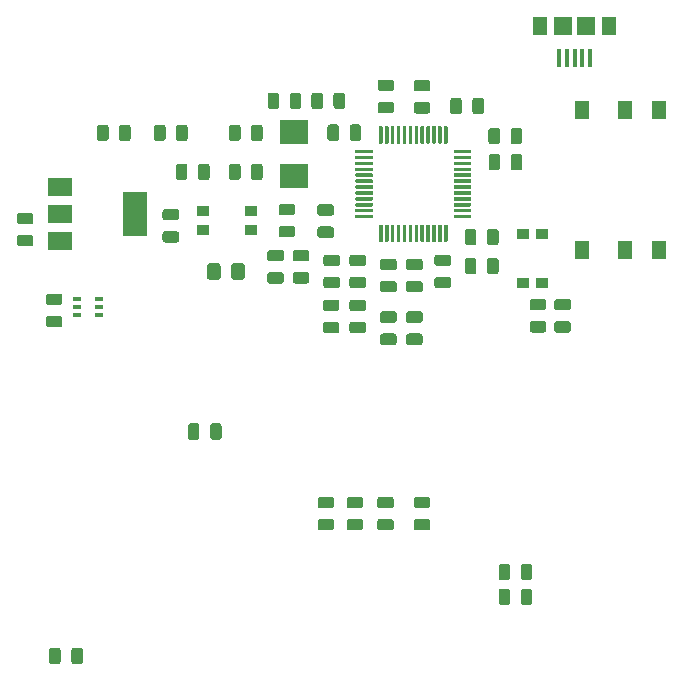
<source format=gbr>
G04 #@! TF.GenerationSoftware,KiCad,Pcbnew,(5.1.5-0-10_14)*
G04 #@! TF.CreationDate,2019-12-09T00:47:21-08:00*
G04 #@! TF.ProjectId,powersupply,706f7765-7273-4757-9070-6c792e6b6963,rev?*
G04 #@! TF.SameCoordinates,Original*
G04 #@! TF.FileFunction,Paste,Top*
G04 #@! TF.FilePolarity,Positive*
%FSLAX46Y46*%
G04 Gerber Fmt 4.6, Leading zero omitted, Abs format (unit mm)*
G04 Created by KiCad (PCBNEW (5.1.5-0-10_14)) date 2019-12-09 00:47:21*
%MOMM*%
%LPD*%
G04 APERTURE LIST*
%ADD10C,0.100000*%
%ADD11R,1.000000X0.900000*%
%ADD12R,1.300000X1.600000*%
%ADD13R,2.400000X2.000000*%
%ADD14R,0.650000X0.400000*%
%ADD15R,2.000000X1.500000*%
%ADD16R,2.000000X3.800000*%
%ADD17R,1.200000X1.650000*%
%ADD18R,0.400000X1.650000*%
%ADD19R,1.500000X1.650000*%
G04 APERTURE END LIST*
D10*
G36*
X55830142Y-35201174D02*
G01*
X55853803Y-35204684D01*
X55877007Y-35210496D01*
X55899529Y-35218554D01*
X55921153Y-35228782D01*
X55941670Y-35241079D01*
X55960883Y-35255329D01*
X55978607Y-35271393D01*
X55994671Y-35289117D01*
X56008921Y-35308330D01*
X56021218Y-35328847D01*
X56031446Y-35350471D01*
X56039504Y-35372993D01*
X56045316Y-35396197D01*
X56048826Y-35419858D01*
X56050000Y-35443750D01*
X56050000Y-36356250D01*
X56048826Y-36380142D01*
X56045316Y-36403803D01*
X56039504Y-36427007D01*
X56031446Y-36449529D01*
X56021218Y-36471153D01*
X56008921Y-36491670D01*
X55994671Y-36510883D01*
X55978607Y-36528607D01*
X55960883Y-36544671D01*
X55941670Y-36558921D01*
X55921153Y-36571218D01*
X55899529Y-36581446D01*
X55877007Y-36589504D01*
X55853803Y-36595316D01*
X55830142Y-36598826D01*
X55806250Y-36600000D01*
X55318750Y-36600000D01*
X55294858Y-36598826D01*
X55271197Y-36595316D01*
X55247993Y-36589504D01*
X55225471Y-36581446D01*
X55203847Y-36571218D01*
X55183330Y-36558921D01*
X55164117Y-36544671D01*
X55146393Y-36528607D01*
X55130329Y-36510883D01*
X55116079Y-36491670D01*
X55103782Y-36471153D01*
X55093554Y-36449529D01*
X55085496Y-36427007D01*
X55079684Y-36403803D01*
X55076174Y-36380142D01*
X55075000Y-36356250D01*
X55075000Y-35443750D01*
X55076174Y-35419858D01*
X55079684Y-35396197D01*
X55085496Y-35372993D01*
X55093554Y-35350471D01*
X55103782Y-35328847D01*
X55116079Y-35308330D01*
X55130329Y-35289117D01*
X55146393Y-35271393D01*
X55164117Y-35255329D01*
X55183330Y-35241079D01*
X55203847Y-35228782D01*
X55225471Y-35218554D01*
X55247993Y-35210496D01*
X55271197Y-35204684D01*
X55294858Y-35201174D01*
X55318750Y-35200000D01*
X55806250Y-35200000D01*
X55830142Y-35201174D01*
G37*
G36*
X57705142Y-35201174D02*
G01*
X57728803Y-35204684D01*
X57752007Y-35210496D01*
X57774529Y-35218554D01*
X57796153Y-35228782D01*
X57816670Y-35241079D01*
X57835883Y-35255329D01*
X57853607Y-35271393D01*
X57869671Y-35289117D01*
X57883921Y-35308330D01*
X57896218Y-35328847D01*
X57906446Y-35350471D01*
X57914504Y-35372993D01*
X57920316Y-35396197D01*
X57923826Y-35419858D01*
X57925000Y-35443750D01*
X57925000Y-36356250D01*
X57923826Y-36380142D01*
X57920316Y-36403803D01*
X57914504Y-36427007D01*
X57906446Y-36449529D01*
X57896218Y-36471153D01*
X57883921Y-36491670D01*
X57869671Y-36510883D01*
X57853607Y-36528607D01*
X57835883Y-36544671D01*
X57816670Y-36558921D01*
X57796153Y-36571218D01*
X57774529Y-36581446D01*
X57752007Y-36589504D01*
X57728803Y-36595316D01*
X57705142Y-36598826D01*
X57681250Y-36600000D01*
X57193750Y-36600000D01*
X57169858Y-36598826D01*
X57146197Y-36595316D01*
X57122993Y-36589504D01*
X57100471Y-36581446D01*
X57078847Y-36571218D01*
X57058330Y-36558921D01*
X57039117Y-36544671D01*
X57021393Y-36528607D01*
X57005329Y-36510883D01*
X56991079Y-36491670D01*
X56978782Y-36471153D01*
X56968554Y-36449529D01*
X56960496Y-36427007D01*
X56954684Y-36403803D01*
X56951174Y-36380142D01*
X56950000Y-36356250D01*
X56950000Y-35443750D01*
X56951174Y-35419858D01*
X56954684Y-35396197D01*
X56960496Y-35372993D01*
X56968554Y-35350471D01*
X56978782Y-35328847D01*
X56991079Y-35308330D01*
X57005329Y-35289117D01*
X57021393Y-35271393D01*
X57039117Y-35255329D01*
X57058330Y-35241079D01*
X57078847Y-35228782D01*
X57100471Y-35218554D01*
X57122993Y-35210496D01*
X57146197Y-35204684D01*
X57169858Y-35201174D01*
X57193750Y-35200000D01*
X57681250Y-35200000D01*
X57705142Y-35201174D01*
G37*
G36*
X52130142Y-35201174D02*
G01*
X52153803Y-35204684D01*
X52177007Y-35210496D01*
X52199529Y-35218554D01*
X52221153Y-35228782D01*
X52241670Y-35241079D01*
X52260883Y-35255329D01*
X52278607Y-35271393D01*
X52294671Y-35289117D01*
X52308921Y-35308330D01*
X52321218Y-35328847D01*
X52331446Y-35350471D01*
X52339504Y-35372993D01*
X52345316Y-35396197D01*
X52348826Y-35419858D01*
X52350000Y-35443750D01*
X52350000Y-36356250D01*
X52348826Y-36380142D01*
X52345316Y-36403803D01*
X52339504Y-36427007D01*
X52331446Y-36449529D01*
X52321218Y-36471153D01*
X52308921Y-36491670D01*
X52294671Y-36510883D01*
X52278607Y-36528607D01*
X52260883Y-36544671D01*
X52241670Y-36558921D01*
X52221153Y-36571218D01*
X52199529Y-36581446D01*
X52177007Y-36589504D01*
X52153803Y-36595316D01*
X52130142Y-36598826D01*
X52106250Y-36600000D01*
X51618750Y-36600000D01*
X51594858Y-36598826D01*
X51571197Y-36595316D01*
X51547993Y-36589504D01*
X51525471Y-36581446D01*
X51503847Y-36571218D01*
X51483330Y-36558921D01*
X51464117Y-36544671D01*
X51446393Y-36528607D01*
X51430329Y-36510883D01*
X51416079Y-36491670D01*
X51403782Y-36471153D01*
X51393554Y-36449529D01*
X51385496Y-36427007D01*
X51379684Y-36403803D01*
X51376174Y-36380142D01*
X51375000Y-36356250D01*
X51375000Y-35443750D01*
X51376174Y-35419858D01*
X51379684Y-35396197D01*
X51385496Y-35372993D01*
X51393554Y-35350471D01*
X51403782Y-35328847D01*
X51416079Y-35308330D01*
X51430329Y-35289117D01*
X51446393Y-35271393D01*
X51464117Y-35255329D01*
X51483330Y-35241079D01*
X51503847Y-35228782D01*
X51525471Y-35218554D01*
X51547993Y-35210496D01*
X51571197Y-35204684D01*
X51594858Y-35201174D01*
X51618750Y-35200000D01*
X52106250Y-35200000D01*
X52130142Y-35201174D01*
G37*
G36*
X54005142Y-35201174D02*
G01*
X54028803Y-35204684D01*
X54052007Y-35210496D01*
X54074529Y-35218554D01*
X54096153Y-35228782D01*
X54116670Y-35241079D01*
X54135883Y-35255329D01*
X54153607Y-35271393D01*
X54169671Y-35289117D01*
X54183921Y-35308330D01*
X54196218Y-35328847D01*
X54206446Y-35350471D01*
X54214504Y-35372993D01*
X54220316Y-35396197D01*
X54223826Y-35419858D01*
X54225000Y-35443750D01*
X54225000Y-36356250D01*
X54223826Y-36380142D01*
X54220316Y-36403803D01*
X54214504Y-36427007D01*
X54206446Y-36449529D01*
X54196218Y-36471153D01*
X54183921Y-36491670D01*
X54169671Y-36510883D01*
X54153607Y-36528607D01*
X54135883Y-36544671D01*
X54116670Y-36558921D01*
X54096153Y-36571218D01*
X54074529Y-36581446D01*
X54052007Y-36589504D01*
X54028803Y-36595316D01*
X54005142Y-36598826D01*
X53981250Y-36600000D01*
X53493750Y-36600000D01*
X53469858Y-36598826D01*
X53446197Y-36595316D01*
X53422993Y-36589504D01*
X53400471Y-36581446D01*
X53378847Y-36571218D01*
X53358330Y-36558921D01*
X53339117Y-36544671D01*
X53321393Y-36528607D01*
X53305329Y-36510883D01*
X53291079Y-36491670D01*
X53278782Y-36471153D01*
X53268554Y-36449529D01*
X53260496Y-36427007D01*
X53254684Y-36403803D01*
X53251174Y-36380142D01*
X53250000Y-36356250D01*
X53250000Y-35443750D01*
X53251174Y-35419858D01*
X53254684Y-35396197D01*
X53260496Y-35372993D01*
X53268554Y-35350471D01*
X53278782Y-35328847D01*
X53291079Y-35308330D01*
X53305329Y-35289117D01*
X53321393Y-35271393D01*
X53339117Y-35255329D01*
X53358330Y-35241079D01*
X53378847Y-35228782D01*
X53400471Y-35218554D01*
X53422993Y-35210496D01*
X53446197Y-35204684D01*
X53469858Y-35201174D01*
X53493750Y-35200000D01*
X53981250Y-35200000D01*
X54005142Y-35201174D01*
G37*
D11*
X73000000Y-51300000D03*
X74600000Y-51300000D03*
X73000000Y-47200000D03*
X74600000Y-47200000D03*
D10*
G36*
X66680142Y-48926174D02*
G01*
X66703803Y-48929684D01*
X66727007Y-48935496D01*
X66749529Y-48943554D01*
X66771153Y-48953782D01*
X66791670Y-48966079D01*
X66810883Y-48980329D01*
X66828607Y-48996393D01*
X66844671Y-49014117D01*
X66858921Y-49033330D01*
X66871218Y-49053847D01*
X66881446Y-49075471D01*
X66889504Y-49097993D01*
X66895316Y-49121197D01*
X66898826Y-49144858D01*
X66900000Y-49168750D01*
X66900000Y-49656250D01*
X66898826Y-49680142D01*
X66895316Y-49703803D01*
X66889504Y-49727007D01*
X66881446Y-49749529D01*
X66871218Y-49771153D01*
X66858921Y-49791670D01*
X66844671Y-49810883D01*
X66828607Y-49828607D01*
X66810883Y-49844671D01*
X66791670Y-49858921D01*
X66771153Y-49871218D01*
X66749529Y-49881446D01*
X66727007Y-49889504D01*
X66703803Y-49895316D01*
X66680142Y-49898826D01*
X66656250Y-49900000D01*
X65743750Y-49900000D01*
X65719858Y-49898826D01*
X65696197Y-49895316D01*
X65672993Y-49889504D01*
X65650471Y-49881446D01*
X65628847Y-49871218D01*
X65608330Y-49858921D01*
X65589117Y-49844671D01*
X65571393Y-49828607D01*
X65555329Y-49810883D01*
X65541079Y-49791670D01*
X65528782Y-49771153D01*
X65518554Y-49749529D01*
X65510496Y-49727007D01*
X65504684Y-49703803D01*
X65501174Y-49680142D01*
X65500000Y-49656250D01*
X65500000Y-49168750D01*
X65501174Y-49144858D01*
X65504684Y-49121197D01*
X65510496Y-49097993D01*
X65518554Y-49075471D01*
X65528782Y-49053847D01*
X65541079Y-49033330D01*
X65555329Y-49014117D01*
X65571393Y-48996393D01*
X65589117Y-48980329D01*
X65608330Y-48966079D01*
X65628847Y-48953782D01*
X65650471Y-48943554D01*
X65672993Y-48935496D01*
X65696197Y-48929684D01*
X65719858Y-48926174D01*
X65743750Y-48925000D01*
X66656250Y-48925000D01*
X66680142Y-48926174D01*
G37*
G36*
X66680142Y-50801174D02*
G01*
X66703803Y-50804684D01*
X66727007Y-50810496D01*
X66749529Y-50818554D01*
X66771153Y-50828782D01*
X66791670Y-50841079D01*
X66810883Y-50855329D01*
X66828607Y-50871393D01*
X66844671Y-50889117D01*
X66858921Y-50908330D01*
X66871218Y-50928847D01*
X66881446Y-50950471D01*
X66889504Y-50972993D01*
X66895316Y-50996197D01*
X66898826Y-51019858D01*
X66900000Y-51043750D01*
X66900000Y-51531250D01*
X66898826Y-51555142D01*
X66895316Y-51578803D01*
X66889504Y-51602007D01*
X66881446Y-51624529D01*
X66871218Y-51646153D01*
X66858921Y-51666670D01*
X66844671Y-51685883D01*
X66828607Y-51703607D01*
X66810883Y-51719671D01*
X66791670Y-51733921D01*
X66771153Y-51746218D01*
X66749529Y-51756446D01*
X66727007Y-51764504D01*
X66703803Y-51770316D01*
X66680142Y-51773826D01*
X66656250Y-51775000D01*
X65743750Y-51775000D01*
X65719858Y-51773826D01*
X65696197Y-51770316D01*
X65672993Y-51764504D01*
X65650471Y-51756446D01*
X65628847Y-51746218D01*
X65608330Y-51733921D01*
X65589117Y-51719671D01*
X65571393Y-51703607D01*
X65555329Y-51685883D01*
X65541079Y-51666670D01*
X65528782Y-51646153D01*
X65518554Y-51624529D01*
X65510496Y-51602007D01*
X65504684Y-51578803D01*
X65501174Y-51555142D01*
X65500000Y-51531250D01*
X65500000Y-51043750D01*
X65501174Y-51019858D01*
X65504684Y-50996197D01*
X65510496Y-50972993D01*
X65518554Y-50950471D01*
X65528782Y-50928847D01*
X65541079Y-50908330D01*
X65555329Y-50889117D01*
X65571393Y-50871393D01*
X65589117Y-50855329D01*
X65608330Y-50841079D01*
X65628847Y-50828782D01*
X65650471Y-50818554D01*
X65672993Y-50810496D01*
X65696197Y-50804684D01*
X65719858Y-50801174D01*
X65743750Y-50800000D01*
X66656250Y-50800000D01*
X66680142Y-50801174D01*
G37*
D12*
X84470000Y-36700000D03*
X77970000Y-36700000D03*
X77970000Y-48500000D03*
X84470000Y-48500000D03*
X81670000Y-36700000D03*
X81670000Y-48500000D03*
D10*
G36*
X47164505Y-49651204D02*
G01*
X47188773Y-49654804D01*
X47212572Y-49660765D01*
X47235671Y-49669030D01*
X47257850Y-49679520D01*
X47278893Y-49692132D01*
X47298599Y-49706747D01*
X47316777Y-49723223D01*
X47333253Y-49741401D01*
X47347868Y-49761107D01*
X47360480Y-49782150D01*
X47370970Y-49804329D01*
X47379235Y-49827428D01*
X47385196Y-49851227D01*
X47388796Y-49875495D01*
X47390000Y-49899999D01*
X47390000Y-50800001D01*
X47388796Y-50824505D01*
X47385196Y-50848773D01*
X47379235Y-50872572D01*
X47370970Y-50895671D01*
X47360480Y-50917850D01*
X47347868Y-50938893D01*
X47333253Y-50958599D01*
X47316777Y-50976777D01*
X47298599Y-50993253D01*
X47278893Y-51007868D01*
X47257850Y-51020480D01*
X47235671Y-51030970D01*
X47212572Y-51039235D01*
X47188773Y-51045196D01*
X47164505Y-51048796D01*
X47140001Y-51050000D01*
X46489999Y-51050000D01*
X46465495Y-51048796D01*
X46441227Y-51045196D01*
X46417428Y-51039235D01*
X46394329Y-51030970D01*
X46372150Y-51020480D01*
X46351107Y-51007868D01*
X46331401Y-50993253D01*
X46313223Y-50976777D01*
X46296747Y-50958599D01*
X46282132Y-50938893D01*
X46269520Y-50917850D01*
X46259030Y-50895671D01*
X46250765Y-50872572D01*
X46244804Y-50848773D01*
X46241204Y-50824505D01*
X46240000Y-50800001D01*
X46240000Y-49899999D01*
X46241204Y-49875495D01*
X46244804Y-49851227D01*
X46250765Y-49827428D01*
X46259030Y-49804329D01*
X46269520Y-49782150D01*
X46282132Y-49761107D01*
X46296747Y-49741401D01*
X46313223Y-49723223D01*
X46331401Y-49706747D01*
X46351107Y-49692132D01*
X46372150Y-49679520D01*
X46394329Y-49669030D01*
X46417428Y-49660765D01*
X46441227Y-49654804D01*
X46465495Y-49651204D01*
X46489999Y-49650000D01*
X47140001Y-49650000D01*
X47164505Y-49651204D01*
G37*
G36*
X49214505Y-49651204D02*
G01*
X49238773Y-49654804D01*
X49262572Y-49660765D01*
X49285671Y-49669030D01*
X49307850Y-49679520D01*
X49328893Y-49692132D01*
X49348599Y-49706747D01*
X49366777Y-49723223D01*
X49383253Y-49741401D01*
X49397868Y-49761107D01*
X49410480Y-49782150D01*
X49420970Y-49804329D01*
X49429235Y-49827428D01*
X49435196Y-49851227D01*
X49438796Y-49875495D01*
X49440000Y-49899999D01*
X49440000Y-50800001D01*
X49438796Y-50824505D01*
X49435196Y-50848773D01*
X49429235Y-50872572D01*
X49420970Y-50895671D01*
X49410480Y-50917850D01*
X49397868Y-50938893D01*
X49383253Y-50958599D01*
X49366777Y-50976777D01*
X49348599Y-50993253D01*
X49328893Y-51007868D01*
X49307850Y-51020480D01*
X49285671Y-51030970D01*
X49262572Y-51039235D01*
X49238773Y-51045196D01*
X49214505Y-51048796D01*
X49190001Y-51050000D01*
X48539999Y-51050000D01*
X48515495Y-51048796D01*
X48491227Y-51045196D01*
X48467428Y-51039235D01*
X48444329Y-51030970D01*
X48422150Y-51020480D01*
X48401107Y-51007868D01*
X48381401Y-50993253D01*
X48363223Y-50976777D01*
X48346747Y-50958599D01*
X48332132Y-50938893D01*
X48319520Y-50917850D01*
X48309030Y-50895671D01*
X48300765Y-50872572D01*
X48294804Y-50848773D01*
X48291204Y-50824505D01*
X48290000Y-50800001D01*
X48290000Y-49899999D01*
X48291204Y-49875495D01*
X48294804Y-49851227D01*
X48300765Y-49827428D01*
X48309030Y-49804329D01*
X48319520Y-49782150D01*
X48332132Y-49761107D01*
X48346747Y-49741401D01*
X48363223Y-49723223D01*
X48381401Y-49706747D01*
X48401107Y-49692132D01*
X48422150Y-49679520D01*
X48444329Y-49669030D01*
X48467428Y-49660765D01*
X48491227Y-49654804D01*
X48515495Y-49651204D01*
X48539999Y-49650000D01*
X49190001Y-49650000D01*
X49214505Y-49651204D01*
G37*
G36*
X42510142Y-37909174D02*
G01*
X42533803Y-37912684D01*
X42557007Y-37918496D01*
X42579529Y-37926554D01*
X42601153Y-37936782D01*
X42621670Y-37949079D01*
X42640883Y-37963329D01*
X42658607Y-37979393D01*
X42674671Y-37997117D01*
X42688921Y-38016330D01*
X42701218Y-38036847D01*
X42711446Y-38058471D01*
X42719504Y-38080993D01*
X42725316Y-38104197D01*
X42728826Y-38127858D01*
X42730000Y-38151750D01*
X42730000Y-39064250D01*
X42728826Y-39088142D01*
X42725316Y-39111803D01*
X42719504Y-39135007D01*
X42711446Y-39157529D01*
X42701218Y-39179153D01*
X42688921Y-39199670D01*
X42674671Y-39218883D01*
X42658607Y-39236607D01*
X42640883Y-39252671D01*
X42621670Y-39266921D01*
X42601153Y-39279218D01*
X42579529Y-39289446D01*
X42557007Y-39297504D01*
X42533803Y-39303316D01*
X42510142Y-39306826D01*
X42486250Y-39308000D01*
X41998750Y-39308000D01*
X41974858Y-39306826D01*
X41951197Y-39303316D01*
X41927993Y-39297504D01*
X41905471Y-39289446D01*
X41883847Y-39279218D01*
X41863330Y-39266921D01*
X41844117Y-39252671D01*
X41826393Y-39236607D01*
X41810329Y-39218883D01*
X41796079Y-39199670D01*
X41783782Y-39179153D01*
X41773554Y-39157529D01*
X41765496Y-39135007D01*
X41759684Y-39111803D01*
X41756174Y-39088142D01*
X41755000Y-39064250D01*
X41755000Y-38151750D01*
X41756174Y-38127858D01*
X41759684Y-38104197D01*
X41765496Y-38080993D01*
X41773554Y-38058471D01*
X41783782Y-38036847D01*
X41796079Y-38016330D01*
X41810329Y-37997117D01*
X41826393Y-37979393D01*
X41844117Y-37963329D01*
X41863330Y-37949079D01*
X41883847Y-37936782D01*
X41905471Y-37926554D01*
X41927993Y-37918496D01*
X41951197Y-37912684D01*
X41974858Y-37909174D01*
X41998750Y-37908000D01*
X42486250Y-37908000D01*
X42510142Y-37909174D01*
G37*
G36*
X44385142Y-37909174D02*
G01*
X44408803Y-37912684D01*
X44432007Y-37918496D01*
X44454529Y-37926554D01*
X44476153Y-37936782D01*
X44496670Y-37949079D01*
X44515883Y-37963329D01*
X44533607Y-37979393D01*
X44549671Y-37997117D01*
X44563921Y-38016330D01*
X44576218Y-38036847D01*
X44586446Y-38058471D01*
X44594504Y-38080993D01*
X44600316Y-38104197D01*
X44603826Y-38127858D01*
X44605000Y-38151750D01*
X44605000Y-39064250D01*
X44603826Y-39088142D01*
X44600316Y-39111803D01*
X44594504Y-39135007D01*
X44586446Y-39157529D01*
X44576218Y-39179153D01*
X44563921Y-39199670D01*
X44549671Y-39218883D01*
X44533607Y-39236607D01*
X44515883Y-39252671D01*
X44496670Y-39266921D01*
X44476153Y-39279218D01*
X44454529Y-39289446D01*
X44432007Y-39297504D01*
X44408803Y-39303316D01*
X44385142Y-39306826D01*
X44361250Y-39308000D01*
X43873750Y-39308000D01*
X43849858Y-39306826D01*
X43826197Y-39303316D01*
X43802993Y-39297504D01*
X43780471Y-39289446D01*
X43758847Y-39279218D01*
X43738330Y-39266921D01*
X43719117Y-39252671D01*
X43701393Y-39236607D01*
X43685329Y-39218883D01*
X43671079Y-39199670D01*
X43658782Y-39179153D01*
X43648554Y-39157529D01*
X43640496Y-39135007D01*
X43634684Y-39111803D01*
X43631174Y-39088142D01*
X43630000Y-39064250D01*
X43630000Y-38151750D01*
X43631174Y-38127858D01*
X43634684Y-38104197D01*
X43640496Y-38080993D01*
X43648554Y-38058471D01*
X43658782Y-38036847D01*
X43671079Y-38016330D01*
X43685329Y-37997117D01*
X43701393Y-37979393D01*
X43719117Y-37963329D01*
X43738330Y-37949079D01*
X43758847Y-37936782D01*
X43780471Y-37926554D01*
X43802993Y-37918496D01*
X43826197Y-37912684D01*
X43849858Y-37909174D01*
X43873750Y-37908000D01*
X44361250Y-37908000D01*
X44385142Y-37909174D01*
G37*
G36*
X39559142Y-37909174D02*
G01*
X39582803Y-37912684D01*
X39606007Y-37918496D01*
X39628529Y-37926554D01*
X39650153Y-37936782D01*
X39670670Y-37949079D01*
X39689883Y-37963329D01*
X39707607Y-37979393D01*
X39723671Y-37997117D01*
X39737921Y-38016330D01*
X39750218Y-38036847D01*
X39760446Y-38058471D01*
X39768504Y-38080993D01*
X39774316Y-38104197D01*
X39777826Y-38127858D01*
X39779000Y-38151750D01*
X39779000Y-39064250D01*
X39777826Y-39088142D01*
X39774316Y-39111803D01*
X39768504Y-39135007D01*
X39760446Y-39157529D01*
X39750218Y-39179153D01*
X39737921Y-39199670D01*
X39723671Y-39218883D01*
X39707607Y-39236607D01*
X39689883Y-39252671D01*
X39670670Y-39266921D01*
X39650153Y-39279218D01*
X39628529Y-39289446D01*
X39606007Y-39297504D01*
X39582803Y-39303316D01*
X39559142Y-39306826D01*
X39535250Y-39308000D01*
X39047750Y-39308000D01*
X39023858Y-39306826D01*
X39000197Y-39303316D01*
X38976993Y-39297504D01*
X38954471Y-39289446D01*
X38932847Y-39279218D01*
X38912330Y-39266921D01*
X38893117Y-39252671D01*
X38875393Y-39236607D01*
X38859329Y-39218883D01*
X38845079Y-39199670D01*
X38832782Y-39179153D01*
X38822554Y-39157529D01*
X38814496Y-39135007D01*
X38808684Y-39111803D01*
X38805174Y-39088142D01*
X38804000Y-39064250D01*
X38804000Y-38151750D01*
X38805174Y-38127858D01*
X38808684Y-38104197D01*
X38814496Y-38080993D01*
X38822554Y-38058471D01*
X38832782Y-38036847D01*
X38845079Y-38016330D01*
X38859329Y-37997117D01*
X38875393Y-37979393D01*
X38893117Y-37963329D01*
X38912330Y-37949079D01*
X38932847Y-37936782D01*
X38954471Y-37926554D01*
X38976993Y-37918496D01*
X39000197Y-37912684D01*
X39023858Y-37909174D01*
X39047750Y-37908000D01*
X39535250Y-37908000D01*
X39559142Y-37909174D01*
G37*
G36*
X37684142Y-37909174D02*
G01*
X37707803Y-37912684D01*
X37731007Y-37918496D01*
X37753529Y-37926554D01*
X37775153Y-37936782D01*
X37795670Y-37949079D01*
X37814883Y-37963329D01*
X37832607Y-37979393D01*
X37848671Y-37997117D01*
X37862921Y-38016330D01*
X37875218Y-38036847D01*
X37885446Y-38058471D01*
X37893504Y-38080993D01*
X37899316Y-38104197D01*
X37902826Y-38127858D01*
X37904000Y-38151750D01*
X37904000Y-39064250D01*
X37902826Y-39088142D01*
X37899316Y-39111803D01*
X37893504Y-39135007D01*
X37885446Y-39157529D01*
X37875218Y-39179153D01*
X37862921Y-39199670D01*
X37848671Y-39218883D01*
X37832607Y-39236607D01*
X37814883Y-39252671D01*
X37795670Y-39266921D01*
X37775153Y-39279218D01*
X37753529Y-39289446D01*
X37731007Y-39297504D01*
X37707803Y-39303316D01*
X37684142Y-39306826D01*
X37660250Y-39308000D01*
X37172750Y-39308000D01*
X37148858Y-39306826D01*
X37125197Y-39303316D01*
X37101993Y-39297504D01*
X37079471Y-39289446D01*
X37057847Y-39279218D01*
X37037330Y-39266921D01*
X37018117Y-39252671D01*
X37000393Y-39236607D01*
X36984329Y-39218883D01*
X36970079Y-39199670D01*
X36957782Y-39179153D01*
X36947554Y-39157529D01*
X36939496Y-39135007D01*
X36933684Y-39111803D01*
X36930174Y-39088142D01*
X36929000Y-39064250D01*
X36929000Y-38151750D01*
X36930174Y-38127858D01*
X36933684Y-38104197D01*
X36939496Y-38080993D01*
X36947554Y-38058471D01*
X36957782Y-38036847D01*
X36970079Y-38016330D01*
X36984329Y-37997117D01*
X37000393Y-37979393D01*
X37018117Y-37963329D01*
X37037330Y-37949079D01*
X37057847Y-37936782D01*
X37079471Y-37926554D01*
X37101993Y-37918496D01*
X37125197Y-37912684D01*
X37148858Y-37909174D01*
X37172750Y-37908000D01*
X37660250Y-37908000D01*
X37684142Y-37909174D01*
G37*
G36*
X33630142Y-82201174D02*
G01*
X33653803Y-82204684D01*
X33677007Y-82210496D01*
X33699529Y-82218554D01*
X33721153Y-82228782D01*
X33741670Y-82241079D01*
X33760883Y-82255329D01*
X33778607Y-82271393D01*
X33794671Y-82289117D01*
X33808921Y-82308330D01*
X33821218Y-82328847D01*
X33831446Y-82350471D01*
X33839504Y-82372993D01*
X33845316Y-82396197D01*
X33848826Y-82419858D01*
X33850000Y-82443750D01*
X33850000Y-83356250D01*
X33848826Y-83380142D01*
X33845316Y-83403803D01*
X33839504Y-83427007D01*
X33831446Y-83449529D01*
X33821218Y-83471153D01*
X33808921Y-83491670D01*
X33794671Y-83510883D01*
X33778607Y-83528607D01*
X33760883Y-83544671D01*
X33741670Y-83558921D01*
X33721153Y-83571218D01*
X33699529Y-83581446D01*
X33677007Y-83589504D01*
X33653803Y-83595316D01*
X33630142Y-83598826D01*
X33606250Y-83600000D01*
X33118750Y-83600000D01*
X33094858Y-83598826D01*
X33071197Y-83595316D01*
X33047993Y-83589504D01*
X33025471Y-83581446D01*
X33003847Y-83571218D01*
X32983330Y-83558921D01*
X32964117Y-83544671D01*
X32946393Y-83528607D01*
X32930329Y-83510883D01*
X32916079Y-83491670D01*
X32903782Y-83471153D01*
X32893554Y-83449529D01*
X32885496Y-83427007D01*
X32879684Y-83403803D01*
X32876174Y-83380142D01*
X32875000Y-83356250D01*
X32875000Y-82443750D01*
X32876174Y-82419858D01*
X32879684Y-82396197D01*
X32885496Y-82372993D01*
X32893554Y-82350471D01*
X32903782Y-82328847D01*
X32916079Y-82308330D01*
X32930329Y-82289117D01*
X32946393Y-82271393D01*
X32964117Y-82255329D01*
X32983330Y-82241079D01*
X33003847Y-82228782D01*
X33025471Y-82218554D01*
X33047993Y-82210496D01*
X33071197Y-82204684D01*
X33094858Y-82201174D01*
X33118750Y-82200000D01*
X33606250Y-82200000D01*
X33630142Y-82201174D01*
G37*
G36*
X35505142Y-82201174D02*
G01*
X35528803Y-82204684D01*
X35552007Y-82210496D01*
X35574529Y-82218554D01*
X35596153Y-82228782D01*
X35616670Y-82241079D01*
X35635883Y-82255329D01*
X35653607Y-82271393D01*
X35669671Y-82289117D01*
X35683921Y-82308330D01*
X35696218Y-82328847D01*
X35706446Y-82350471D01*
X35714504Y-82372993D01*
X35720316Y-82396197D01*
X35723826Y-82419858D01*
X35725000Y-82443750D01*
X35725000Y-83356250D01*
X35723826Y-83380142D01*
X35720316Y-83403803D01*
X35714504Y-83427007D01*
X35706446Y-83449529D01*
X35696218Y-83471153D01*
X35683921Y-83491670D01*
X35669671Y-83510883D01*
X35653607Y-83528607D01*
X35635883Y-83544671D01*
X35616670Y-83558921D01*
X35596153Y-83571218D01*
X35574529Y-83581446D01*
X35552007Y-83589504D01*
X35528803Y-83595316D01*
X35505142Y-83598826D01*
X35481250Y-83600000D01*
X34993750Y-83600000D01*
X34969858Y-83598826D01*
X34946197Y-83595316D01*
X34922993Y-83589504D01*
X34900471Y-83581446D01*
X34878847Y-83571218D01*
X34858330Y-83558921D01*
X34839117Y-83544671D01*
X34821393Y-83528607D01*
X34805329Y-83510883D01*
X34791079Y-83491670D01*
X34778782Y-83471153D01*
X34768554Y-83449529D01*
X34760496Y-83427007D01*
X34754684Y-83403803D01*
X34751174Y-83380142D01*
X34750000Y-83356250D01*
X34750000Y-82443750D01*
X34751174Y-82419858D01*
X34754684Y-82396197D01*
X34760496Y-82372993D01*
X34768554Y-82350471D01*
X34778782Y-82328847D01*
X34791079Y-82308330D01*
X34805329Y-82289117D01*
X34821393Y-82271393D01*
X34839117Y-82255329D01*
X34858330Y-82241079D01*
X34878847Y-82228782D01*
X34900471Y-82218554D01*
X34922993Y-82210496D01*
X34946197Y-82204684D01*
X34969858Y-82201174D01*
X34993750Y-82200000D01*
X35481250Y-82200000D01*
X35505142Y-82201174D01*
G37*
G36*
X70705142Y-49201174D02*
G01*
X70728803Y-49204684D01*
X70752007Y-49210496D01*
X70774529Y-49218554D01*
X70796153Y-49228782D01*
X70816670Y-49241079D01*
X70835883Y-49255329D01*
X70853607Y-49271393D01*
X70869671Y-49289117D01*
X70883921Y-49308330D01*
X70896218Y-49328847D01*
X70906446Y-49350471D01*
X70914504Y-49372993D01*
X70920316Y-49396197D01*
X70923826Y-49419858D01*
X70925000Y-49443750D01*
X70925000Y-50356250D01*
X70923826Y-50380142D01*
X70920316Y-50403803D01*
X70914504Y-50427007D01*
X70906446Y-50449529D01*
X70896218Y-50471153D01*
X70883921Y-50491670D01*
X70869671Y-50510883D01*
X70853607Y-50528607D01*
X70835883Y-50544671D01*
X70816670Y-50558921D01*
X70796153Y-50571218D01*
X70774529Y-50581446D01*
X70752007Y-50589504D01*
X70728803Y-50595316D01*
X70705142Y-50598826D01*
X70681250Y-50600000D01*
X70193750Y-50600000D01*
X70169858Y-50598826D01*
X70146197Y-50595316D01*
X70122993Y-50589504D01*
X70100471Y-50581446D01*
X70078847Y-50571218D01*
X70058330Y-50558921D01*
X70039117Y-50544671D01*
X70021393Y-50528607D01*
X70005329Y-50510883D01*
X69991079Y-50491670D01*
X69978782Y-50471153D01*
X69968554Y-50449529D01*
X69960496Y-50427007D01*
X69954684Y-50403803D01*
X69951174Y-50380142D01*
X69950000Y-50356250D01*
X69950000Y-49443750D01*
X69951174Y-49419858D01*
X69954684Y-49396197D01*
X69960496Y-49372993D01*
X69968554Y-49350471D01*
X69978782Y-49328847D01*
X69991079Y-49308330D01*
X70005329Y-49289117D01*
X70021393Y-49271393D01*
X70039117Y-49255329D01*
X70058330Y-49241079D01*
X70078847Y-49228782D01*
X70100471Y-49218554D01*
X70122993Y-49210496D01*
X70146197Y-49204684D01*
X70169858Y-49201174D01*
X70193750Y-49200000D01*
X70681250Y-49200000D01*
X70705142Y-49201174D01*
G37*
G36*
X68830142Y-49201174D02*
G01*
X68853803Y-49204684D01*
X68877007Y-49210496D01*
X68899529Y-49218554D01*
X68921153Y-49228782D01*
X68941670Y-49241079D01*
X68960883Y-49255329D01*
X68978607Y-49271393D01*
X68994671Y-49289117D01*
X69008921Y-49308330D01*
X69021218Y-49328847D01*
X69031446Y-49350471D01*
X69039504Y-49372993D01*
X69045316Y-49396197D01*
X69048826Y-49419858D01*
X69050000Y-49443750D01*
X69050000Y-50356250D01*
X69048826Y-50380142D01*
X69045316Y-50403803D01*
X69039504Y-50427007D01*
X69031446Y-50449529D01*
X69021218Y-50471153D01*
X69008921Y-50491670D01*
X68994671Y-50510883D01*
X68978607Y-50528607D01*
X68960883Y-50544671D01*
X68941670Y-50558921D01*
X68921153Y-50571218D01*
X68899529Y-50581446D01*
X68877007Y-50589504D01*
X68853803Y-50595316D01*
X68830142Y-50598826D01*
X68806250Y-50600000D01*
X68318750Y-50600000D01*
X68294858Y-50598826D01*
X68271197Y-50595316D01*
X68247993Y-50589504D01*
X68225471Y-50581446D01*
X68203847Y-50571218D01*
X68183330Y-50558921D01*
X68164117Y-50544671D01*
X68146393Y-50528607D01*
X68130329Y-50510883D01*
X68116079Y-50491670D01*
X68103782Y-50471153D01*
X68093554Y-50449529D01*
X68085496Y-50427007D01*
X68079684Y-50403803D01*
X68076174Y-50380142D01*
X68075000Y-50356250D01*
X68075000Y-49443750D01*
X68076174Y-49419858D01*
X68079684Y-49396197D01*
X68085496Y-49372993D01*
X68093554Y-49350471D01*
X68103782Y-49328847D01*
X68116079Y-49308330D01*
X68130329Y-49289117D01*
X68146393Y-49271393D01*
X68164117Y-49255329D01*
X68183330Y-49241079D01*
X68203847Y-49228782D01*
X68225471Y-49218554D01*
X68247993Y-49210496D01*
X68271197Y-49204684D01*
X68294858Y-49201174D01*
X68318750Y-49200000D01*
X68806250Y-49200000D01*
X68830142Y-49201174D01*
G37*
G36*
X61860142Y-35981174D02*
G01*
X61883803Y-35984684D01*
X61907007Y-35990496D01*
X61929529Y-35998554D01*
X61951153Y-36008782D01*
X61971670Y-36021079D01*
X61990883Y-36035329D01*
X62008607Y-36051393D01*
X62024671Y-36069117D01*
X62038921Y-36088330D01*
X62051218Y-36108847D01*
X62061446Y-36130471D01*
X62069504Y-36152993D01*
X62075316Y-36176197D01*
X62078826Y-36199858D01*
X62080000Y-36223750D01*
X62080000Y-36711250D01*
X62078826Y-36735142D01*
X62075316Y-36758803D01*
X62069504Y-36782007D01*
X62061446Y-36804529D01*
X62051218Y-36826153D01*
X62038921Y-36846670D01*
X62024671Y-36865883D01*
X62008607Y-36883607D01*
X61990883Y-36899671D01*
X61971670Y-36913921D01*
X61951153Y-36926218D01*
X61929529Y-36936446D01*
X61907007Y-36944504D01*
X61883803Y-36950316D01*
X61860142Y-36953826D01*
X61836250Y-36955000D01*
X60923750Y-36955000D01*
X60899858Y-36953826D01*
X60876197Y-36950316D01*
X60852993Y-36944504D01*
X60830471Y-36936446D01*
X60808847Y-36926218D01*
X60788330Y-36913921D01*
X60769117Y-36899671D01*
X60751393Y-36883607D01*
X60735329Y-36865883D01*
X60721079Y-36846670D01*
X60708782Y-36826153D01*
X60698554Y-36804529D01*
X60690496Y-36782007D01*
X60684684Y-36758803D01*
X60681174Y-36735142D01*
X60680000Y-36711250D01*
X60680000Y-36223750D01*
X60681174Y-36199858D01*
X60684684Y-36176197D01*
X60690496Y-36152993D01*
X60698554Y-36130471D01*
X60708782Y-36108847D01*
X60721079Y-36088330D01*
X60735329Y-36069117D01*
X60751393Y-36051393D01*
X60769117Y-36035329D01*
X60788330Y-36021079D01*
X60808847Y-36008782D01*
X60830471Y-35998554D01*
X60852993Y-35990496D01*
X60876197Y-35984684D01*
X60899858Y-35981174D01*
X60923750Y-35980000D01*
X61836250Y-35980000D01*
X61860142Y-35981174D01*
G37*
G36*
X61860142Y-34106174D02*
G01*
X61883803Y-34109684D01*
X61907007Y-34115496D01*
X61929529Y-34123554D01*
X61951153Y-34133782D01*
X61971670Y-34146079D01*
X61990883Y-34160329D01*
X62008607Y-34176393D01*
X62024671Y-34194117D01*
X62038921Y-34213330D01*
X62051218Y-34233847D01*
X62061446Y-34255471D01*
X62069504Y-34277993D01*
X62075316Y-34301197D01*
X62078826Y-34324858D01*
X62080000Y-34348750D01*
X62080000Y-34836250D01*
X62078826Y-34860142D01*
X62075316Y-34883803D01*
X62069504Y-34907007D01*
X62061446Y-34929529D01*
X62051218Y-34951153D01*
X62038921Y-34971670D01*
X62024671Y-34990883D01*
X62008607Y-35008607D01*
X61990883Y-35024671D01*
X61971670Y-35038921D01*
X61951153Y-35051218D01*
X61929529Y-35061446D01*
X61907007Y-35069504D01*
X61883803Y-35075316D01*
X61860142Y-35078826D01*
X61836250Y-35080000D01*
X60923750Y-35080000D01*
X60899858Y-35078826D01*
X60876197Y-35075316D01*
X60852993Y-35069504D01*
X60830471Y-35061446D01*
X60808847Y-35051218D01*
X60788330Y-35038921D01*
X60769117Y-35024671D01*
X60751393Y-35008607D01*
X60735329Y-34990883D01*
X60721079Y-34971670D01*
X60708782Y-34951153D01*
X60698554Y-34929529D01*
X60690496Y-34907007D01*
X60684684Y-34883803D01*
X60681174Y-34860142D01*
X60680000Y-34836250D01*
X60680000Y-34348750D01*
X60681174Y-34324858D01*
X60684684Y-34301197D01*
X60690496Y-34277993D01*
X60698554Y-34255471D01*
X60708782Y-34233847D01*
X60721079Y-34213330D01*
X60735329Y-34194117D01*
X60751393Y-34176393D01*
X60769117Y-34160329D01*
X60788330Y-34146079D01*
X60808847Y-34133782D01*
X60830471Y-34123554D01*
X60852993Y-34115496D01*
X60876197Y-34109684D01*
X60899858Y-34106174D01*
X60923750Y-34105000D01*
X61836250Y-34105000D01*
X61860142Y-34106174D01*
G37*
G36*
X56760142Y-46541174D02*
G01*
X56783803Y-46544684D01*
X56807007Y-46550496D01*
X56829529Y-46558554D01*
X56851153Y-46568782D01*
X56871670Y-46581079D01*
X56890883Y-46595329D01*
X56908607Y-46611393D01*
X56924671Y-46629117D01*
X56938921Y-46648330D01*
X56951218Y-46668847D01*
X56961446Y-46690471D01*
X56969504Y-46712993D01*
X56975316Y-46736197D01*
X56978826Y-46759858D01*
X56980000Y-46783750D01*
X56980000Y-47271250D01*
X56978826Y-47295142D01*
X56975316Y-47318803D01*
X56969504Y-47342007D01*
X56961446Y-47364529D01*
X56951218Y-47386153D01*
X56938921Y-47406670D01*
X56924671Y-47425883D01*
X56908607Y-47443607D01*
X56890883Y-47459671D01*
X56871670Y-47473921D01*
X56851153Y-47486218D01*
X56829529Y-47496446D01*
X56807007Y-47504504D01*
X56783803Y-47510316D01*
X56760142Y-47513826D01*
X56736250Y-47515000D01*
X55823750Y-47515000D01*
X55799858Y-47513826D01*
X55776197Y-47510316D01*
X55752993Y-47504504D01*
X55730471Y-47496446D01*
X55708847Y-47486218D01*
X55688330Y-47473921D01*
X55669117Y-47459671D01*
X55651393Y-47443607D01*
X55635329Y-47425883D01*
X55621079Y-47406670D01*
X55608782Y-47386153D01*
X55598554Y-47364529D01*
X55590496Y-47342007D01*
X55584684Y-47318803D01*
X55581174Y-47295142D01*
X55580000Y-47271250D01*
X55580000Y-46783750D01*
X55581174Y-46759858D01*
X55584684Y-46736197D01*
X55590496Y-46712993D01*
X55598554Y-46690471D01*
X55608782Y-46668847D01*
X55621079Y-46648330D01*
X55635329Y-46629117D01*
X55651393Y-46611393D01*
X55669117Y-46595329D01*
X55688330Y-46581079D01*
X55708847Y-46568782D01*
X55730471Y-46558554D01*
X55752993Y-46550496D01*
X55776197Y-46544684D01*
X55799858Y-46541174D01*
X55823750Y-46540000D01*
X56736250Y-46540000D01*
X56760142Y-46541174D01*
G37*
G36*
X56760142Y-44666174D02*
G01*
X56783803Y-44669684D01*
X56807007Y-44675496D01*
X56829529Y-44683554D01*
X56851153Y-44693782D01*
X56871670Y-44706079D01*
X56890883Y-44720329D01*
X56908607Y-44736393D01*
X56924671Y-44754117D01*
X56938921Y-44773330D01*
X56951218Y-44793847D01*
X56961446Y-44815471D01*
X56969504Y-44837993D01*
X56975316Y-44861197D01*
X56978826Y-44884858D01*
X56980000Y-44908750D01*
X56980000Y-45396250D01*
X56978826Y-45420142D01*
X56975316Y-45443803D01*
X56969504Y-45467007D01*
X56961446Y-45489529D01*
X56951218Y-45511153D01*
X56938921Y-45531670D01*
X56924671Y-45550883D01*
X56908607Y-45568607D01*
X56890883Y-45584671D01*
X56871670Y-45598921D01*
X56851153Y-45611218D01*
X56829529Y-45621446D01*
X56807007Y-45629504D01*
X56783803Y-45635316D01*
X56760142Y-45638826D01*
X56736250Y-45640000D01*
X55823750Y-45640000D01*
X55799858Y-45638826D01*
X55776197Y-45635316D01*
X55752993Y-45629504D01*
X55730471Y-45621446D01*
X55708847Y-45611218D01*
X55688330Y-45598921D01*
X55669117Y-45584671D01*
X55651393Y-45568607D01*
X55635329Y-45550883D01*
X55621079Y-45531670D01*
X55608782Y-45511153D01*
X55598554Y-45489529D01*
X55590496Y-45467007D01*
X55584684Y-45443803D01*
X55581174Y-45420142D01*
X55580000Y-45396250D01*
X55580000Y-44908750D01*
X55581174Y-44884858D01*
X55584684Y-44861197D01*
X55590496Y-44837993D01*
X55598554Y-44815471D01*
X55608782Y-44793847D01*
X55621079Y-44773330D01*
X55635329Y-44754117D01*
X55651393Y-44736393D01*
X55669117Y-44720329D01*
X55688330Y-44706079D01*
X55708847Y-44693782D01*
X55730471Y-44683554D01*
X55752993Y-44675496D01*
X55776197Y-44669684D01*
X55799858Y-44666174D01*
X55823750Y-44665000D01*
X56736250Y-44665000D01*
X56760142Y-44666174D01*
G37*
G36*
X53480142Y-46491174D02*
G01*
X53503803Y-46494684D01*
X53527007Y-46500496D01*
X53549529Y-46508554D01*
X53571153Y-46518782D01*
X53591670Y-46531079D01*
X53610883Y-46545329D01*
X53628607Y-46561393D01*
X53644671Y-46579117D01*
X53658921Y-46598330D01*
X53671218Y-46618847D01*
X53681446Y-46640471D01*
X53689504Y-46662993D01*
X53695316Y-46686197D01*
X53698826Y-46709858D01*
X53700000Y-46733750D01*
X53700000Y-47221250D01*
X53698826Y-47245142D01*
X53695316Y-47268803D01*
X53689504Y-47292007D01*
X53681446Y-47314529D01*
X53671218Y-47336153D01*
X53658921Y-47356670D01*
X53644671Y-47375883D01*
X53628607Y-47393607D01*
X53610883Y-47409671D01*
X53591670Y-47423921D01*
X53571153Y-47436218D01*
X53549529Y-47446446D01*
X53527007Y-47454504D01*
X53503803Y-47460316D01*
X53480142Y-47463826D01*
X53456250Y-47465000D01*
X52543750Y-47465000D01*
X52519858Y-47463826D01*
X52496197Y-47460316D01*
X52472993Y-47454504D01*
X52450471Y-47446446D01*
X52428847Y-47436218D01*
X52408330Y-47423921D01*
X52389117Y-47409671D01*
X52371393Y-47393607D01*
X52355329Y-47375883D01*
X52341079Y-47356670D01*
X52328782Y-47336153D01*
X52318554Y-47314529D01*
X52310496Y-47292007D01*
X52304684Y-47268803D01*
X52301174Y-47245142D01*
X52300000Y-47221250D01*
X52300000Y-46733750D01*
X52301174Y-46709858D01*
X52304684Y-46686197D01*
X52310496Y-46662993D01*
X52318554Y-46640471D01*
X52328782Y-46618847D01*
X52341079Y-46598330D01*
X52355329Y-46579117D01*
X52371393Y-46561393D01*
X52389117Y-46545329D01*
X52408330Y-46531079D01*
X52428847Y-46518782D01*
X52450471Y-46508554D01*
X52472993Y-46500496D01*
X52496197Y-46494684D01*
X52519858Y-46491174D01*
X52543750Y-46490000D01*
X53456250Y-46490000D01*
X53480142Y-46491174D01*
G37*
G36*
X53480142Y-44616174D02*
G01*
X53503803Y-44619684D01*
X53527007Y-44625496D01*
X53549529Y-44633554D01*
X53571153Y-44643782D01*
X53591670Y-44656079D01*
X53610883Y-44670329D01*
X53628607Y-44686393D01*
X53644671Y-44704117D01*
X53658921Y-44723330D01*
X53671218Y-44743847D01*
X53681446Y-44765471D01*
X53689504Y-44787993D01*
X53695316Y-44811197D01*
X53698826Y-44834858D01*
X53700000Y-44858750D01*
X53700000Y-45346250D01*
X53698826Y-45370142D01*
X53695316Y-45393803D01*
X53689504Y-45417007D01*
X53681446Y-45439529D01*
X53671218Y-45461153D01*
X53658921Y-45481670D01*
X53644671Y-45500883D01*
X53628607Y-45518607D01*
X53610883Y-45534671D01*
X53591670Y-45548921D01*
X53571153Y-45561218D01*
X53549529Y-45571446D01*
X53527007Y-45579504D01*
X53503803Y-45585316D01*
X53480142Y-45588826D01*
X53456250Y-45590000D01*
X52543750Y-45590000D01*
X52519858Y-45588826D01*
X52496197Y-45585316D01*
X52472993Y-45579504D01*
X52450471Y-45571446D01*
X52428847Y-45561218D01*
X52408330Y-45548921D01*
X52389117Y-45534671D01*
X52371393Y-45518607D01*
X52355329Y-45500883D01*
X52341079Y-45481670D01*
X52328782Y-45461153D01*
X52318554Y-45439529D01*
X52310496Y-45417007D01*
X52304684Y-45393803D01*
X52301174Y-45370142D01*
X52300000Y-45346250D01*
X52300000Y-44858750D01*
X52301174Y-44834858D01*
X52304684Y-44811197D01*
X52310496Y-44787993D01*
X52318554Y-44765471D01*
X52328782Y-44743847D01*
X52341079Y-44723330D01*
X52355329Y-44704117D01*
X52371393Y-44686393D01*
X52389117Y-44670329D01*
X52408330Y-44656079D01*
X52428847Y-44643782D01*
X52450471Y-44633554D01*
X52472993Y-44625496D01*
X52496197Y-44619684D01*
X52519858Y-44616174D01*
X52543750Y-44615000D01*
X53456250Y-44615000D01*
X53480142Y-44616174D01*
G37*
G36*
X59067642Y-37901174D02*
G01*
X59091303Y-37904684D01*
X59114507Y-37910496D01*
X59137029Y-37918554D01*
X59158653Y-37928782D01*
X59179170Y-37941079D01*
X59198383Y-37955329D01*
X59216107Y-37971393D01*
X59232171Y-37989117D01*
X59246421Y-38008330D01*
X59258718Y-38028847D01*
X59268946Y-38050471D01*
X59277004Y-38072993D01*
X59282816Y-38096197D01*
X59286326Y-38119858D01*
X59287500Y-38143750D01*
X59287500Y-39056250D01*
X59286326Y-39080142D01*
X59282816Y-39103803D01*
X59277004Y-39127007D01*
X59268946Y-39149529D01*
X59258718Y-39171153D01*
X59246421Y-39191670D01*
X59232171Y-39210883D01*
X59216107Y-39228607D01*
X59198383Y-39244671D01*
X59179170Y-39258921D01*
X59158653Y-39271218D01*
X59137029Y-39281446D01*
X59114507Y-39289504D01*
X59091303Y-39295316D01*
X59067642Y-39298826D01*
X59043750Y-39300000D01*
X58556250Y-39300000D01*
X58532358Y-39298826D01*
X58508697Y-39295316D01*
X58485493Y-39289504D01*
X58462971Y-39281446D01*
X58441347Y-39271218D01*
X58420830Y-39258921D01*
X58401617Y-39244671D01*
X58383893Y-39228607D01*
X58367829Y-39210883D01*
X58353579Y-39191670D01*
X58341282Y-39171153D01*
X58331054Y-39149529D01*
X58322996Y-39127007D01*
X58317184Y-39103803D01*
X58313674Y-39080142D01*
X58312500Y-39056250D01*
X58312500Y-38143750D01*
X58313674Y-38119858D01*
X58317184Y-38096197D01*
X58322996Y-38072993D01*
X58331054Y-38050471D01*
X58341282Y-38028847D01*
X58353579Y-38008330D01*
X58367829Y-37989117D01*
X58383893Y-37971393D01*
X58401617Y-37955329D01*
X58420830Y-37941079D01*
X58441347Y-37928782D01*
X58462971Y-37918554D01*
X58485493Y-37910496D01*
X58508697Y-37904684D01*
X58532358Y-37901174D01*
X58556250Y-37900000D01*
X59043750Y-37900000D01*
X59067642Y-37901174D01*
G37*
G36*
X57192642Y-37901174D02*
G01*
X57216303Y-37904684D01*
X57239507Y-37910496D01*
X57262029Y-37918554D01*
X57283653Y-37928782D01*
X57304170Y-37941079D01*
X57323383Y-37955329D01*
X57341107Y-37971393D01*
X57357171Y-37989117D01*
X57371421Y-38008330D01*
X57383718Y-38028847D01*
X57393946Y-38050471D01*
X57402004Y-38072993D01*
X57407816Y-38096197D01*
X57411326Y-38119858D01*
X57412500Y-38143750D01*
X57412500Y-39056250D01*
X57411326Y-39080142D01*
X57407816Y-39103803D01*
X57402004Y-39127007D01*
X57393946Y-39149529D01*
X57383718Y-39171153D01*
X57371421Y-39191670D01*
X57357171Y-39210883D01*
X57341107Y-39228607D01*
X57323383Y-39244671D01*
X57304170Y-39258921D01*
X57283653Y-39271218D01*
X57262029Y-39281446D01*
X57239507Y-39289504D01*
X57216303Y-39295316D01*
X57192642Y-39298826D01*
X57168750Y-39300000D01*
X56681250Y-39300000D01*
X56657358Y-39298826D01*
X56633697Y-39295316D01*
X56610493Y-39289504D01*
X56587971Y-39281446D01*
X56566347Y-39271218D01*
X56545830Y-39258921D01*
X56526617Y-39244671D01*
X56508893Y-39228607D01*
X56492829Y-39210883D01*
X56478579Y-39191670D01*
X56466282Y-39171153D01*
X56456054Y-39149529D01*
X56447996Y-39127007D01*
X56442184Y-39103803D01*
X56438674Y-39080142D01*
X56437500Y-39056250D01*
X56437500Y-38143750D01*
X56438674Y-38119858D01*
X56442184Y-38096197D01*
X56447996Y-38072993D01*
X56456054Y-38050471D01*
X56466282Y-38028847D01*
X56478579Y-38008330D01*
X56492829Y-37989117D01*
X56508893Y-37971393D01*
X56526617Y-37955329D01*
X56545830Y-37941079D01*
X56566347Y-37928782D01*
X56587971Y-37918554D01*
X56610493Y-37910496D01*
X56633697Y-37904684D01*
X56657358Y-37901174D01*
X56681250Y-37900000D01*
X57168750Y-37900000D01*
X57192642Y-37901174D01*
G37*
G36*
X70820142Y-38201174D02*
G01*
X70843803Y-38204684D01*
X70867007Y-38210496D01*
X70889529Y-38218554D01*
X70911153Y-38228782D01*
X70931670Y-38241079D01*
X70950883Y-38255329D01*
X70968607Y-38271393D01*
X70984671Y-38289117D01*
X70998921Y-38308330D01*
X71011218Y-38328847D01*
X71021446Y-38350471D01*
X71029504Y-38372993D01*
X71035316Y-38396197D01*
X71038826Y-38419858D01*
X71040000Y-38443750D01*
X71040000Y-39356250D01*
X71038826Y-39380142D01*
X71035316Y-39403803D01*
X71029504Y-39427007D01*
X71021446Y-39449529D01*
X71011218Y-39471153D01*
X70998921Y-39491670D01*
X70984671Y-39510883D01*
X70968607Y-39528607D01*
X70950883Y-39544671D01*
X70931670Y-39558921D01*
X70911153Y-39571218D01*
X70889529Y-39581446D01*
X70867007Y-39589504D01*
X70843803Y-39595316D01*
X70820142Y-39598826D01*
X70796250Y-39600000D01*
X70308750Y-39600000D01*
X70284858Y-39598826D01*
X70261197Y-39595316D01*
X70237993Y-39589504D01*
X70215471Y-39581446D01*
X70193847Y-39571218D01*
X70173330Y-39558921D01*
X70154117Y-39544671D01*
X70136393Y-39528607D01*
X70120329Y-39510883D01*
X70106079Y-39491670D01*
X70093782Y-39471153D01*
X70083554Y-39449529D01*
X70075496Y-39427007D01*
X70069684Y-39403803D01*
X70066174Y-39380142D01*
X70065000Y-39356250D01*
X70065000Y-38443750D01*
X70066174Y-38419858D01*
X70069684Y-38396197D01*
X70075496Y-38372993D01*
X70083554Y-38350471D01*
X70093782Y-38328847D01*
X70106079Y-38308330D01*
X70120329Y-38289117D01*
X70136393Y-38271393D01*
X70154117Y-38255329D01*
X70173330Y-38241079D01*
X70193847Y-38228782D01*
X70215471Y-38218554D01*
X70237993Y-38210496D01*
X70261197Y-38204684D01*
X70284858Y-38201174D01*
X70308750Y-38200000D01*
X70796250Y-38200000D01*
X70820142Y-38201174D01*
G37*
G36*
X72695142Y-38201174D02*
G01*
X72718803Y-38204684D01*
X72742007Y-38210496D01*
X72764529Y-38218554D01*
X72786153Y-38228782D01*
X72806670Y-38241079D01*
X72825883Y-38255329D01*
X72843607Y-38271393D01*
X72859671Y-38289117D01*
X72873921Y-38308330D01*
X72886218Y-38328847D01*
X72896446Y-38350471D01*
X72904504Y-38372993D01*
X72910316Y-38396197D01*
X72913826Y-38419858D01*
X72915000Y-38443750D01*
X72915000Y-39356250D01*
X72913826Y-39380142D01*
X72910316Y-39403803D01*
X72904504Y-39427007D01*
X72896446Y-39449529D01*
X72886218Y-39471153D01*
X72873921Y-39491670D01*
X72859671Y-39510883D01*
X72843607Y-39528607D01*
X72825883Y-39544671D01*
X72806670Y-39558921D01*
X72786153Y-39571218D01*
X72764529Y-39581446D01*
X72742007Y-39589504D01*
X72718803Y-39595316D01*
X72695142Y-39598826D01*
X72671250Y-39600000D01*
X72183750Y-39600000D01*
X72159858Y-39598826D01*
X72136197Y-39595316D01*
X72112993Y-39589504D01*
X72090471Y-39581446D01*
X72068847Y-39571218D01*
X72048330Y-39558921D01*
X72029117Y-39544671D01*
X72011393Y-39528607D01*
X71995329Y-39510883D01*
X71981079Y-39491670D01*
X71968782Y-39471153D01*
X71958554Y-39449529D01*
X71950496Y-39427007D01*
X71944684Y-39403803D01*
X71941174Y-39380142D01*
X71940000Y-39356250D01*
X71940000Y-38443750D01*
X71941174Y-38419858D01*
X71944684Y-38396197D01*
X71950496Y-38372993D01*
X71958554Y-38350471D01*
X71968782Y-38328847D01*
X71981079Y-38308330D01*
X71995329Y-38289117D01*
X72011393Y-38271393D01*
X72029117Y-38255329D01*
X72048330Y-38241079D01*
X72068847Y-38228782D01*
X72090471Y-38218554D01*
X72112993Y-38210496D01*
X72136197Y-38204684D01*
X72159858Y-38201174D01*
X72183750Y-38200000D01*
X72671250Y-38200000D01*
X72695142Y-38201174D01*
G37*
G36*
X70705142Y-46731174D02*
G01*
X70728803Y-46734684D01*
X70752007Y-46740496D01*
X70774529Y-46748554D01*
X70796153Y-46758782D01*
X70816670Y-46771079D01*
X70835883Y-46785329D01*
X70853607Y-46801393D01*
X70869671Y-46819117D01*
X70883921Y-46838330D01*
X70896218Y-46858847D01*
X70906446Y-46880471D01*
X70914504Y-46902993D01*
X70920316Y-46926197D01*
X70923826Y-46949858D01*
X70925000Y-46973750D01*
X70925000Y-47886250D01*
X70923826Y-47910142D01*
X70920316Y-47933803D01*
X70914504Y-47957007D01*
X70906446Y-47979529D01*
X70896218Y-48001153D01*
X70883921Y-48021670D01*
X70869671Y-48040883D01*
X70853607Y-48058607D01*
X70835883Y-48074671D01*
X70816670Y-48088921D01*
X70796153Y-48101218D01*
X70774529Y-48111446D01*
X70752007Y-48119504D01*
X70728803Y-48125316D01*
X70705142Y-48128826D01*
X70681250Y-48130000D01*
X70193750Y-48130000D01*
X70169858Y-48128826D01*
X70146197Y-48125316D01*
X70122993Y-48119504D01*
X70100471Y-48111446D01*
X70078847Y-48101218D01*
X70058330Y-48088921D01*
X70039117Y-48074671D01*
X70021393Y-48058607D01*
X70005329Y-48040883D01*
X69991079Y-48021670D01*
X69978782Y-48001153D01*
X69968554Y-47979529D01*
X69960496Y-47957007D01*
X69954684Y-47933803D01*
X69951174Y-47910142D01*
X69950000Y-47886250D01*
X69950000Y-46973750D01*
X69951174Y-46949858D01*
X69954684Y-46926197D01*
X69960496Y-46902993D01*
X69968554Y-46880471D01*
X69978782Y-46858847D01*
X69991079Y-46838330D01*
X70005329Y-46819117D01*
X70021393Y-46801393D01*
X70039117Y-46785329D01*
X70058330Y-46771079D01*
X70078847Y-46758782D01*
X70100471Y-46748554D01*
X70122993Y-46740496D01*
X70146197Y-46734684D01*
X70169858Y-46731174D01*
X70193750Y-46730000D01*
X70681250Y-46730000D01*
X70705142Y-46731174D01*
G37*
G36*
X68830142Y-46731174D02*
G01*
X68853803Y-46734684D01*
X68877007Y-46740496D01*
X68899529Y-46748554D01*
X68921153Y-46758782D01*
X68941670Y-46771079D01*
X68960883Y-46785329D01*
X68978607Y-46801393D01*
X68994671Y-46819117D01*
X69008921Y-46838330D01*
X69021218Y-46858847D01*
X69031446Y-46880471D01*
X69039504Y-46902993D01*
X69045316Y-46926197D01*
X69048826Y-46949858D01*
X69050000Y-46973750D01*
X69050000Y-47886250D01*
X69048826Y-47910142D01*
X69045316Y-47933803D01*
X69039504Y-47957007D01*
X69031446Y-47979529D01*
X69021218Y-48001153D01*
X69008921Y-48021670D01*
X68994671Y-48040883D01*
X68978607Y-48058607D01*
X68960883Y-48074671D01*
X68941670Y-48088921D01*
X68921153Y-48101218D01*
X68899529Y-48111446D01*
X68877007Y-48119504D01*
X68853803Y-48125316D01*
X68830142Y-48128826D01*
X68806250Y-48130000D01*
X68318750Y-48130000D01*
X68294858Y-48128826D01*
X68271197Y-48125316D01*
X68247993Y-48119504D01*
X68225471Y-48111446D01*
X68203847Y-48101218D01*
X68183330Y-48088921D01*
X68164117Y-48074671D01*
X68146393Y-48058607D01*
X68130329Y-48040883D01*
X68116079Y-48021670D01*
X68103782Y-48001153D01*
X68093554Y-47979529D01*
X68085496Y-47957007D01*
X68079684Y-47933803D01*
X68076174Y-47910142D01*
X68075000Y-47886250D01*
X68075000Y-46973750D01*
X68076174Y-46949858D01*
X68079684Y-46926197D01*
X68085496Y-46902993D01*
X68093554Y-46880471D01*
X68103782Y-46858847D01*
X68116079Y-46838330D01*
X68130329Y-46819117D01*
X68146393Y-46801393D01*
X68164117Y-46785329D01*
X68183330Y-46771079D01*
X68203847Y-46758782D01*
X68225471Y-46748554D01*
X68247993Y-46740496D01*
X68271197Y-46734684D01*
X68294858Y-46731174D01*
X68318750Y-46730000D01*
X68806250Y-46730000D01*
X68830142Y-46731174D01*
G37*
D13*
X53594000Y-42236000D03*
X53594000Y-38536000D03*
D11*
X45880000Y-45210000D03*
X45880000Y-46810000D03*
X49980000Y-45210000D03*
X49980000Y-46810000D03*
D10*
G36*
X70830142Y-40401174D02*
G01*
X70853803Y-40404684D01*
X70877007Y-40410496D01*
X70899529Y-40418554D01*
X70921153Y-40428782D01*
X70941670Y-40441079D01*
X70960883Y-40455329D01*
X70978607Y-40471393D01*
X70994671Y-40489117D01*
X71008921Y-40508330D01*
X71021218Y-40528847D01*
X71031446Y-40550471D01*
X71039504Y-40572993D01*
X71045316Y-40596197D01*
X71048826Y-40619858D01*
X71050000Y-40643750D01*
X71050000Y-41556250D01*
X71048826Y-41580142D01*
X71045316Y-41603803D01*
X71039504Y-41627007D01*
X71031446Y-41649529D01*
X71021218Y-41671153D01*
X71008921Y-41691670D01*
X70994671Y-41710883D01*
X70978607Y-41728607D01*
X70960883Y-41744671D01*
X70941670Y-41758921D01*
X70921153Y-41771218D01*
X70899529Y-41781446D01*
X70877007Y-41789504D01*
X70853803Y-41795316D01*
X70830142Y-41798826D01*
X70806250Y-41800000D01*
X70318750Y-41800000D01*
X70294858Y-41798826D01*
X70271197Y-41795316D01*
X70247993Y-41789504D01*
X70225471Y-41781446D01*
X70203847Y-41771218D01*
X70183330Y-41758921D01*
X70164117Y-41744671D01*
X70146393Y-41728607D01*
X70130329Y-41710883D01*
X70116079Y-41691670D01*
X70103782Y-41671153D01*
X70093554Y-41649529D01*
X70085496Y-41627007D01*
X70079684Y-41603803D01*
X70076174Y-41580142D01*
X70075000Y-41556250D01*
X70075000Y-40643750D01*
X70076174Y-40619858D01*
X70079684Y-40596197D01*
X70085496Y-40572993D01*
X70093554Y-40550471D01*
X70103782Y-40528847D01*
X70116079Y-40508330D01*
X70130329Y-40489117D01*
X70146393Y-40471393D01*
X70164117Y-40455329D01*
X70183330Y-40441079D01*
X70203847Y-40428782D01*
X70225471Y-40418554D01*
X70247993Y-40410496D01*
X70271197Y-40404684D01*
X70294858Y-40401174D01*
X70318750Y-40400000D01*
X70806250Y-40400000D01*
X70830142Y-40401174D01*
G37*
G36*
X72705142Y-40401174D02*
G01*
X72728803Y-40404684D01*
X72752007Y-40410496D01*
X72774529Y-40418554D01*
X72796153Y-40428782D01*
X72816670Y-40441079D01*
X72835883Y-40455329D01*
X72853607Y-40471393D01*
X72869671Y-40489117D01*
X72883921Y-40508330D01*
X72896218Y-40528847D01*
X72906446Y-40550471D01*
X72914504Y-40572993D01*
X72920316Y-40596197D01*
X72923826Y-40619858D01*
X72925000Y-40643750D01*
X72925000Y-41556250D01*
X72923826Y-41580142D01*
X72920316Y-41603803D01*
X72914504Y-41627007D01*
X72906446Y-41649529D01*
X72896218Y-41671153D01*
X72883921Y-41691670D01*
X72869671Y-41710883D01*
X72853607Y-41728607D01*
X72835883Y-41744671D01*
X72816670Y-41758921D01*
X72796153Y-41771218D01*
X72774529Y-41781446D01*
X72752007Y-41789504D01*
X72728803Y-41795316D01*
X72705142Y-41798826D01*
X72681250Y-41800000D01*
X72193750Y-41800000D01*
X72169858Y-41798826D01*
X72146197Y-41795316D01*
X72122993Y-41789504D01*
X72100471Y-41781446D01*
X72078847Y-41771218D01*
X72058330Y-41758921D01*
X72039117Y-41744671D01*
X72021393Y-41728607D01*
X72005329Y-41710883D01*
X71991079Y-41691670D01*
X71978782Y-41671153D01*
X71968554Y-41649529D01*
X71960496Y-41627007D01*
X71954684Y-41603803D01*
X71951174Y-41580142D01*
X71950000Y-41556250D01*
X71950000Y-40643750D01*
X71951174Y-40619858D01*
X71954684Y-40596197D01*
X71960496Y-40572993D01*
X71968554Y-40550471D01*
X71978782Y-40528847D01*
X71991079Y-40508330D01*
X72005329Y-40489117D01*
X72021393Y-40471393D01*
X72039117Y-40455329D01*
X72058330Y-40441079D01*
X72078847Y-40428782D01*
X72100471Y-40418554D01*
X72122993Y-40410496D01*
X72146197Y-40404684D01*
X72169858Y-40401174D01*
X72193750Y-40400000D01*
X72681250Y-40400000D01*
X72705142Y-40401174D01*
G37*
G36*
X64280142Y-49276174D02*
G01*
X64303803Y-49279684D01*
X64327007Y-49285496D01*
X64349529Y-49293554D01*
X64371153Y-49303782D01*
X64391670Y-49316079D01*
X64410883Y-49330329D01*
X64428607Y-49346393D01*
X64444671Y-49364117D01*
X64458921Y-49383330D01*
X64471218Y-49403847D01*
X64481446Y-49425471D01*
X64489504Y-49447993D01*
X64495316Y-49471197D01*
X64498826Y-49494858D01*
X64500000Y-49518750D01*
X64500000Y-50006250D01*
X64498826Y-50030142D01*
X64495316Y-50053803D01*
X64489504Y-50077007D01*
X64481446Y-50099529D01*
X64471218Y-50121153D01*
X64458921Y-50141670D01*
X64444671Y-50160883D01*
X64428607Y-50178607D01*
X64410883Y-50194671D01*
X64391670Y-50208921D01*
X64371153Y-50221218D01*
X64349529Y-50231446D01*
X64327007Y-50239504D01*
X64303803Y-50245316D01*
X64280142Y-50248826D01*
X64256250Y-50250000D01*
X63343750Y-50250000D01*
X63319858Y-50248826D01*
X63296197Y-50245316D01*
X63272993Y-50239504D01*
X63250471Y-50231446D01*
X63228847Y-50221218D01*
X63208330Y-50208921D01*
X63189117Y-50194671D01*
X63171393Y-50178607D01*
X63155329Y-50160883D01*
X63141079Y-50141670D01*
X63128782Y-50121153D01*
X63118554Y-50099529D01*
X63110496Y-50077007D01*
X63104684Y-50053803D01*
X63101174Y-50030142D01*
X63100000Y-50006250D01*
X63100000Y-49518750D01*
X63101174Y-49494858D01*
X63104684Y-49471197D01*
X63110496Y-49447993D01*
X63118554Y-49425471D01*
X63128782Y-49403847D01*
X63141079Y-49383330D01*
X63155329Y-49364117D01*
X63171393Y-49346393D01*
X63189117Y-49330329D01*
X63208330Y-49316079D01*
X63228847Y-49303782D01*
X63250471Y-49293554D01*
X63272993Y-49285496D01*
X63296197Y-49279684D01*
X63319858Y-49276174D01*
X63343750Y-49275000D01*
X64256250Y-49275000D01*
X64280142Y-49276174D01*
G37*
G36*
X64280142Y-51151174D02*
G01*
X64303803Y-51154684D01*
X64327007Y-51160496D01*
X64349529Y-51168554D01*
X64371153Y-51178782D01*
X64391670Y-51191079D01*
X64410883Y-51205329D01*
X64428607Y-51221393D01*
X64444671Y-51239117D01*
X64458921Y-51258330D01*
X64471218Y-51278847D01*
X64481446Y-51300471D01*
X64489504Y-51322993D01*
X64495316Y-51346197D01*
X64498826Y-51369858D01*
X64500000Y-51393750D01*
X64500000Y-51881250D01*
X64498826Y-51905142D01*
X64495316Y-51928803D01*
X64489504Y-51952007D01*
X64481446Y-51974529D01*
X64471218Y-51996153D01*
X64458921Y-52016670D01*
X64444671Y-52035883D01*
X64428607Y-52053607D01*
X64410883Y-52069671D01*
X64391670Y-52083921D01*
X64371153Y-52096218D01*
X64349529Y-52106446D01*
X64327007Y-52114504D01*
X64303803Y-52120316D01*
X64280142Y-52123826D01*
X64256250Y-52125000D01*
X63343750Y-52125000D01*
X63319858Y-52123826D01*
X63296197Y-52120316D01*
X63272993Y-52114504D01*
X63250471Y-52106446D01*
X63228847Y-52096218D01*
X63208330Y-52083921D01*
X63189117Y-52069671D01*
X63171393Y-52053607D01*
X63155329Y-52035883D01*
X63141079Y-52016670D01*
X63128782Y-51996153D01*
X63118554Y-51974529D01*
X63110496Y-51952007D01*
X63104684Y-51928803D01*
X63101174Y-51905142D01*
X63100000Y-51881250D01*
X63100000Y-51393750D01*
X63101174Y-51369858D01*
X63104684Y-51346197D01*
X63110496Y-51322993D01*
X63118554Y-51300471D01*
X63128782Y-51278847D01*
X63141079Y-51258330D01*
X63155329Y-51239117D01*
X63171393Y-51221393D01*
X63189117Y-51205329D01*
X63208330Y-51191079D01*
X63228847Y-51178782D01*
X63250471Y-51168554D01*
X63272993Y-51160496D01*
X63296197Y-51154684D01*
X63319858Y-51151174D01*
X63343750Y-51150000D01*
X64256250Y-51150000D01*
X64280142Y-51151174D01*
G37*
G36*
X62080142Y-51151174D02*
G01*
X62103803Y-51154684D01*
X62127007Y-51160496D01*
X62149529Y-51168554D01*
X62171153Y-51178782D01*
X62191670Y-51191079D01*
X62210883Y-51205329D01*
X62228607Y-51221393D01*
X62244671Y-51239117D01*
X62258921Y-51258330D01*
X62271218Y-51278847D01*
X62281446Y-51300471D01*
X62289504Y-51322993D01*
X62295316Y-51346197D01*
X62298826Y-51369858D01*
X62300000Y-51393750D01*
X62300000Y-51881250D01*
X62298826Y-51905142D01*
X62295316Y-51928803D01*
X62289504Y-51952007D01*
X62281446Y-51974529D01*
X62271218Y-51996153D01*
X62258921Y-52016670D01*
X62244671Y-52035883D01*
X62228607Y-52053607D01*
X62210883Y-52069671D01*
X62191670Y-52083921D01*
X62171153Y-52096218D01*
X62149529Y-52106446D01*
X62127007Y-52114504D01*
X62103803Y-52120316D01*
X62080142Y-52123826D01*
X62056250Y-52125000D01*
X61143750Y-52125000D01*
X61119858Y-52123826D01*
X61096197Y-52120316D01*
X61072993Y-52114504D01*
X61050471Y-52106446D01*
X61028847Y-52096218D01*
X61008330Y-52083921D01*
X60989117Y-52069671D01*
X60971393Y-52053607D01*
X60955329Y-52035883D01*
X60941079Y-52016670D01*
X60928782Y-51996153D01*
X60918554Y-51974529D01*
X60910496Y-51952007D01*
X60904684Y-51928803D01*
X60901174Y-51905142D01*
X60900000Y-51881250D01*
X60900000Y-51393750D01*
X60901174Y-51369858D01*
X60904684Y-51346197D01*
X60910496Y-51322993D01*
X60918554Y-51300471D01*
X60928782Y-51278847D01*
X60941079Y-51258330D01*
X60955329Y-51239117D01*
X60971393Y-51221393D01*
X60989117Y-51205329D01*
X61008330Y-51191079D01*
X61028847Y-51178782D01*
X61050471Y-51168554D01*
X61072993Y-51160496D01*
X61096197Y-51154684D01*
X61119858Y-51151174D01*
X61143750Y-51150000D01*
X62056250Y-51150000D01*
X62080142Y-51151174D01*
G37*
G36*
X62080142Y-49276174D02*
G01*
X62103803Y-49279684D01*
X62127007Y-49285496D01*
X62149529Y-49293554D01*
X62171153Y-49303782D01*
X62191670Y-49316079D01*
X62210883Y-49330329D01*
X62228607Y-49346393D01*
X62244671Y-49364117D01*
X62258921Y-49383330D01*
X62271218Y-49403847D01*
X62281446Y-49425471D01*
X62289504Y-49447993D01*
X62295316Y-49471197D01*
X62298826Y-49494858D01*
X62300000Y-49518750D01*
X62300000Y-50006250D01*
X62298826Y-50030142D01*
X62295316Y-50053803D01*
X62289504Y-50077007D01*
X62281446Y-50099529D01*
X62271218Y-50121153D01*
X62258921Y-50141670D01*
X62244671Y-50160883D01*
X62228607Y-50178607D01*
X62210883Y-50194671D01*
X62191670Y-50208921D01*
X62171153Y-50221218D01*
X62149529Y-50231446D01*
X62127007Y-50239504D01*
X62103803Y-50245316D01*
X62080142Y-50248826D01*
X62056250Y-50250000D01*
X61143750Y-50250000D01*
X61119858Y-50248826D01*
X61096197Y-50245316D01*
X61072993Y-50239504D01*
X61050471Y-50231446D01*
X61028847Y-50221218D01*
X61008330Y-50208921D01*
X60989117Y-50194671D01*
X60971393Y-50178607D01*
X60955329Y-50160883D01*
X60941079Y-50141670D01*
X60928782Y-50121153D01*
X60918554Y-50099529D01*
X60910496Y-50077007D01*
X60904684Y-50053803D01*
X60901174Y-50030142D01*
X60900000Y-50006250D01*
X60900000Y-49518750D01*
X60901174Y-49494858D01*
X60904684Y-49471197D01*
X60910496Y-49447993D01*
X60918554Y-49425471D01*
X60928782Y-49403847D01*
X60941079Y-49383330D01*
X60955329Y-49364117D01*
X60971393Y-49346393D01*
X60989117Y-49330329D01*
X61008330Y-49316079D01*
X61028847Y-49303782D01*
X61050471Y-49293554D01*
X61072993Y-49285496D01*
X61096197Y-49279684D01*
X61119858Y-49276174D01*
X61143750Y-49275000D01*
X62056250Y-49275000D01*
X62080142Y-49276174D01*
G37*
G36*
X59480142Y-50801174D02*
G01*
X59503803Y-50804684D01*
X59527007Y-50810496D01*
X59549529Y-50818554D01*
X59571153Y-50828782D01*
X59591670Y-50841079D01*
X59610883Y-50855329D01*
X59628607Y-50871393D01*
X59644671Y-50889117D01*
X59658921Y-50908330D01*
X59671218Y-50928847D01*
X59681446Y-50950471D01*
X59689504Y-50972993D01*
X59695316Y-50996197D01*
X59698826Y-51019858D01*
X59700000Y-51043750D01*
X59700000Y-51531250D01*
X59698826Y-51555142D01*
X59695316Y-51578803D01*
X59689504Y-51602007D01*
X59681446Y-51624529D01*
X59671218Y-51646153D01*
X59658921Y-51666670D01*
X59644671Y-51685883D01*
X59628607Y-51703607D01*
X59610883Y-51719671D01*
X59591670Y-51733921D01*
X59571153Y-51746218D01*
X59549529Y-51756446D01*
X59527007Y-51764504D01*
X59503803Y-51770316D01*
X59480142Y-51773826D01*
X59456250Y-51775000D01*
X58543750Y-51775000D01*
X58519858Y-51773826D01*
X58496197Y-51770316D01*
X58472993Y-51764504D01*
X58450471Y-51756446D01*
X58428847Y-51746218D01*
X58408330Y-51733921D01*
X58389117Y-51719671D01*
X58371393Y-51703607D01*
X58355329Y-51685883D01*
X58341079Y-51666670D01*
X58328782Y-51646153D01*
X58318554Y-51624529D01*
X58310496Y-51602007D01*
X58304684Y-51578803D01*
X58301174Y-51555142D01*
X58300000Y-51531250D01*
X58300000Y-51043750D01*
X58301174Y-51019858D01*
X58304684Y-50996197D01*
X58310496Y-50972993D01*
X58318554Y-50950471D01*
X58328782Y-50928847D01*
X58341079Y-50908330D01*
X58355329Y-50889117D01*
X58371393Y-50871393D01*
X58389117Y-50855329D01*
X58408330Y-50841079D01*
X58428847Y-50828782D01*
X58450471Y-50818554D01*
X58472993Y-50810496D01*
X58496197Y-50804684D01*
X58519858Y-50801174D01*
X58543750Y-50800000D01*
X59456250Y-50800000D01*
X59480142Y-50801174D01*
G37*
G36*
X59480142Y-48926174D02*
G01*
X59503803Y-48929684D01*
X59527007Y-48935496D01*
X59549529Y-48943554D01*
X59571153Y-48953782D01*
X59591670Y-48966079D01*
X59610883Y-48980329D01*
X59628607Y-48996393D01*
X59644671Y-49014117D01*
X59658921Y-49033330D01*
X59671218Y-49053847D01*
X59681446Y-49075471D01*
X59689504Y-49097993D01*
X59695316Y-49121197D01*
X59698826Y-49144858D01*
X59700000Y-49168750D01*
X59700000Y-49656250D01*
X59698826Y-49680142D01*
X59695316Y-49703803D01*
X59689504Y-49727007D01*
X59681446Y-49749529D01*
X59671218Y-49771153D01*
X59658921Y-49791670D01*
X59644671Y-49810883D01*
X59628607Y-49828607D01*
X59610883Y-49844671D01*
X59591670Y-49858921D01*
X59571153Y-49871218D01*
X59549529Y-49881446D01*
X59527007Y-49889504D01*
X59503803Y-49895316D01*
X59480142Y-49898826D01*
X59456250Y-49900000D01*
X58543750Y-49900000D01*
X58519858Y-49898826D01*
X58496197Y-49895316D01*
X58472993Y-49889504D01*
X58450471Y-49881446D01*
X58428847Y-49871218D01*
X58408330Y-49858921D01*
X58389117Y-49844671D01*
X58371393Y-49828607D01*
X58355329Y-49810883D01*
X58341079Y-49791670D01*
X58328782Y-49771153D01*
X58318554Y-49749529D01*
X58310496Y-49727007D01*
X58304684Y-49703803D01*
X58301174Y-49680142D01*
X58300000Y-49656250D01*
X58300000Y-49168750D01*
X58301174Y-49144858D01*
X58304684Y-49121197D01*
X58310496Y-49097993D01*
X58318554Y-49075471D01*
X58328782Y-49053847D01*
X58341079Y-49033330D01*
X58355329Y-49014117D01*
X58371393Y-48996393D01*
X58389117Y-48980329D01*
X58408330Y-48966079D01*
X58428847Y-48953782D01*
X58450471Y-48943554D01*
X58472993Y-48935496D01*
X58496197Y-48929684D01*
X58519858Y-48926174D01*
X58543750Y-48925000D01*
X59456250Y-48925000D01*
X59480142Y-48926174D01*
G37*
G36*
X62080142Y-53726174D02*
G01*
X62103803Y-53729684D01*
X62127007Y-53735496D01*
X62149529Y-53743554D01*
X62171153Y-53753782D01*
X62191670Y-53766079D01*
X62210883Y-53780329D01*
X62228607Y-53796393D01*
X62244671Y-53814117D01*
X62258921Y-53833330D01*
X62271218Y-53853847D01*
X62281446Y-53875471D01*
X62289504Y-53897993D01*
X62295316Y-53921197D01*
X62298826Y-53944858D01*
X62300000Y-53968750D01*
X62300000Y-54456250D01*
X62298826Y-54480142D01*
X62295316Y-54503803D01*
X62289504Y-54527007D01*
X62281446Y-54549529D01*
X62271218Y-54571153D01*
X62258921Y-54591670D01*
X62244671Y-54610883D01*
X62228607Y-54628607D01*
X62210883Y-54644671D01*
X62191670Y-54658921D01*
X62171153Y-54671218D01*
X62149529Y-54681446D01*
X62127007Y-54689504D01*
X62103803Y-54695316D01*
X62080142Y-54698826D01*
X62056250Y-54700000D01*
X61143750Y-54700000D01*
X61119858Y-54698826D01*
X61096197Y-54695316D01*
X61072993Y-54689504D01*
X61050471Y-54681446D01*
X61028847Y-54671218D01*
X61008330Y-54658921D01*
X60989117Y-54644671D01*
X60971393Y-54628607D01*
X60955329Y-54610883D01*
X60941079Y-54591670D01*
X60928782Y-54571153D01*
X60918554Y-54549529D01*
X60910496Y-54527007D01*
X60904684Y-54503803D01*
X60901174Y-54480142D01*
X60900000Y-54456250D01*
X60900000Y-53968750D01*
X60901174Y-53944858D01*
X60904684Y-53921197D01*
X60910496Y-53897993D01*
X60918554Y-53875471D01*
X60928782Y-53853847D01*
X60941079Y-53833330D01*
X60955329Y-53814117D01*
X60971393Y-53796393D01*
X60989117Y-53780329D01*
X61008330Y-53766079D01*
X61028847Y-53753782D01*
X61050471Y-53743554D01*
X61072993Y-53735496D01*
X61096197Y-53729684D01*
X61119858Y-53726174D01*
X61143750Y-53725000D01*
X62056250Y-53725000D01*
X62080142Y-53726174D01*
G37*
G36*
X62080142Y-55601174D02*
G01*
X62103803Y-55604684D01*
X62127007Y-55610496D01*
X62149529Y-55618554D01*
X62171153Y-55628782D01*
X62191670Y-55641079D01*
X62210883Y-55655329D01*
X62228607Y-55671393D01*
X62244671Y-55689117D01*
X62258921Y-55708330D01*
X62271218Y-55728847D01*
X62281446Y-55750471D01*
X62289504Y-55772993D01*
X62295316Y-55796197D01*
X62298826Y-55819858D01*
X62300000Y-55843750D01*
X62300000Y-56331250D01*
X62298826Y-56355142D01*
X62295316Y-56378803D01*
X62289504Y-56402007D01*
X62281446Y-56424529D01*
X62271218Y-56446153D01*
X62258921Y-56466670D01*
X62244671Y-56485883D01*
X62228607Y-56503607D01*
X62210883Y-56519671D01*
X62191670Y-56533921D01*
X62171153Y-56546218D01*
X62149529Y-56556446D01*
X62127007Y-56564504D01*
X62103803Y-56570316D01*
X62080142Y-56573826D01*
X62056250Y-56575000D01*
X61143750Y-56575000D01*
X61119858Y-56573826D01*
X61096197Y-56570316D01*
X61072993Y-56564504D01*
X61050471Y-56556446D01*
X61028847Y-56546218D01*
X61008330Y-56533921D01*
X60989117Y-56519671D01*
X60971393Y-56503607D01*
X60955329Y-56485883D01*
X60941079Y-56466670D01*
X60928782Y-56446153D01*
X60918554Y-56424529D01*
X60910496Y-56402007D01*
X60904684Y-56378803D01*
X60901174Y-56355142D01*
X60900000Y-56331250D01*
X60900000Y-55843750D01*
X60901174Y-55819858D01*
X60904684Y-55796197D01*
X60910496Y-55772993D01*
X60918554Y-55750471D01*
X60928782Y-55728847D01*
X60941079Y-55708330D01*
X60955329Y-55689117D01*
X60971393Y-55671393D01*
X60989117Y-55655329D01*
X61008330Y-55641079D01*
X61028847Y-55628782D01*
X61050471Y-55618554D01*
X61072993Y-55610496D01*
X61096197Y-55604684D01*
X61119858Y-55601174D01*
X61143750Y-55600000D01*
X62056250Y-55600000D01*
X62080142Y-55601174D01*
G37*
G36*
X54680142Y-48526174D02*
G01*
X54703803Y-48529684D01*
X54727007Y-48535496D01*
X54749529Y-48543554D01*
X54771153Y-48553782D01*
X54791670Y-48566079D01*
X54810883Y-48580329D01*
X54828607Y-48596393D01*
X54844671Y-48614117D01*
X54858921Y-48633330D01*
X54871218Y-48653847D01*
X54881446Y-48675471D01*
X54889504Y-48697993D01*
X54895316Y-48721197D01*
X54898826Y-48744858D01*
X54900000Y-48768750D01*
X54900000Y-49256250D01*
X54898826Y-49280142D01*
X54895316Y-49303803D01*
X54889504Y-49327007D01*
X54881446Y-49349529D01*
X54871218Y-49371153D01*
X54858921Y-49391670D01*
X54844671Y-49410883D01*
X54828607Y-49428607D01*
X54810883Y-49444671D01*
X54791670Y-49458921D01*
X54771153Y-49471218D01*
X54749529Y-49481446D01*
X54727007Y-49489504D01*
X54703803Y-49495316D01*
X54680142Y-49498826D01*
X54656250Y-49500000D01*
X53743750Y-49500000D01*
X53719858Y-49498826D01*
X53696197Y-49495316D01*
X53672993Y-49489504D01*
X53650471Y-49481446D01*
X53628847Y-49471218D01*
X53608330Y-49458921D01*
X53589117Y-49444671D01*
X53571393Y-49428607D01*
X53555329Y-49410883D01*
X53541079Y-49391670D01*
X53528782Y-49371153D01*
X53518554Y-49349529D01*
X53510496Y-49327007D01*
X53504684Y-49303803D01*
X53501174Y-49280142D01*
X53500000Y-49256250D01*
X53500000Y-48768750D01*
X53501174Y-48744858D01*
X53504684Y-48721197D01*
X53510496Y-48697993D01*
X53518554Y-48675471D01*
X53528782Y-48653847D01*
X53541079Y-48633330D01*
X53555329Y-48614117D01*
X53571393Y-48596393D01*
X53589117Y-48580329D01*
X53608330Y-48566079D01*
X53628847Y-48553782D01*
X53650471Y-48543554D01*
X53672993Y-48535496D01*
X53696197Y-48529684D01*
X53719858Y-48526174D01*
X53743750Y-48525000D01*
X54656250Y-48525000D01*
X54680142Y-48526174D01*
G37*
G36*
X54680142Y-50401174D02*
G01*
X54703803Y-50404684D01*
X54727007Y-50410496D01*
X54749529Y-50418554D01*
X54771153Y-50428782D01*
X54791670Y-50441079D01*
X54810883Y-50455329D01*
X54828607Y-50471393D01*
X54844671Y-50489117D01*
X54858921Y-50508330D01*
X54871218Y-50528847D01*
X54881446Y-50550471D01*
X54889504Y-50572993D01*
X54895316Y-50596197D01*
X54898826Y-50619858D01*
X54900000Y-50643750D01*
X54900000Y-51131250D01*
X54898826Y-51155142D01*
X54895316Y-51178803D01*
X54889504Y-51202007D01*
X54881446Y-51224529D01*
X54871218Y-51246153D01*
X54858921Y-51266670D01*
X54844671Y-51285883D01*
X54828607Y-51303607D01*
X54810883Y-51319671D01*
X54791670Y-51333921D01*
X54771153Y-51346218D01*
X54749529Y-51356446D01*
X54727007Y-51364504D01*
X54703803Y-51370316D01*
X54680142Y-51373826D01*
X54656250Y-51375000D01*
X53743750Y-51375000D01*
X53719858Y-51373826D01*
X53696197Y-51370316D01*
X53672993Y-51364504D01*
X53650471Y-51356446D01*
X53628847Y-51346218D01*
X53608330Y-51333921D01*
X53589117Y-51319671D01*
X53571393Y-51303607D01*
X53555329Y-51285883D01*
X53541079Y-51266670D01*
X53528782Y-51246153D01*
X53518554Y-51224529D01*
X53510496Y-51202007D01*
X53504684Y-51178803D01*
X53501174Y-51155142D01*
X53500000Y-51131250D01*
X53500000Y-50643750D01*
X53501174Y-50619858D01*
X53504684Y-50596197D01*
X53510496Y-50572993D01*
X53518554Y-50550471D01*
X53528782Y-50528847D01*
X53541079Y-50508330D01*
X53555329Y-50489117D01*
X53571393Y-50471393D01*
X53589117Y-50455329D01*
X53608330Y-50441079D01*
X53628847Y-50428782D01*
X53650471Y-50418554D01*
X53672993Y-50410496D01*
X53696197Y-50404684D01*
X53719858Y-50401174D01*
X53743750Y-50400000D01*
X54656250Y-50400000D01*
X54680142Y-50401174D01*
G37*
G36*
X48860142Y-41211174D02*
G01*
X48883803Y-41214684D01*
X48907007Y-41220496D01*
X48929529Y-41228554D01*
X48951153Y-41238782D01*
X48971670Y-41251079D01*
X48990883Y-41265329D01*
X49008607Y-41281393D01*
X49024671Y-41299117D01*
X49038921Y-41318330D01*
X49051218Y-41338847D01*
X49061446Y-41360471D01*
X49069504Y-41382993D01*
X49075316Y-41406197D01*
X49078826Y-41429858D01*
X49080000Y-41453750D01*
X49080000Y-42366250D01*
X49078826Y-42390142D01*
X49075316Y-42413803D01*
X49069504Y-42437007D01*
X49061446Y-42459529D01*
X49051218Y-42481153D01*
X49038921Y-42501670D01*
X49024671Y-42520883D01*
X49008607Y-42538607D01*
X48990883Y-42554671D01*
X48971670Y-42568921D01*
X48951153Y-42581218D01*
X48929529Y-42591446D01*
X48907007Y-42599504D01*
X48883803Y-42605316D01*
X48860142Y-42608826D01*
X48836250Y-42610000D01*
X48348750Y-42610000D01*
X48324858Y-42608826D01*
X48301197Y-42605316D01*
X48277993Y-42599504D01*
X48255471Y-42591446D01*
X48233847Y-42581218D01*
X48213330Y-42568921D01*
X48194117Y-42554671D01*
X48176393Y-42538607D01*
X48160329Y-42520883D01*
X48146079Y-42501670D01*
X48133782Y-42481153D01*
X48123554Y-42459529D01*
X48115496Y-42437007D01*
X48109684Y-42413803D01*
X48106174Y-42390142D01*
X48105000Y-42366250D01*
X48105000Y-41453750D01*
X48106174Y-41429858D01*
X48109684Y-41406197D01*
X48115496Y-41382993D01*
X48123554Y-41360471D01*
X48133782Y-41338847D01*
X48146079Y-41318330D01*
X48160329Y-41299117D01*
X48176393Y-41281393D01*
X48194117Y-41265329D01*
X48213330Y-41251079D01*
X48233847Y-41238782D01*
X48255471Y-41228554D01*
X48277993Y-41220496D01*
X48301197Y-41214684D01*
X48324858Y-41211174D01*
X48348750Y-41210000D01*
X48836250Y-41210000D01*
X48860142Y-41211174D01*
G37*
G36*
X50735142Y-41211174D02*
G01*
X50758803Y-41214684D01*
X50782007Y-41220496D01*
X50804529Y-41228554D01*
X50826153Y-41238782D01*
X50846670Y-41251079D01*
X50865883Y-41265329D01*
X50883607Y-41281393D01*
X50899671Y-41299117D01*
X50913921Y-41318330D01*
X50926218Y-41338847D01*
X50936446Y-41360471D01*
X50944504Y-41382993D01*
X50950316Y-41406197D01*
X50953826Y-41429858D01*
X50955000Y-41453750D01*
X50955000Y-42366250D01*
X50953826Y-42390142D01*
X50950316Y-42413803D01*
X50944504Y-42437007D01*
X50936446Y-42459529D01*
X50926218Y-42481153D01*
X50913921Y-42501670D01*
X50899671Y-42520883D01*
X50883607Y-42538607D01*
X50865883Y-42554671D01*
X50846670Y-42568921D01*
X50826153Y-42581218D01*
X50804529Y-42591446D01*
X50782007Y-42599504D01*
X50758803Y-42605316D01*
X50735142Y-42608826D01*
X50711250Y-42610000D01*
X50223750Y-42610000D01*
X50199858Y-42608826D01*
X50176197Y-42605316D01*
X50152993Y-42599504D01*
X50130471Y-42591446D01*
X50108847Y-42581218D01*
X50088330Y-42568921D01*
X50069117Y-42554671D01*
X50051393Y-42538607D01*
X50035329Y-42520883D01*
X50021079Y-42501670D01*
X50008782Y-42481153D01*
X49998554Y-42459529D01*
X49990496Y-42437007D01*
X49984684Y-42413803D01*
X49981174Y-42390142D01*
X49980000Y-42366250D01*
X49980000Y-41453750D01*
X49981174Y-41429858D01*
X49984684Y-41406197D01*
X49990496Y-41382993D01*
X49998554Y-41360471D01*
X50008782Y-41338847D01*
X50021079Y-41318330D01*
X50035329Y-41299117D01*
X50051393Y-41281393D01*
X50069117Y-41265329D01*
X50088330Y-41251079D01*
X50108847Y-41238782D01*
X50130471Y-41228554D01*
X50152993Y-41220496D01*
X50176197Y-41214684D01*
X50199858Y-41211174D01*
X50223750Y-41210000D01*
X50711250Y-41210000D01*
X50735142Y-41211174D01*
G37*
G36*
X48860142Y-37909174D02*
G01*
X48883803Y-37912684D01*
X48907007Y-37918496D01*
X48929529Y-37926554D01*
X48951153Y-37936782D01*
X48971670Y-37949079D01*
X48990883Y-37963329D01*
X49008607Y-37979393D01*
X49024671Y-37997117D01*
X49038921Y-38016330D01*
X49051218Y-38036847D01*
X49061446Y-38058471D01*
X49069504Y-38080993D01*
X49075316Y-38104197D01*
X49078826Y-38127858D01*
X49080000Y-38151750D01*
X49080000Y-39064250D01*
X49078826Y-39088142D01*
X49075316Y-39111803D01*
X49069504Y-39135007D01*
X49061446Y-39157529D01*
X49051218Y-39179153D01*
X49038921Y-39199670D01*
X49024671Y-39218883D01*
X49008607Y-39236607D01*
X48990883Y-39252671D01*
X48971670Y-39266921D01*
X48951153Y-39279218D01*
X48929529Y-39289446D01*
X48907007Y-39297504D01*
X48883803Y-39303316D01*
X48860142Y-39306826D01*
X48836250Y-39308000D01*
X48348750Y-39308000D01*
X48324858Y-39306826D01*
X48301197Y-39303316D01*
X48277993Y-39297504D01*
X48255471Y-39289446D01*
X48233847Y-39279218D01*
X48213330Y-39266921D01*
X48194117Y-39252671D01*
X48176393Y-39236607D01*
X48160329Y-39218883D01*
X48146079Y-39199670D01*
X48133782Y-39179153D01*
X48123554Y-39157529D01*
X48115496Y-39135007D01*
X48109684Y-39111803D01*
X48106174Y-39088142D01*
X48105000Y-39064250D01*
X48105000Y-38151750D01*
X48106174Y-38127858D01*
X48109684Y-38104197D01*
X48115496Y-38080993D01*
X48123554Y-38058471D01*
X48133782Y-38036847D01*
X48146079Y-38016330D01*
X48160329Y-37997117D01*
X48176393Y-37979393D01*
X48194117Y-37963329D01*
X48213330Y-37949079D01*
X48233847Y-37936782D01*
X48255471Y-37926554D01*
X48277993Y-37918496D01*
X48301197Y-37912684D01*
X48324858Y-37909174D01*
X48348750Y-37908000D01*
X48836250Y-37908000D01*
X48860142Y-37909174D01*
G37*
G36*
X50735142Y-37909174D02*
G01*
X50758803Y-37912684D01*
X50782007Y-37918496D01*
X50804529Y-37926554D01*
X50826153Y-37936782D01*
X50846670Y-37949079D01*
X50865883Y-37963329D01*
X50883607Y-37979393D01*
X50899671Y-37997117D01*
X50913921Y-38016330D01*
X50926218Y-38036847D01*
X50936446Y-38058471D01*
X50944504Y-38080993D01*
X50950316Y-38104197D01*
X50953826Y-38127858D01*
X50955000Y-38151750D01*
X50955000Y-39064250D01*
X50953826Y-39088142D01*
X50950316Y-39111803D01*
X50944504Y-39135007D01*
X50936446Y-39157529D01*
X50926218Y-39179153D01*
X50913921Y-39199670D01*
X50899671Y-39218883D01*
X50883607Y-39236607D01*
X50865883Y-39252671D01*
X50846670Y-39266921D01*
X50826153Y-39279218D01*
X50804529Y-39289446D01*
X50782007Y-39297504D01*
X50758803Y-39303316D01*
X50735142Y-39306826D01*
X50711250Y-39308000D01*
X50223750Y-39308000D01*
X50199858Y-39306826D01*
X50176197Y-39303316D01*
X50152993Y-39297504D01*
X50130471Y-39289446D01*
X50108847Y-39279218D01*
X50088330Y-39266921D01*
X50069117Y-39252671D01*
X50051393Y-39236607D01*
X50035329Y-39218883D01*
X50021079Y-39199670D01*
X50008782Y-39179153D01*
X49998554Y-39157529D01*
X49990496Y-39135007D01*
X49984684Y-39111803D01*
X49981174Y-39088142D01*
X49980000Y-39064250D01*
X49980000Y-38151750D01*
X49981174Y-38127858D01*
X49984684Y-38104197D01*
X49990496Y-38080993D01*
X49998554Y-38058471D01*
X50008782Y-38036847D01*
X50021079Y-38016330D01*
X50035329Y-37997117D01*
X50051393Y-37979393D01*
X50069117Y-37963329D01*
X50088330Y-37949079D01*
X50108847Y-37936782D01*
X50130471Y-37926554D01*
X50152993Y-37918496D01*
X50176197Y-37912684D01*
X50199858Y-37909174D01*
X50223750Y-37908000D01*
X50711250Y-37908000D01*
X50735142Y-37909174D01*
G37*
G36*
X44366642Y-41211174D02*
G01*
X44390303Y-41214684D01*
X44413507Y-41220496D01*
X44436029Y-41228554D01*
X44457653Y-41238782D01*
X44478170Y-41251079D01*
X44497383Y-41265329D01*
X44515107Y-41281393D01*
X44531171Y-41299117D01*
X44545421Y-41318330D01*
X44557718Y-41338847D01*
X44567946Y-41360471D01*
X44576004Y-41382993D01*
X44581816Y-41406197D01*
X44585326Y-41429858D01*
X44586500Y-41453750D01*
X44586500Y-42366250D01*
X44585326Y-42390142D01*
X44581816Y-42413803D01*
X44576004Y-42437007D01*
X44567946Y-42459529D01*
X44557718Y-42481153D01*
X44545421Y-42501670D01*
X44531171Y-42520883D01*
X44515107Y-42538607D01*
X44497383Y-42554671D01*
X44478170Y-42568921D01*
X44457653Y-42581218D01*
X44436029Y-42591446D01*
X44413507Y-42599504D01*
X44390303Y-42605316D01*
X44366642Y-42608826D01*
X44342750Y-42610000D01*
X43855250Y-42610000D01*
X43831358Y-42608826D01*
X43807697Y-42605316D01*
X43784493Y-42599504D01*
X43761971Y-42591446D01*
X43740347Y-42581218D01*
X43719830Y-42568921D01*
X43700617Y-42554671D01*
X43682893Y-42538607D01*
X43666829Y-42520883D01*
X43652579Y-42501670D01*
X43640282Y-42481153D01*
X43630054Y-42459529D01*
X43621996Y-42437007D01*
X43616184Y-42413803D01*
X43612674Y-42390142D01*
X43611500Y-42366250D01*
X43611500Y-41453750D01*
X43612674Y-41429858D01*
X43616184Y-41406197D01*
X43621996Y-41382993D01*
X43630054Y-41360471D01*
X43640282Y-41338847D01*
X43652579Y-41318330D01*
X43666829Y-41299117D01*
X43682893Y-41281393D01*
X43700617Y-41265329D01*
X43719830Y-41251079D01*
X43740347Y-41238782D01*
X43761971Y-41228554D01*
X43784493Y-41220496D01*
X43807697Y-41214684D01*
X43831358Y-41211174D01*
X43855250Y-41210000D01*
X44342750Y-41210000D01*
X44366642Y-41211174D01*
G37*
G36*
X46241642Y-41211174D02*
G01*
X46265303Y-41214684D01*
X46288507Y-41220496D01*
X46311029Y-41228554D01*
X46332653Y-41238782D01*
X46353170Y-41251079D01*
X46372383Y-41265329D01*
X46390107Y-41281393D01*
X46406171Y-41299117D01*
X46420421Y-41318330D01*
X46432718Y-41338847D01*
X46442946Y-41360471D01*
X46451004Y-41382993D01*
X46456816Y-41406197D01*
X46460326Y-41429858D01*
X46461500Y-41453750D01*
X46461500Y-42366250D01*
X46460326Y-42390142D01*
X46456816Y-42413803D01*
X46451004Y-42437007D01*
X46442946Y-42459529D01*
X46432718Y-42481153D01*
X46420421Y-42501670D01*
X46406171Y-42520883D01*
X46390107Y-42538607D01*
X46372383Y-42554671D01*
X46353170Y-42568921D01*
X46332653Y-42581218D01*
X46311029Y-42591446D01*
X46288507Y-42599504D01*
X46265303Y-42605316D01*
X46241642Y-42608826D01*
X46217750Y-42610000D01*
X45730250Y-42610000D01*
X45706358Y-42608826D01*
X45682697Y-42605316D01*
X45659493Y-42599504D01*
X45636971Y-42591446D01*
X45615347Y-42581218D01*
X45594830Y-42568921D01*
X45575617Y-42554671D01*
X45557893Y-42538607D01*
X45541829Y-42520883D01*
X45527579Y-42501670D01*
X45515282Y-42481153D01*
X45505054Y-42459529D01*
X45496996Y-42437007D01*
X45491184Y-42413803D01*
X45487674Y-42390142D01*
X45486500Y-42366250D01*
X45486500Y-41453750D01*
X45487674Y-41429858D01*
X45491184Y-41406197D01*
X45496996Y-41382993D01*
X45505054Y-41360471D01*
X45515282Y-41338847D01*
X45527579Y-41318330D01*
X45541829Y-41299117D01*
X45557893Y-41281393D01*
X45575617Y-41265329D01*
X45594830Y-41251079D01*
X45615347Y-41238782D01*
X45636971Y-41228554D01*
X45659493Y-41220496D01*
X45682697Y-41214684D01*
X45706358Y-41211174D01*
X45730250Y-41210000D01*
X46217750Y-41210000D01*
X46241642Y-41211174D01*
G37*
G36*
X52530142Y-48526174D02*
G01*
X52553803Y-48529684D01*
X52577007Y-48535496D01*
X52599529Y-48543554D01*
X52621153Y-48553782D01*
X52641670Y-48566079D01*
X52660883Y-48580329D01*
X52678607Y-48596393D01*
X52694671Y-48614117D01*
X52708921Y-48633330D01*
X52721218Y-48653847D01*
X52731446Y-48675471D01*
X52739504Y-48697993D01*
X52745316Y-48721197D01*
X52748826Y-48744858D01*
X52750000Y-48768750D01*
X52750000Y-49256250D01*
X52748826Y-49280142D01*
X52745316Y-49303803D01*
X52739504Y-49327007D01*
X52731446Y-49349529D01*
X52721218Y-49371153D01*
X52708921Y-49391670D01*
X52694671Y-49410883D01*
X52678607Y-49428607D01*
X52660883Y-49444671D01*
X52641670Y-49458921D01*
X52621153Y-49471218D01*
X52599529Y-49481446D01*
X52577007Y-49489504D01*
X52553803Y-49495316D01*
X52530142Y-49498826D01*
X52506250Y-49500000D01*
X51593750Y-49500000D01*
X51569858Y-49498826D01*
X51546197Y-49495316D01*
X51522993Y-49489504D01*
X51500471Y-49481446D01*
X51478847Y-49471218D01*
X51458330Y-49458921D01*
X51439117Y-49444671D01*
X51421393Y-49428607D01*
X51405329Y-49410883D01*
X51391079Y-49391670D01*
X51378782Y-49371153D01*
X51368554Y-49349529D01*
X51360496Y-49327007D01*
X51354684Y-49303803D01*
X51351174Y-49280142D01*
X51350000Y-49256250D01*
X51350000Y-48768750D01*
X51351174Y-48744858D01*
X51354684Y-48721197D01*
X51360496Y-48697993D01*
X51368554Y-48675471D01*
X51378782Y-48653847D01*
X51391079Y-48633330D01*
X51405329Y-48614117D01*
X51421393Y-48596393D01*
X51439117Y-48580329D01*
X51458330Y-48566079D01*
X51478847Y-48553782D01*
X51500471Y-48543554D01*
X51522993Y-48535496D01*
X51546197Y-48529684D01*
X51569858Y-48526174D01*
X51593750Y-48525000D01*
X52506250Y-48525000D01*
X52530142Y-48526174D01*
G37*
G36*
X52530142Y-50401174D02*
G01*
X52553803Y-50404684D01*
X52577007Y-50410496D01*
X52599529Y-50418554D01*
X52621153Y-50428782D01*
X52641670Y-50441079D01*
X52660883Y-50455329D01*
X52678607Y-50471393D01*
X52694671Y-50489117D01*
X52708921Y-50508330D01*
X52721218Y-50528847D01*
X52731446Y-50550471D01*
X52739504Y-50572993D01*
X52745316Y-50596197D01*
X52748826Y-50619858D01*
X52750000Y-50643750D01*
X52750000Y-51131250D01*
X52748826Y-51155142D01*
X52745316Y-51178803D01*
X52739504Y-51202007D01*
X52731446Y-51224529D01*
X52721218Y-51246153D01*
X52708921Y-51266670D01*
X52694671Y-51285883D01*
X52678607Y-51303607D01*
X52660883Y-51319671D01*
X52641670Y-51333921D01*
X52621153Y-51346218D01*
X52599529Y-51356446D01*
X52577007Y-51364504D01*
X52553803Y-51370316D01*
X52530142Y-51373826D01*
X52506250Y-51375000D01*
X51593750Y-51375000D01*
X51569858Y-51373826D01*
X51546197Y-51370316D01*
X51522993Y-51364504D01*
X51500471Y-51356446D01*
X51478847Y-51346218D01*
X51458330Y-51333921D01*
X51439117Y-51319671D01*
X51421393Y-51303607D01*
X51405329Y-51285883D01*
X51391079Y-51266670D01*
X51378782Y-51246153D01*
X51368554Y-51224529D01*
X51360496Y-51202007D01*
X51354684Y-51178803D01*
X51351174Y-51155142D01*
X51350000Y-51131250D01*
X51350000Y-50643750D01*
X51351174Y-50619858D01*
X51354684Y-50596197D01*
X51360496Y-50572993D01*
X51368554Y-50550471D01*
X51378782Y-50528847D01*
X51391079Y-50508330D01*
X51405329Y-50489117D01*
X51421393Y-50471393D01*
X51439117Y-50455329D01*
X51458330Y-50441079D01*
X51478847Y-50428782D01*
X51500471Y-50418554D01*
X51522993Y-50410496D01*
X51546197Y-50404684D01*
X51569858Y-50401174D01*
X51593750Y-50400000D01*
X52506250Y-50400000D01*
X52530142Y-50401174D01*
G37*
G36*
X57280142Y-48926174D02*
G01*
X57303803Y-48929684D01*
X57327007Y-48935496D01*
X57349529Y-48943554D01*
X57371153Y-48953782D01*
X57391670Y-48966079D01*
X57410883Y-48980329D01*
X57428607Y-48996393D01*
X57444671Y-49014117D01*
X57458921Y-49033330D01*
X57471218Y-49053847D01*
X57481446Y-49075471D01*
X57489504Y-49097993D01*
X57495316Y-49121197D01*
X57498826Y-49144858D01*
X57500000Y-49168750D01*
X57500000Y-49656250D01*
X57498826Y-49680142D01*
X57495316Y-49703803D01*
X57489504Y-49727007D01*
X57481446Y-49749529D01*
X57471218Y-49771153D01*
X57458921Y-49791670D01*
X57444671Y-49810883D01*
X57428607Y-49828607D01*
X57410883Y-49844671D01*
X57391670Y-49858921D01*
X57371153Y-49871218D01*
X57349529Y-49881446D01*
X57327007Y-49889504D01*
X57303803Y-49895316D01*
X57280142Y-49898826D01*
X57256250Y-49900000D01*
X56343750Y-49900000D01*
X56319858Y-49898826D01*
X56296197Y-49895316D01*
X56272993Y-49889504D01*
X56250471Y-49881446D01*
X56228847Y-49871218D01*
X56208330Y-49858921D01*
X56189117Y-49844671D01*
X56171393Y-49828607D01*
X56155329Y-49810883D01*
X56141079Y-49791670D01*
X56128782Y-49771153D01*
X56118554Y-49749529D01*
X56110496Y-49727007D01*
X56104684Y-49703803D01*
X56101174Y-49680142D01*
X56100000Y-49656250D01*
X56100000Y-49168750D01*
X56101174Y-49144858D01*
X56104684Y-49121197D01*
X56110496Y-49097993D01*
X56118554Y-49075471D01*
X56128782Y-49053847D01*
X56141079Y-49033330D01*
X56155329Y-49014117D01*
X56171393Y-48996393D01*
X56189117Y-48980329D01*
X56208330Y-48966079D01*
X56228847Y-48953782D01*
X56250471Y-48943554D01*
X56272993Y-48935496D01*
X56296197Y-48929684D01*
X56319858Y-48926174D01*
X56343750Y-48925000D01*
X57256250Y-48925000D01*
X57280142Y-48926174D01*
G37*
G36*
X57280142Y-50801174D02*
G01*
X57303803Y-50804684D01*
X57327007Y-50810496D01*
X57349529Y-50818554D01*
X57371153Y-50828782D01*
X57391670Y-50841079D01*
X57410883Y-50855329D01*
X57428607Y-50871393D01*
X57444671Y-50889117D01*
X57458921Y-50908330D01*
X57471218Y-50928847D01*
X57481446Y-50950471D01*
X57489504Y-50972993D01*
X57495316Y-50996197D01*
X57498826Y-51019858D01*
X57500000Y-51043750D01*
X57500000Y-51531250D01*
X57498826Y-51555142D01*
X57495316Y-51578803D01*
X57489504Y-51602007D01*
X57481446Y-51624529D01*
X57471218Y-51646153D01*
X57458921Y-51666670D01*
X57444671Y-51685883D01*
X57428607Y-51703607D01*
X57410883Y-51719671D01*
X57391670Y-51733921D01*
X57371153Y-51746218D01*
X57349529Y-51756446D01*
X57327007Y-51764504D01*
X57303803Y-51770316D01*
X57280142Y-51773826D01*
X57256250Y-51775000D01*
X56343750Y-51775000D01*
X56319858Y-51773826D01*
X56296197Y-51770316D01*
X56272993Y-51764504D01*
X56250471Y-51756446D01*
X56228847Y-51746218D01*
X56208330Y-51733921D01*
X56189117Y-51719671D01*
X56171393Y-51703607D01*
X56155329Y-51685883D01*
X56141079Y-51666670D01*
X56128782Y-51646153D01*
X56118554Y-51624529D01*
X56110496Y-51602007D01*
X56104684Y-51578803D01*
X56101174Y-51555142D01*
X56100000Y-51531250D01*
X56100000Y-51043750D01*
X56101174Y-51019858D01*
X56104684Y-50996197D01*
X56110496Y-50972993D01*
X56118554Y-50950471D01*
X56128782Y-50928847D01*
X56141079Y-50908330D01*
X56155329Y-50889117D01*
X56171393Y-50871393D01*
X56189117Y-50855329D01*
X56208330Y-50841079D01*
X56228847Y-50828782D01*
X56250471Y-50818554D01*
X56272993Y-50810496D01*
X56296197Y-50804684D01*
X56319858Y-50801174D01*
X56343750Y-50800000D01*
X57256250Y-50800000D01*
X57280142Y-50801174D01*
G37*
G36*
X64280142Y-53726174D02*
G01*
X64303803Y-53729684D01*
X64327007Y-53735496D01*
X64349529Y-53743554D01*
X64371153Y-53753782D01*
X64391670Y-53766079D01*
X64410883Y-53780329D01*
X64428607Y-53796393D01*
X64444671Y-53814117D01*
X64458921Y-53833330D01*
X64471218Y-53853847D01*
X64481446Y-53875471D01*
X64489504Y-53897993D01*
X64495316Y-53921197D01*
X64498826Y-53944858D01*
X64500000Y-53968750D01*
X64500000Y-54456250D01*
X64498826Y-54480142D01*
X64495316Y-54503803D01*
X64489504Y-54527007D01*
X64481446Y-54549529D01*
X64471218Y-54571153D01*
X64458921Y-54591670D01*
X64444671Y-54610883D01*
X64428607Y-54628607D01*
X64410883Y-54644671D01*
X64391670Y-54658921D01*
X64371153Y-54671218D01*
X64349529Y-54681446D01*
X64327007Y-54689504D01*
X64303803Y-54695316D01*
X64280142Y-54698826D01*
X64256250Y-54700000D01*
X63343750Y-54700000D01*
X63319858Y-54698826D01*
X63296197Y-54695316D01*
X63272993Y-54689504D01*
X63250471Y-54681446D01*
X63228847Y-54671218D01*
X63208330Y-54658921D01*
X63189117Y-54644671D01*
X63171393Y-54628607D01*
X63155329Y-54610883D01*
X63141079Y-54591670D01*
X63128782Y-54571153D01*
X63118554Y-54549529D01*
X63110496Y-54527007D01*
X63104684Y-54503803D01*
X63101174Y-54480142D01*
X63100000Y-54456250D01*
X63100000Y-53968750D01*
X63101174Y-53944858D01*
X63104684Y-53921197D01*
X63110496Y-53897993D01*
X63118554Y-53875471D01*
X63128782Y-53853847D01*
X63141079Y-53833330D01*
X63155329Y-53814117D01*
X63171393Y-53796393D01*
X63189117Y-53780329D01*
X63208330Y-53766079D01*
X63228847Y-53753782D01*
X63250471Y-53743554D01*
X63272993Y-53735496D01*
X63296197Y-53729684D01*
X63319858Y-53726174D01*
X63343750Y-53725000D01*
X64256250Y-53725000D01*
X64280142Y-53726174D01*
G37*
G36*
X64280142Y-55601174D02*
G01*
X64303803Y-55604684D01*
X64327007Y-55610496D01*
X64349529Y-55618554D01*
X64371153Y-55628782D01*
X64391670Y-55641079D01*
X64410883Y-55655329D01*
X64428607Y-55671393D01*
X64444671Y-55689117D01*
X64458921Y-55708330D01*
X64471218Y-55728847D01*
X64481446Y-55750471D01*
X64489504Y-55772993D01*
X64495316Y-55796197D01*
X64498826Y-55819858D01*
X64500000Y-55843750D01*
X64500000Y-56331250D01*
X64498826Y-56355142D01*
X64495316Y-56378803D01*
X64489504Y-56402007D01*
X64481446Y-56424529D01*
X64471218Y-56446153D01*
X64458921Y-56466670D01*
X64444671Y-56485883D01*
X64428607Y-56503607D01*
X64410883Y-56519671D01*
X64391670Y-56533921D01*
X64371153Y-56546218D01*
X64349529Y-56556446D01*
X64327007Y-56564504D01*
X64303803Y-56570316D01*
X64280142Y-56573826D01*
X64256250Y-56575000D01*
X63343750Y-56575000D01*
X63319858Y-56573826D01*
X63296197Y-56570316D01*
X63272993Y-56564504D01*
X63250471Y-56556446D01*
X63228847Y-56546218D01*
X63208330Y-56533921D01*
X63189117Y-56519671D01*
X63171393Y-56503607D01*
X63155329Y-56485883D01*
X63141079Y-56466670D01*
X63128782Y-56446153D01*
X63118554Y-56424529D01*
X63110496Y-56402007D01*
X63104684Y-56378803D01*
X63101174Y-56355142D01*
X63100000Y-56331250D01*
X63100000Y-55843750D01*
X63101174Y-55819858D01*
X63104684Y-55796197D01*
X63110496Y-55772993D01*
X63118554Y-55750471D01*
X63128782Y-55728847D01*
X63141079Y-55708330D01*
X63155329Y-55689117D01*
X63171393Y-55671393D01*
X63189117Y-55655329D01*
X63208330Y-55641079D01*
X63228847Y-55628782D01*
X63250471Y-55618554D01*
X63272993Y-55610496D01*
X63296197Y-55604684D01*
X63319858Y-55601174D01*
X63343750Y-55600000D01*
X64256250Y-55600000D01*
X64280142Y-55601174D01*
G37*
G36*
X61042351Y-38050361D02*
G01*
X61049632Y-38051441D01*
X61056771Y-38053229D01*
X61063701Y-38055709D01*
X61070355Y-38058856D01*
X61076668Y-38062640D01*
X61082579Y-38067024D01*
X61088033Y-38071967D01*
X61092976Y-38077421D01*
X61097360Y-38083332D01*
X61101144Y-38089645D01*
X61104291Y-38096299D01*
X61106771Y-38103229D01*
X61108559Y-38110368D01*
X61109639Y-38117649D01*
X61110000Y-38125000D01*
X61110000Y-39450000D01*
X61109639Y-39457351D01*
X61108559Y-39464632D01*
X61106771Y-39471771D01*
X61104291Y-39478701D01*
X61101144Y-39485355D01*
X61097360Y-39491668D01*
X61092976Y-39497579D01*
X61088033Y-39503033D01*
X61082579Y-39507976D01*
X61076668Y-39512360D01*
X61070355Y-39516144D01*
X61063701Y-39519291D01*
X61056771Y-39521771D01*
X61049632Y-39523559D01*
X61042351Y-39524639D01*
X61035000Y-39525000D01*
X60885000Y-39525000D01*
X60877649Y-39524639D01*
X60870368Y-39523559D01*
X60863229Y-39521771D01*
X60856299Y-39519291D01*
X60849645Y-39516144D01*
X60843332Y-39512360D01*
X60837421Y-39507976D01*
X60831967Y-39503033D01*
X60827024Y-39497579D01*
X60822640Y-39491668D01*
X60818856Y-39485355D01*
X60815709Y-39478701D01*
X60813229Y-39471771D01*
X60811441Y-39464632D01*
X60810361Y-39457351D01*
X60810000Y-39450000D01*
X60810000Y-38125000D01*
X60810361Y-38117649D01*
X60811441Y-38110368D01*
X60813229Y-38103229D01*
X60815709Y-38096299D01*
X60818856Y-38089645D01*
X60822640Y-38083332D01*
X60827024Y-38077421D01*
X60831967Y-38071967D01*
X60837421Y-38067024D01*
X60843332Y-38062640D01*
X60849645Y-38058856D01*
X60856299Y-38055709D01*
X60863229Y-38053229D01*
X60870368Y-38051441D01*
X60877649Y-38050361D01*
X60885000Y-38050000D01*
X61035000Y-38050000D01*
X61042351Y-38050361D01*
G37*
G36*
X61542351Y-38050361D02*
G01*
X61549632Y-38051441D01*
X61556771Y-38053229D01*
X61563701Y-38055709D01*
X61570355Y-38058856D01*
X61576668Y-38062640D01*
X61582579Y-38067024D01*
X61588033Y-38071967D01*
X61592976Y-38077421D01*
X61597360Y-38083332D01*
X61601144Y-38089645D01*
X61604291Y-38096299D01*
X61606771Y-38103229D01*
X61608559Y-38110368D01*
X61609639Y-38117649D01*
X61610000Y-38125000D01*
X61610000Y-39450000D01*
X61609639Y-39457351D01*
X61608559Y-39464632D01*
X61606771Y-39471771D01*
X61604291Y-39478701D01*
X61601144Y-39485355D01*
X61597360Y-39491668D01*
X61592976Y-39497579D01*
X61588033Y-39503033D01*
X61582579Y-39507976D01*
X61576668Y-39512360D01*
X61570355Y-39516144D01*
X61563701Y-39519291D01*
X61556771Y-39521771D01*
X61549632Y-39523559D01*
X61542351Y-39524639D01*
X61535000Y-39525000D01*
X61385000Y-39525000D01*
X61377649Y-39524639D01*
X61370368Y-39523559D01*
X61363229Y-39521771D01*
X61356299Y-39519291D01*
X61349645Y-39516144D01*
X61343332Y-39512360D01*
X61337421Y-39507976D01*
X61331967Y-39503033D01*
X61327024Y-39497579D01*
X61322640Y-39491668D01*
X61318856Y-39485355D01*
X61315709Y-39478701D01*
X61313229Y-39471771D01*
X61311441Y-39464632D01*
X61310361Y-39457351D01*
X61310000Y-39450000D01*
X61310000Y-38125000D01*
X61310361Y-38117649D01*
X61311441Y-38110368D01*
X61313229Y-38103229D01*
X61315709Y-38096299D01*
X61318856Y-38089645D01*
X61322640Y-38083332D01*
X61327024Y-38077421D01*
X61331967Y-38071967D01*
X61337421Y-38067024D01*
X61343332Y-38062640D01*
X61349645Y-38058856D01*
X61356299Y-38055709D01*
X61363229Y-38053229D01*
X61370368Y-38051441D01*
X61377649Y-38050361D01*
X61385000Y-38050000D01*
X61535000Y-38050000D01*
X61542351Y-38050361D01*
G37*
G36*
X62042351Y-38050361D02*
G01*
X62049632Y-38051441D01*
X62056771Y-38053229D01*
X62063701Y-38055709D01*
X62070355Y-38058856D01*
X62076668Y-38062640D01*
X62082579Y-38067024D01*
X62088033Y-38071967D01*
X62092976Y-38077421D01*
X62097360Y-38083332D01*
X62101144Y-38089645D01*
X62104291Y-38096299D01*
X62106771Y-38103229D01*
X62108559Y-38110368D01*
X62109639Y-38117649D01*
X62110000Y-38125000D01*
X62110000Y-39450000D01*
X62109639Y-39457351D01*
X62108559Y-39464632D01*
X62106771Y-39471771D01*
X62104291Y-39478701D01*
X62101144Y-39485355D01*
X62097360Y-39491668D01*
X62092976Y-39497579D01*
X62088033Y-39503033D01*
X62082579Y-39507976D01*
X62076668Y-39512360D01*
X62070355Y-39516144D01*
X62063701Y-39519291D01*
X62056771Y-39521771D01*
X62049632Y-39523559D01*
X62042351Y-39524639D01*
X62035000Y-39525000D01*
X61885000Y-39525000D01*
X61877649Y-39524639D01*
X61870368Y-39523559D01*
X61863229Y-39521771D01*
X61856299Y-39519291D01*
X61849645Y-39516144D01*
X61843332Y-39512360D01*
X61837421Y-39507976D01*
X61831967Y-39503033D01*
X61827024Y-39497579D01*
X61822640Y-39491668D01*
X61818856Y-39485355D01*
X61815709Y-39478701D01*
X61813229Y-39471771D01*
X61811441Y-39464632D01*
X61810361Y-39457351D01*
X61810000Y-39450000D01*
X61810000Y-38125000D01*
X61810361Y-38117649D01*
X61811441Y-38110368D01*
X61813229Y-38103229D01*
X61815709Y-38096299D01*
X61818856Y-38089645D01*
X61822640Y-38083332D01*
X61827024Y-38077421D01*
X61831967Y-38071967D01*
X61837421Y-38067024D01*
X61843332Y-38062640D01*
X61849645Y-38058856D01*
X61856299Y-38055709D01*
X61863229Y-38053229D01*
X61870368Y-38051441D01*
X61877649Y-38050361D01*
X61885000Y-38050000D01*
X62035000Y-38050000D01*
X62042351Y-38050361D01*
G37*
G36*
X62542351Y-38050361D02*
G01*
X62549632Y-38051441D01*
X62556771Y-38053229D01*
X62563701Y-38055709D01*
X62570355Y-38058856D01*
X62576668Y-38062640D01*
X62582579Y-38067024D01*
X62588033Y-38071967D01*
X62592976Y-38077421D01*
X62597360Y-38083332D01*
X62601144Y-38089645D01*
X62604291Y-38096299D01*
X62606771Y-38103229D01*
X62608559Y-38110368D01*
X62609639Y-38117649D01*
X62610000Y-38125000D01*
X62610000Y-39450000D01*
X62609639Y-39457351D01*
X62608559Y-39464632D01*
X62606771Y-39471771D01*
X62604291Y-39478701D01*
X62601144Y-39485355D01*
X62597360Y-39491668D01*
X62592976Y-39497579D01*
X62588033Y-39503033D01*
X62582579Y-39507976D01*
X62576668Y-39512360D01*
X62570355Y-39516144D01*
X62563701Y-39519291D01*
X62556771Y-39521771D01*
X62549632Y-39523559D01*
X62542351Y-39524639D01*
X62535000Y-39525000D01*
X62385000Y-39525000D01*
X62377649Y-39524639D01*
X62370368Y-39523559D01*
X62363229Y-39521771D01*
X62356299Y-39519291D01*
X62349645Y-39516144D01*
X62343332Y-39512360D01*
X62337421Y-39507976D01*
X62331967Y-39503033D01*
X62327024Y-39497579D01*
X62322640Y-39491668D01*
X62318856Y-39485355D01*
X62315709Y-39478701D01*
X62313229Y-39471771D01*
X62311441Y-39464632D01*
X62310361Y-39457351D01*
X62310000Y-39450000D01*
X62310000Y-38125000D01*
X62310361Y-38117649D01*
X62311441Y-38110368D01*
X62313229Y-38103229D01*
X62315709Y-38096299D01*
X62318856Y-38089645D01*
X62322640Y-38083332D01*
X62327024Y-38077421D01*
X62331967Y-38071967D01*
X62337421Y-38067024D01*
X62343332Y-38062640D01*
X62349645Y-38058856D01*
X62356299Y-38055709D01*
X62363229Y-38053229D01*
X62370368Y-38051441D01*
X62377649Y-38050361D01*
X62385000Y-38050000D01*
X62535000Y-38050000D01*
X62542351Y-38050361D01*
G37*
G36*
X63042351Y-38050361D02*
G01*
X63049632Y-38051441D01*
X63056771Y-38053229D01*
X63063701Y-38055709D01*
X63070355Y-38058856D01*
X63076668Y-38062640D01*
X63082579Y-38067024D01*
X63088033Y-38071967D01*
X63092976Y-38077421D01*
X63097360Y-38083332D01*
X63101144Y-38089645D01*
X63104291Y-38096299D01*
X63106771Y-38103229D01*
X63108559Y-38110368D01*
X63109639Y-38117649D01*
X63110000Y-38125000D01*
X63110000Y-39450000D01*
X63109639Y-39457351D01*
X63108559Y-39464632D01*
X63106771Y-39471771D01*
X63104291Y-39478701D01*
X63101144Y-39485355D01*
X63097360Y-39491668D01*
X63092976Y-39497579D01*
X63088033Y-39503033D01*
X63082579Y-39507976D01*
X63076668Y-39512360D01*
X63070355Y-39516144D01*
X63063701Y-39519291D01*
X63056771Y-39521771D01*
X63049632Y-39523559D01*
X63042351Y-39524639D01*
X63035000Y-39525000D01*
X62885000Y-39525000D01*
X62877649Y-39524639D01*
X62870368Y-39523559D01*
X62863229Y-39521771D01*
X62856299Y-39519291D01*
X62849645Y-39516144D01*
X62843332Y-39512360D01*
X62837421Y-39507976D01*
X62831967Y-39503033D01*
X62827024Y-39497579D01*
X62822640Y-39491668D01*
X62818856Y-39485355D01*
X62815709Y-39478701D01*
X62813229Y-39471771D01*
X62811441Y-39464632D01*
X62810361Y-39457351D01*
X62810000Y-39450000D01*
X62810000Y-38125000D01*
X62810361Y-38117649D01*
X62811441Y-38110368D01*
X62813229Y-38103229D01*
X62815709Y-38096299D01*
X62818856Y-38089645D01*
X62822640Y-38083332D01*
X62827024Y-38077421D01*
X62831967Y-38071967D01*
X62837421Y-38067024D01*
X62843332Y-38062640D01*
X62849645Y-38058856D01*
X62856299Y-38055709D01*
X62863229Y-38053229D01*
X62870368Y-38051441D01*
X62877649Y-38050361D01*
X62885000Y-38050000D01*
X63035000Y-38050000D01*
X63042351Y-38050361D01*
G37*
G36*
X63542351Y-38050361D02*
G01*
X63549632Y-38051441D01*
X63556771Y-38053229D01*
X63563701Y-38055709D01*
X63570355Y-38058856D01*
X63576668Y-38062640D01*
X63582579Y-38067024D01*
X63588033Y-38071967D01*
X63592976Y-38077421D01*
X63597360Y-38083332D01*
X63601144Y-38089645D01*
X63604291Y-38096299D01*
X63606771Y-38103229D01*
X63608559Y-38110368D01*
X63609639Y-38117649D01*
X63610000Y-38125000D01*
X63610000Y-39450000D01*
X63609639Y-39457351D01*
X63608559Y-39464632D01*
X63606771Y-39471771D01*
X63604291Y-39478701D01*
X63601144Y-39485355D01*
X63597360Y-39491668D01*
X63592976Y-39497579D01*
X63588033Y-39503033D01*
X63582579Y-39507976D01*
X63576668Y-39512360D01*
X63570355Y-39516144D01*
X63563701Y-39519291D01*
X63556771Y-39521771D01*
X63549632Y-39523559D01*
X63542351Y-39524639D01*
X63535000Y-39525000D01*
X63385000Y-39525000D01*
X63377649Y-39524639D01*
X63370368Y-39523559D01*
X63363229Y-39521771D01*
X63356299Y-39519291D01*
X63349645Y-39516144D01*
X63343332Y-39512360D01*
X63337421Y-39507976D01*
X63331967Y-39503033D01*
X63327024Y-39497579D01*
X63322640Y-39491668D01*
X63318856Y-39485355D01*
X63315709Y-39478701D01*
X63313229Y-39471771D01*
X63311441Y-39464632D01*
X63310361Y-39457351D01*
X63310000Y-39450000D01*
X63310000Y-38125000D01*
X63310361Y-38117649D01*
X63311441Y-38110368D01*
X63313229Y-38103229D01*
X63315709Y-38096299D01*
X63318856Y-38089645D01*
X63322640Y-38083332D01*
X63327024Y-38077421D01*
X63331967Y-38071967D01*
X63337421Y-38067024D01*
X63343332Y-38062640D01*
X63349645Y-38058856D01*
X63356299Y-38055709D01*
X63363229Y-38053229D01*
X63370368Y-38051441D01*
X63377649Y-38050361D01*
X63385000Y-38050000D01*
X63535000Y-38050000D01*
X63542351Y-38050361D01*
G37*
G36*
X64042351Y-38050361D02*
G01*
X64049632Y-38051441D01*
X64056771Y-38053229D01*
X64063701Y-38055709D01*
X64070355Y-38058856D01*
X64076668Y-38062640D01*
X64082579Y-38067024D01*
X64088033Y-38071967D01*
X64092976Y-38077421D01*
X64097360Y-38083332D01*
X64101144Y-38089645D01*
X64104291Y-38096299D01*
X64106771Y-38103229D01*
X64108559Y-38110368D01*
X64109639Y-38117649D01*
X64110000Y-38125000D01*
X64110000Y-39450000D01*
X64109639Y-39457351D01*
X64108559Y-39464632D01*
X64106771Y-39471771D01*
X64104291Y-39478701D01*
X64101144Y-39485355D01*
X64097360Y-39491668D01*
X64092976Y-39497579D01*
X64088033Y-39503033D01*
X64082579Y-39507976D01*
X64076668Y-39512360D01*
X64070355Y-39516144D01*
X64063701Y-39519291D01*
X64056771Y-39521771D01*
X64049632Y-39523559D01*
X64042351Y-39524639D01*
X64035000Y-39525000D01*
X63885000Y-39525000D01*
X63877649Y-39524639D01*
X63870368Y-39523559D01*
X63863229Y-39521771D01*
X63856299Y-39519291D01*
X63849645Y-39516144D01*
X63843332Y-39512360D01*
X63837421Y-39507976D01*
X63831967Y-39503033D01*
X63827024Y-39497579D01*
X63822640Y-39491668D01*
X63818856Y-39485355D01*
X63815709Y-39478701D01*
X63813229Y-39471771D01*
X63811441Y-39464632D01*
X63810361Y-39457351D01*
X63810000Y-39450000D01*
X63810000Y-38125000D01*
X63810361Y-38117649D01*
X63811441Y-38110368D01*
X63813229Y-38103229D01*
X63815709Y-38096299D01*
X63818856Y-38089645D01*
X63822640Y-38083332D01*
X63827024Y-38077421D01*
X63831967Y-38071967D01*
X63837421Y-38067024D01*
X63843332Y-38062640D01*
X63849645Y-38058856D01*
X63856299Y-38055709D01*
X63863229Y-38053229D01*
X63870368Y-38051441D01*
X63877649Y-38050361D01*
X63885000Y-38050000D01*
X64035000Y-38050000D01*
X64042351Y-38050361D01*
G37*
G36*
X64542351Y-38050361D02*
G01*
X64549632Y-38051441D01*
X64556771Y-38053229D01*
X64563701Y-38055709D01*
X64570355Y-38058856D01*
X64576668Y-38062640D01*
X64582579Y-38067024D01*
X64588033Y-38071967D01*
X64592976Y-38077421D01*
X64597360Y-38083332D01*
X64601144Y-38089645D01*
X64604291Y-38096299D01*
X64606771Y-38103229D01*
X64608559Y-38110368D01*
X64609639Y-38117649D01*
X64610000Y-38125000D01*
X64610000Y-39450000D01*
X64609639Y-39457351D01*
X64608559Y-39464632D01*
X64606771Y-39471771D01*
X64604291Y-39478701D01*
X64601144Y-39485355D01*
X64597360Y-39491668D01*
X64592976Y-39497579D01*
X64588033Y-39503033D01*
X64582579Y-39507976D01*
X64576668Y-39512360D01*
X64570355Y-39516144D01*
X64563701Y-39519291D01*
X64556771Y-39521771D01*
X64549632Y-39523559D01*
X64542351Y-39524639D01*
X64535000Y-39525000D01*
X64385000Y-39525000D01*
X64377649Y-39524639D01*
X64370368Y-39523559D01*
X64363229Y-39521771D01*
X64356299Y-39519291D01*
X64349645Y-39516144D01*
X64343332Y-39512360D01*
X64337421Y-39507976D01*
X64331967Y-39503033D01*
X64327024Y-39497579D01*
X64322640Y-39491668D01*
X64318856Y-39485355D01*
X64315709Y-39478701D01*
X64313229Y-39471771D01*
X64311441Y-39464632D01*
X64310361Y-39457351D01*
X64310000Y-39450000D01*
X64310000Y-38125000D01*
X64310361Y-38117649D01*
X64311441Y-38110368D01*
X64313229Y-38103229D01*
X64315709Y-38096299D01*
X64318856Y-38089645D01*
X64322640Y-38083332D01*
X64327024Y-38077421D01*
X64331967Y-38071967D01*
X64337421Y-38067024D01*
X64343332Y-38062640D01*
X64349645Y-38058856D01*
X64356299Y-38055709D01*
X64363229Y-38053229D01*
X64370368Y-38051441D01*
X64377649Y-38050361D01*
X64385000Y-38050000D01*
X64535000Y-38050000D01*
X64542351Y-38050361D01*
G37*
G36*
X65042351Y-38050361D02*
G01*
X65049632Y-38051441D01*
X65056771Y-38053229D01*
X65063701Y-38055709D01*
X65070355Y-38058856D01*
X65076668Y-38062640D01*
X65082579Y-38067024D01*
X65088033Y-38071967D01*
X65092976Y-38077421D01*
X65097360Y-38083332D01*
X65101144Y-38089645D01*
X65104291Y-38096299D01*
X65106771Y-38103229D01*
X65108559Y-38110368D01*
X65109639Y-38117649D01*
X65110000Y-38125000D01*
X65110000Y-39450000D01*
X65109639Y-39457351D01*
X65108559Y-39464632D01*
X65106771Y-39471771D01*
X65104291Y-39478701D01*
X65101144Y-39485355D01*
X65097360Y-39491668D01*
X65092976Y-39497579D01*
X65088033Y-39503033D01*
X65082579Y-39507976D01*
X65076668Y-39512360D01*
X65070355Y-39516144D01*
X65063701Y-39519291D01*
X65056771Y-39521771D01*
X65049632Y-39523559D01*
X65042351Y-39524639D01*
X65035000Y-39525000D01*
X64885000Y-39525000D01*
X64877649Y-39524639D01*
X64870368Y-39523559D01*
X64863229Y-39521771D01*
X64856299Y-39519291D01*
X64849645Y-39516144D01*
X64843332Y-39512360D01*
X64837421Y-39507976D01*
X64831967Y-39503033D01*
X64827024Y-39497579D01*
X64822640Y-39491668D01*
X64818856Y-39485355D01*
X64815709Y-39478701D01*
X64813229Y-39471771D01*
X64811441Y-39464632D01*
X64810361Y-39457351D01*
X64810000Y-39450000D01*
X64810000Y-38125000D01*
X64810361Y-38117649D01*
X64811441Y-38110368D01*
X64813229Y-38103229D01*
X64815709Y-38096299D01*
X64818856Y-38089645D01*
X64822640Y-38083332D01*
X64827024Y-38077421D01*
X64831967Y-38071967D01*
X64837421Y-38067024D01*
X64843332Y-38062640D01*
X64849645Y-38058856D01*
X64856299Y-38055709D01*
X64863229Y-38053229D01*
X64870368Y-38051441D01*
X64877649Y-38050361D01*
X64885000Y-38050000D01*
X65035000Y-38050000D01*
X65042351Y-38050361D01*
G37*
G36*
X65542351Y-38050361D02*
G01*
X65549632Y-38051441D01*
X65556771Y-38053229D01*
X65563701Y-38055709D01*
X65570355Y-38058856D01*
X65576668Y-38062640D01*
X65582579Y-38067024D01*
X65588033Y-38071967D01*
X65592976Y-38077421D01*
X65597360Y-38083332D01*
X65601144Y-38089645D01*
X65604291Y-38096299D01*
X65606771Y-38103229D01*
X65608559Y-38110368D01*
X65609639Y-38117649D01*
X65610000Y-38125000D01*
X65610000Y-39450000D01*
X65609639Y-39457351D01*
X65608559Y-39464632D01*
X65606771Y-39471771D01*
X65604291Y-39478701D01*
X65601144Y-39485355D01*
X65597360Y-39491668D01*
X65592976Y-39497579D01*
X65588033Y-39503033D01*
X65582579Y-39507976D01*
X65576668Y-39512360D01*
X65570355Y-39516144D01*
X65563701Y-39519291D01*
X65556771Y-39521771D01*
X65549632Y-39523559D01*
X65542351Y-39524639D01*
X65535000Y-39525000D01*
X65385000Y-39525000D01*
X65377649Y-39524639D01*
X65370368Y-39523559D01*
X65363229Y-39521771D01*
X65356299Y-39519291D01*
X65349645Y-39516144D01*
X65343332Y-39512360D01*
X65337421Y-39507976D01*
X65331967Y-39503033D01*
X65327024Y-39497579D01*
X65322640Y-39491668D01*
X65318856Y-39485355D01*
X65315709Y-39478701D01*
X65313229Y-39471771D01*
X65311441Y-39464632D01*
X65310361Y-39457351D01*
X65310000Y-39450000D01*
X65310000Y-38125000D01*
X65310361Y-38117649D01*
X65311441Y-38110368D01*
X65313229Y-38103229D01*
X65315709Y-38096299D01*
X65318856Y-38089645D01*
X65322640Y-38083332D01*
X65327024Y-38077421D01*
X65331967Y-38071967D01*
X65337421Y-38067024D01*
X65343332Y-38062640D01*
X65349645Y-38058856D01*
X65356299Y-38055709D01*
X65363229Y-38053229D01*
X65370368Y-38051441D01*
X65377649Y-38050361D01*
X65385000Y-38050000D01*
X65535000Y-38050000D01*
X65542351Y-38050361D01*
G37*
G36*
X66042351Y-38050361D02*
G01*
X66049632Y-38051441D01*
X66056771Y-38053229D01*
X66063701Y-38055709D01*
X66070355Y-38058856D01*
X66076668Y-38062640D01*
X66082579Y-38067024D01*
X66088033Y-38071967D01*
X66092976Y-38077421D01*
X66097360Y-38083332D01*
X66101144Y-38089645D01*
X66104291Y-38096299D01*
X66106771Y-38103229D01*
X66108559Y-38110368D01*
X66109639Y-38117649D01*
X66110000Y-38125000D01*
X66110000Y-39450000D01*
X66109639Y-39457351D01*
X66108559Y-39464632D01*
X66106771Y-39471771D01*
X66104291Y-39478701D01*
X66101144Y-39485355D01*
X66097360Y-39491668D01*
X66092976Y-39497579D01*
X66088033Y-39503033D01*
X66082579Y-39507976D01*
X66076668Y-39512360D01*
X66070355Y-39516144D01*
X66063701Y-39519291D01*
X66056771Y-39521771D01*
X66049632Y-39523559D01*
X66042351Y-39524639D01*
X66035000Y-39525000D01*
X65885000Y-39525000D01*
X65877649Y-39524639D01*
X65870368Y-39523559D01*
X65863229Y-39521771D01*
X65856299Y-39519291D01*
X65849645Y-39516144D01*
X65843332Y-39512360D01*
X65837421Y-39507976D01*
X65831967Y-39503033D01*
X65827024Y-39497579D01*
X65822640Y-39491668D01*
X65818856Y-39485355D01*
X65815709Y-39478701D01*
X65813229Y-39471771D01*
X65811441Y-39464632D01*
X65810361Y-39457351D01*
X65810000Y-39450000D01*
X65810000Y-38125000D01*
X65810361Y-38117649D01*
X65811441Y-38110368D01*
X65813229Y-38103229D01*
X65815709Y-38096299D01*
X65818856Y-38089645D01*
X65822640Y-38083332D01*
X65827024Y-38077421D01*
X65831967Y-38071967D01*
X65837421Y-38067024D01*
X65843332Y-38062640D01*
X65849645Y-38058856D01*
X65856299Y-38055709D01*
X65863229Y-38053229D01*
X65870368Y-38051441D01*
X65877649Y-38050361D01*
X65885000Y-38050000D01*
X66035000Y-38050000D01*
X66042351Y-38050361D01*
G37*
G36*
X66542351Y-38050361D02*
G01*
X66549632Y-38051441D01*
X66556771Y-38053229D01*
X66563701Y-38055709D01*
X66570355Y-38058856D01*
X66576668Y-38062640D01*
X66582579Y-38067024D01*
X66588033Y-38071967D01*
X66592976Y-38077421D01*
X66597360Y-38083332D01*
X66601144Y-38089645D01*
X66604291Y-38096299D01*
X66606771Y-38103229D01*
X66608559Y-38110368D01*
X66609639Y-38117649D01*
X66610000Y-38125000D01*
X66610000Y-39450000D01*
X66609639Y-39457351D01*
X66608559Y-39464632D01*
X66606771Y-39471771D01*
X66604291Y-39478701D01*
X66601144Y-39485355D01*
X66597360Y-39491668D01*
X66592976Y-39497579D01*
X66588033Y-39503033D01*
X66582579Y-39507976D01*
X66576668Y-39512360D01*
X66570355Y-39516144D01*
X66563701Y-39519291D01*
X66556771Y-39521771D01*
X66549632Y-39523559D01*
X66542351Y-39524639D01*
X66535000Y-39525000D01*
X66385000Y-39525000D01*
X66377649Y-39524639D01*
X66370368Y-39523559D01*
X66363229Y-39521771D01*
X66356299Y-39519291D01*
X66349645Y-39516144D01*
X66343332Y-39512360D01*
X66337421Y-39507976D01*
X66331967Y-39503033D01*
X66327024Y-39497579D01*
X66322640Y-39491668D01*
X66318856Y-39485355D01*
X66315709Y-39478701D01*
X66313229Y-39471771D01*
X66311441Y-39464632D01*
X66310361Y-39457351D01*
X66310000Y-39450000D01*
X66310000Y-38125000D01*
X66310361Y-38117649D01*
X66311441Y-38110368D01*
X66313229Y-38103229D01*
X66315709Y-38096299D01*
X66318856Y-38089645D01*
X66322640Y-38083332D01*
X66327024Y-38077421D01*
X66331967Y-38071967D01*
X66337421Y-38067024D01*
X66343332Y-38062640D01*
X66349645Y-38058856D01*
X66356299Y-38055709D01*
X66363229Y-38053229D01*
X66370368Y-38051441D01*
X66377649Y-38050361D01*
X66385000Y-38050000D01*
X66535000Y-38050000D01*
X66542351Y-38050361D01*
G37*
G36*
X68542351Y-40050361D02*
G01*
X68549632Y-40051441D01*
X68556771Y-40053229D01*
X68563701Y-40055709D01*
X68570355Y-40058856D01*
X68576668Y-40062640D01*
X68582579Y-40067024D01*
X68588033Y-40071967D01*
X68592976Y-40077421D01*
X68597360Y-40083332D01*
X68601144Y-40089645D01*
X68604291Y-40096299D01*
X68606771Y-40103229D01*
X68608559Y-40110368D01*
X68609639Y-40117649D01*
X68610000Y-40125000D01*
X68610000Y-40275000D01*
X68609639Y-40282351D01*
X68608559Y-40289632D01*
X68606771Y-40296771D01*
X68604291Y-40303701D01*
X68601144Y-40310355D01*
X68597360Y-40316668D01*
X68592976Y-40322579D01*
X68588033Y-40328033D01*
X68582579Y-40332976D01*
X68576668Y-40337360D01*
X68570355Y-40341144D01*
X68563701Y-40344291D01*
X68556771Y-40346771D01*
X68549632Y-40348559D01*
X68542351Y-40349639D01*
X68535000Y-40350000D01*
X67210000Y-40350000D01*
X67202649Y-40349639D01*
X67195368Y-40348559D01*
X67188229Y-40346771D01*
X67181299Y-40344291D01*
X67174645Y-40341144D01*
X67168332Y-40337360D01*
X67162421Y-40332976D01*
X67156967Y-40328033D01*
X67152024Y-40322579D01*
X67147640Y-40316668D01*
X67143856Y-40310355D01*
X67140709Y-40303701D01*
X67138229Y-40296771D01*
X67136441Y-40289632D01*
X67135361Y-40282351D01*
X67135000Y-40275000D01*
X67135000Y-40125000D01*
X67135361Y-40117649D01*
X67136441Y-40110368D01*
X67138229Y-40103229D01*
X67140709Y-40096299D01*
X67143856Y-40089645D01*
X67147640Y-40083332D01*
X67152024Y-40077421D01*
X67156967Y-40071967D01*
X67162421Y-40067024D01*
X67168332Y-40062640D01*
X67174645Y-40058856D01*
X67181299Y-40055709D01*
X67188229Y-40053229D01*
X67195368Y-40051441D01*
X67202649Y-40050361D01*
X67210000Y-40050000D01*
X68535000Y-40050000D01*
X68542351Y-40050361D01*
G37*
G36*
X68542351Y-40550361D02*
G01*
X68549632Y-40551441D01*
X68556771Y-40553229D01*
X68563701Y-40555709D01*
X68570355Y-40558856D01*
X68576668Y-40562640D01*
X68582579Y-40567024D01*
X68588033Y-40571967D01*
X68592976Y-40577421D01*
X68597360Y-40583332D01*
X68601144Y-40589645D01*
X68604291Y-40596299D01*
X68606771Y-40603229D01*
X68608559Y-40610368D01*
X68609639Y-40617649D01*
X68610000Y-40625000D01*
X68610000Y-40775000D01*
X68609639Y-40782351D01*
X68608559Y-40789632D01*
X68606771Y-40796771D01*
X68604291Y-40803701D01*
X68601144Y-40810355D01*
X68597360Y-40816668D01*
X68592976Y-40822579D01*
X68588033Y-40828033D01*
X68582579Y-40832976D01*
X68576668Y-40837360D01*
X68570355Y-40841144D01*
X68563701Y-40844291D01*
X68556771Y-40846771D01*
X68549632Y-40848559D01*
X68542351Y-40849639D01*
X68535000Y-40850000D01*
X67210000Y-40850000D01*
X67202649Y-40849639D01*
X67195368Y-40848559D01*
X67188229Y-40846771D01*
X67181299Y-40844291D01*
X67174645Y-40841144D01*
X67168332Y-40837360D01*
X67162421Y-40832976D01*
X67156967Y-40828033D01*
X67152024Y-40822579D01*
X67147640Y-40816668D01*
X67143856Y-40810355D01*
X67140709Y-40803701D01*
X67138229Y-40796771D01*
X67136441Y-40789632D01*
X67135361Y-40782351D01*
X67135000Y-40775000D01*
X67135000Y-40625000D01*
X67135361Y-40617649D01*
X67136441Y-40610368D01*
X67138229Y-40603229D01*
X67140709Y-40596299D01*
X67143856Y-40589645D01*
X67147640Y-40583332D01*
X67152024Y-40577421D01*
X67156967Y-40571967D01*
X67162421Y-40567024D01*
X67168332Y-40562640D01*
X67174645Y-40558856D01*
X67181299Y-40555709D01*
X67188229Y-40553229D01*
X67195368Y-40551441D01*
X67202649Y-40550361D01*
X67210000Y-40550000D01*
X68535000Y-40550000D01*
X68542351Y-40550361D01*
G37*
G36*
X68542351Y-41050361D02*
G01*
X68549632Y-41051441D01*
X68556771Y-41053229D01*
X68563701Y-41055709D01*
X68570355Y-41058856D01*
X68576668Y-41062640D01*
X68582579Y-41067024D01*
X68588033Y-41071967D01*
X68592976Y-41077421D01*
X68597360Y-41083332D01*
X68601144Y-41089645D01*
X68604291Y-41096299D01*
X68606771Y-41103229D01*
X68608559Y-41110368D01*
X68609639Y-41117649D01*
X68610000Y-41125000D01*
X68610000Y-41275000D01*
X68609639Y-41282351D01*
X68608559Y-41289632D01*
X68606771Y-41296771D01*
X68604291Y-41303701D01*
X68601144Y-41310355D01*
X68597360Y-41316668D01*
X68592976Y-41322579D01*
X68588033Y-41328033D01*
X68582579Y-41332976D01*
X68576668Y-41337360D01*
X68570355Y-41341144D01*
X68563701Y-41344291D01*
X68556771Y-41346771D01*
X68549632Y-41348559D01*
X68542351Y-41349639D01*
X68535000Y-41350000D01*
X67210000Y-41350000D01*
X67202649Y-41349639D01*
X67195368Y-41348559D01*
X67188229Y-41346771D01*
X67181299Y-41344291D01*
X67174645Y-41341144D01*
X67168332Y-41337360D01*
X67162421Y-41332976D01*
X67156967Y-41328033D01*
X67152024Y-41322579D01*
X67147640Y-41316668D01*
X67143856Y-41310355D01*
X67140709Y-41303701D01*
X67138229Y-41296771D01*
X67136441Y-41289632D01*
X67135361Y-41282351D01*
X67135000Y-41275000D01*
X67135000Y-41125000D01*
X67135361Y-41117649D01*
X67136441Y-41110368D01*
X67138229Y-41103229D01*
X67140709Y-41096299D01*
X67143856Y-41089645D01*
X67147640Y-41083332D01*
X67152024Y-41077421D01*
X67156967Y-41071967D01*
X67162421Y-41067024D01*
X67168332Y-41062640D01*
X67174645Y-41058856D01*
X67181299Y-41055709D01*
X67188229Y-41053229D01*
X67195368Y-41051441D01*
X67202649Y-41050361D01*
X67210000Y-41050000D01*
X68535000Y-41050000D01*
X68542351Y-41050361D01*
G37*
G36*
X68542351Y-41550361D02*
G01*
X68549632Y-41551441D01*
X68556771Y-41553229D01*
X68563701Y-41555709D01*
X68570355Y-41558856D01*
X68576668Y-41562640D01*
X68582579Y-41567024D01*
X68588033Y-41571967D01*
X68592976Y-41577421D01*
X68597360Y-41583332D01*
X68601144Y-41589645D01*
X68604291Y-41596299D01*
X68606771Y-41603229D01*
X68608559Y-41610368D01*
X68609639Y-41617649D01*
X68610000Y-41625000D01*
X68610000Y-41775000D01*
X68609639Y-41782351D01*
X68608559Y-41789632D01*
X68606771Y-41796771D01*
X68604291Y-41803701D01*
X68601144Y-41810355D01*
X68597360Y-41816668D01*
X68592976Y-41822579D01*
X68588033Y-41828033D01*
X68582579Y-41832976D01*
X68576668Y-41837360D01*
X68570355Y-41841144D01*
X68563701Y-41844291D01*
X68556771Y-41846771D01*
X68549632Y-41848559D01*
X68542351Y-41849639D01*
X68535000Y-41850000D01*
X67210000Y-41850000D01*
X67202649Y-41849639D01*
X67195368Y-41848559D01*
X67188229Y-41846771D01*
X67181299Y-41844291D01*
X67174645Y-41841144D01*
X67168332Y-41837360D01*
X67162421Y-41832976D01*
X67156967Y-41828033D01*
X67152024Y-41822579D01*
X67147640Y-41816668D01*
X67143856Y-41810355D01*
X67140709Y-41803701D01*
X67138229Y-41796771D01*
X67136441Y-41789632D01*
X67135361Y-41782351D01*
X67135000Y-41775000D01*
X67135000Y-41625000D01*
X67135361Y-41617649D01*
X67136441Y-41610368D01*
X67138229Y-41603229D01*
X67140709Y-41596299D01*
X67143856Y-41589645D01*
X67147640Y-41583332D01*
X67152024Y-41577421D01*
X67156967Y-41571967D01*
X67162421Y-41567024D01*
X67168332Y-41562640D01*
X67174645Y-41558856D01*
X67181299Y-41555709D01*
X67188229Y-41553229D01*
X67195368Y-41551441D01*
X67202649Y-41550361D01*
X67210000Y-41550000D01*
X68535000Y-41550000D01*
X68542351Y-41550361D01*
G37*
G36*
X68542351Y-42050361D02*
G01*
X68549632Y-42051441D01*
X68556771Y-42053229D01*
X68563701Y-42055709D01*
X68570355Y-42058856D01*
X68576668Y-42062640D01*
X68582579Y-42067024D01*
X68588033Y-42071967D01*
X68592976Y-42077421D01*
X68597360Y-42083332D01*
X68601144Y-42089645D01*
X68604291Y-42096299D01*
X68606771Y-42103229D01*
X68608559Y-42110368D01*
X68609639Y-42117649D01*
X68610000Y-42125000D01*
X68610000Y-42275000D01*
X68609639Y-42282351D01*
X68608559Y-42289632D01*
X68606771Y-42296771D01*
X68604291Y-42303701D01*
X68601144Y-42310355D01*
X68597360Y-42316668D01*
X68592976Y-42322579D01*
X68588033Y-42328033D01*
X68582579Y-42332976D01*
X68576668Y-42337360D01*
X68570355Y-42341144D01*
X68563701Y-42344291D01*
X68556771Y-42346771D01*
X68549632Y-42348559D01*
X68542351Y-42349639D01*
X68535000Y-42350000D01*
X67210000Y-42350000D01*
X67202649Y-42349639D01*
X67195368Y-42348559D01*
X67188229Y-42346771D01*
X67181299Y-42344291D01*
X67174645Y-42341144D01*
X67168332Y-42337360D01*
X67162421Y-42332976D01*
X67156967Y-42328033D01*
X67152024Y-42322579D01*
X67147640Y-42316668D01*
X67143856Y-42310355D01*
X67140709Y-42303701D01*
X67138229Y-42296771D01*
X67136441Y-42289632D01*
X67135361Y-42282351D01*
X67135000Y-42275000D01*
X67135000Y-42125000D01*
X67135361Y-42117649D01*
X67136441Y-42110368D01*
X67138229Y-42103229D01*
X67140709Y-42096299D01*
X67143856Y-42089645D01*
X67147640Y-42083332D01*
X67152024Y-42077421D01*
X67156967Y-42071967D01*
X67162421Y-42067024D01*
X67168332Y-42062640D01*
X67174645Y-42058856D01*
X67181299Y-42055709D01*
X67188229Y-42053229D01*
X67195368Y-42051441D01*
X67202649Y-42050361D01*
X67210000Y-42050000D01*
X68535000Y-42050000D01*
X68542351Y-42050361D01*
G37*
G36*
X68542351Y-42550361D02*
G01*
X68549632Y-42551441D01*
X68556771Y-42553229D01*
X68563701Y-42555709D01*
X68570355Y-42558856D01*
X68576668Y-42562640D01*
X68582579Y-42567024D01*
X68588033Y-42571967D01*
X68592976Y-42577421D01*
X68597360Y-42583332D01*
X68601144Y-42589645D01*
X68604291Y-42596299D01*
X68606771Y-42603229D01*
X68608559Y-42610368D01*
X68609639Y-42617649D01*
X68610000Y-42625000D01*
X68610000Y-42775000D01*
X68609639Y-42782351D01*
X68608559Y-42789632D01*
X68606771Y-42796771D01*
X68604291Y-42803701D01*
X68601144Y-42810355D01*
X68597360Y-42816668D01*
X68592976Y-42822579D01*
X68588033Y-42828033D01*
X68582579Y-42832976D01*
X68576668Y-42837360D01*
X68570355Y-42841144D01*
X68563701Y-42844291D01*
X68556771Y-42846771D01*
X68549632Y-42848559D01*
X68542351Y-42849639D01*
X68535000Y-42850000D01*
X67210000Y-42850000D01*
X67202649Y-42849639D01*
X67195368Y-42848559D01*
X67188229Y-42846771D01*
X67181299Y-42844291D01*
X67174645Y-42841144D01*
X67168332Y-42837360D01*
X67162421Y-42832976D01*
X67156967Y-42828033D01*
X67152024Y-42822579D01*
X67147640Y-42816668D01*
X67143856Y-42810355D01*
X67140709Y-42803701D01*
X67138229Y-42796771D01*
X67136441Y-42789632D01*
X67135361Y-42782351D01*
X67135000Y-42775000D01*
X67135000Y-42625000D01*
X67135361Y-42617649D01*
X67136441Y-42610368D01*
X67138229Y-42603229D01*
X67140709Y-42596299D01*
X67143856Y-42589645D01*
X67147640Y-42583332D01*
X67152024Y-42577421D01*
X67156967Y-42571967D01*
X67162421Y-42567024D01*
X67168332Y-42562640D01*
X67174645Y-42558856D01*
X67181299Y-42555709D01*
X67188229Y-42553229D01*
X67195368Y-42551441D01*
X67202649Y-42550361D01*
X67210000Y-42550000D01*
X68535000Y-42550000D01*
X68542351Y-42550361D01*
G37*
G36*
X68542351Y-43050361D02*
G01*
X68549632Y-43051441D01*
X68556771Y-43053229D01*
X68563701Y-43055709D01*
X68570355Y-43058856D01*
X68576668Y-43062640D01*
X68582579Y-43067024D01*
X68588033Y-43071967D01*
X68592976Y-43077421D01*
X68597360Y-43083332D01*
X68601144Y-43089645D01*
X68604291Y-43096299D01*
X68606771Y-43103229D01*
X68608559Y-43110368D01*
X68609639Y-43117649D01*
X68610000Y-43125000D01*
X68610000Y-43275000D01*
X68609639Y-43282351D01*
X68608559Y-43289632D01*
X68606771Y-43296771D01*
X68604291Y-43303701D01*
X68601144Y-43310355D01*
X68597360Y-43316668D01*
X68592976Y-43322579D01*
X68588033Y-43328033D01*
X68582579Y-43332976D01*
X68576668Y-43337360D01*
X68570355Y-43341144D01*
X68563701Y-43344291D01*
X68556771Y-43346771D01*
X68549632Y-43348559D01*
X68542351Y-43349639D01*
X68535000Y-43350000D01*
X67210000Y-43350000D01*
X67202649Y-43349639D01*
X67195368Y-43348559D01*
X67188229Y-43346771D01*
X67181299Y-43344291D01*
X67174645Y-43341144D01*
X67168332Y-43337360D01*
X67162421Y-43332976D01*
X67156967Y-43328033D01*
X67152024Y-43322579D01*
X67147640Y-43316668D01*
X67143856Y-43310355D01*
X67140709Y-43303701D01*
X67138229Y-43296771D01*
X67136441Y-43289632D01*
X67135361Y-43282351D01*
X67135000Y-43275000D01*
X67135000Y-43125000D01*
X67135361Y-43117649D01*
X67136441Y-43110368D01*
X67138229Y-43103229D01*
X67140709Y-43096299D01*
X67143856Y-43089645D01*
X67147640Y-43083332D01*
X67152024Y-43077421D01*
X67156967Y-43071967D01*
X67162421Y-43067024D01*
X67168332Y-43062640D01*
X67174645Y-43058856D01*
X67181299Y-43055709D01*
X67188229Y-43053229D01*
X67195368Y-43051441D01*
X67202649Y-43050361D01*
X67210000Y-43050000D01*
X68535000Y-43050000D01*
X68542351Y-43050361D01*
G37*
G36*
X68542351Y-43550361D02*
G01*
X68549632Y-43551441D01*
X68556771Y-43553229D01*
X68563701Y-43555709D01*
X68570355Y-43558856D01*
X68576668Y-43562640D01*
X68582579Y-43567024D01*
X68588033Y-43571967D01*
X68592976Y-43577421D01*
X68597360Y-43583332D01*
X68601144Y-43589645D01*
X68604291Y-43596299D01*
X68606771Y-43603229D01*
X68608559Y-43610368D01*
X68609639Y-43617649D01*
X68610000Y-43625000D01*
X68610000Y-43775000D01*
X68609639Y-43782351D01*
X68608559Y-43789632D01*
X68606771Y-43796771D01*
X68604291Y-43803701D01*
X68601144Y-43810355D01*
X68597360Y-43816668D01*
X68592976Y-43822579D01*
X68588033Y-43828033D01*
X68582579Y-43832976D01*
X68576668Y-43837360D01*
X68570355Y-43841144D01*
X68563701Y-43844291D01*
X68556771Y-43846771D01*
X68549632Y-43848559D01*
X68542351Y-43849639D01*
X68535000Y-43850000D01*
X67210000Y-43850000D01*
X67202649Y-43849639D01*
X67195368Y-43848559D01*
X67188229Y-43846771D01*
X67181299Y-43844291D01*
X67174645Y-43841144D01*
X67168332Y-43837360D01*
X67162421Y-43832976D01*
X67156967Y-43828033D01*
X67152024Y-43822579D01*
X67147640Y-43816668D01*
X67143856Y-43810355D01*
X67140709Y-43803701D01*
X67138229Y-43796771D01*
X67136441Y-43789632D01*
X67135361Y-43782351D01*
X67135000Y-43775000D01*
X67135000Y-43625000D01*
X67135361Y-43617649D01*
X67136441Y-43610368D01*
X67138229Y-43603229D01*
X67140709Y-43596299D01*
X67143856Y-43589645D01*
X67147640Y-43583332D01*
X67152024Y-43577421D01*
X67156967Y-43571967D01*
X67162421Y-43567024D01*
X67168332Y-43562640D01*
X67174645Y-43558856D01*
X67181299Y-43555709D01*
X67188229Y-43553229D01*
X67195368Y-43551441D01*
X67202649Y-43550361D01*
X67210000Y-43550000D01*
X68535000Y-43550000D01*
X68542351Y-43550361D01*
G37*
G36*
X68542351Y-44050361D02*
G01*
X68549632Y-44051441D01*
X68556771Y-44053229D01*
X68563701Y-44055709D01*
X68570355Y-44058856D01*
X68576668Y-44062640D01*
X68582579Y-44067024D01*
X68588033Y-44071967D01*
X68592976Y-44077421D01*
X68597360Y-44083332D01*
X68601144Y-44089645D01*
X68604291Y-44096299D01*
X68606771Y-44103229D01*
X68608559Y-44110368D01*
X68609639Y-44117649D01*
X68610000Y-44125000D01*
X68610000Y-44275000D01*
X68609639Y-44282351D01*
X68608559Y-44289632D01*
X68606771Y-44296771D01*
X68604291Y-44303701D01*
X68601144Y-44310355D01*
X68597360Y-44316668D01*
X68592976Y-44322579D01*
X68588033Y-44328033D01*
X68582579Y-44332976D01*
X68576668Y-44337360D01*
X68570355Y-44341144D01*
X68563701Y-44344291D01*
X68556771Y-44346771D01*
X68549632Y-44348559D01*
X68542351Y-44349639D01*
X68535000Y-44350000D01*
X67210000Y-44350000D01*
X67202649Y-44349639D01*
X67195368Y-44348559D01*
X67188229Y-44346771D01*
X67181299Y-44344291D01*
X67174645Y-44341144D01*
X67168332Y-44337360D01*
X67162421Y-44332976D01*
X67156967Y-44328033D01*
X67152024Y-44322579D01*
X67147640Y-44316668D01*
X67143856Y-44310355D01*
X67140709Y-44303701D01*
X67138229Y-44296771D01*
X67136441Y-44289632D01*
X67135361Y-44282351D01*
X67135000Y-44275000D01*
X67135000Y-44125000D01*
X67135361Y-44117649D01*
X67136441Y-44110368D01*
X67138229Y-44103229D01*
X67140709Y-44096299D01*
X67143856Y-44089645D01*
X67147640Y-44083332D01*
X67152024Y-44077421D01*
X67156967Y-44071967D01*
X67162421Y-44067024D01*
X67168332Y-44062640D01*
X67174645Y-44058856D01*
X67181299Y-44055709D01*
X67188229Y-44053229D01*
X67195368Y-44051441D01*
X67202649Y-44050361D01*
X67210000Y-44050000D01*
X68535000Y-44050000D01*
X68542351Y-44050361D01*
G37*
G36*
X68542351Y-44550361D02*
G01*
X68549632Y-44551441D01*
X68556771Y-44553229D01*
X68563701Y-44555709D01*
X68570355Y-44558856D01*
X68576668Y-44562640D01*
X68582579Y-44567024D01*
X68588033Y-44571967D01*
X68592976Y-44577421D01*
X68597360Y-44583332D01*
X68601144Y-44589645D01*
X68604291Y-44596299D01*
X68606771Y-44603229D01*
X68608559Y-44610368D01*
X68609639Y-44617649D01*
X68610000Y-44625000D01*
X68610000Y-44775000D01*
X68609639Y-44782351D01*
X68608559Y-44789632D01*
X68606771Y-44796771D01*
X68604291Y-44803701D01*
X68601144Y-44810355D01*
X68597360Y-44816668D01*
X68592976Y-44822579D01*
X68588033Y-44828033D01*
X68582579Y-44832976D01*
X68576668Y-44837360D01*
X68570355Y-44841144D01*
X68563701Y-44844291D01*
X68556771Y-44846771D01*
X68549632Y-44848559D01*
X68542351Y-44849639D01*
X68535000Y-44850000D01*
X67210000Y-44850000D01*
X67202649Y-44849639D01*
X67195368Y-44848559D01*
X67188229Y-44846771D01*
X67181299Y-44844291D01*
X67174645Y-44841144D01*
X67168332Y-44837360D01*
X67162421Y-44832976D01*
X67156967Y-44828033D01*
X67152024Y-44822579D01*
X67147640Y-44816668D01*
X67143856Y-44810355D01*
X67140709Y-44803701D01*
X67138229Y-44796771D01*
X67136441Y-44789632D01*
X67135361Y-44782351D01*
X67135000Y-44775000D01*
X67135000Y-44625000D01*
X67135361Y-44617649D01*
X67136441Y-44610368D01*
X67138229Y-44603229D01*
X67140709Y-44596299D01*
X67143856Y-44589645D01*
X67147640Y-44583332D01*
X67152024Y-44577421D01*
X67156967Y-44571967D01*
X67162421Y-44567024D01*
X67168332Y-44562640D01*
X67174645Y-44558856D01*
X67181299Y-44555709D01*
X67188229Y-44553229D01*
X67195368Y-44551441D01*
X67202649Y-44550361D01*
X67210000Y-44550000D01*
X68535000Y-44550000D01*
X68542351Y-44550361D01*
G37*
G36*
X68542351Y-45050361D02*
G01*
X68549632Y-45051441D01*
X68556771Y-45053229D01*
X68563701Y-45055709D01*
X68570355Y-45058856D01*
X68576668Y-45062640D01*
X68582579Y-45067024D01*
X68588033Y-45071967D01*
X68592976Y-45077421D01*
X68597360Y-45083332D01*
X68601144Y-45089645D01*
X68604291Y-45096299D01*
X68606771Y-45103229D01*
X68608559Y-45110368D01*
X68609639Y-45117649D01*
X68610000Y-45125000D01*
X68610000Y-45275000D01*
X68609639Y-45282351D01*
X68608559Y-45289632D01*
X68606771Y-45296771D01*
X68604291Y-45303701D01*
X68601144Y-45310355D01*
X68597360Y-45316668D01*
X68592976Y-45322579D01*
X68588033Y-45328033D01*
X68582579Y-45332976D01*
X68576668Y-45337360D01*
X68570355Y-45341144D01*
X68563701Y-45344291D01*
X68556771Y-45346771D01*
X68549632Y-45348559D01*
X68542351Y-45349639D01*
X68535000Y-45350000D01*
X67210000Y-45350000D01*
X67202649Y-45349639D01*
X67195368Y-45348559D01*
X67188229Y-45346771D01*
X67181299Y-45344291D01*
X67174645Y-45341144D01*
X67168332Y-45337360D01*
X67162421Y-45332976D01*
X67156967Y-45328033D01*
X67152024Y-45322579D01*
X67147640Y-45316668D01*
X67143856Y-45310355D01*
X67140709Y-45303701D01*
X67138229Y-45296771D01*
X67136441Y-45289632D01*
X67135361Y-45282351D01*
X67135000Y-45275000D01*
X67135000Y-45125000D01*
X67135361Y-45117649D01*
X67136441Y-45110368D01*
X67138229Y-45103229D01*
X67140709Y-45096299D01*
X67143856Y-45089645D01*
X67147640Y-45083332D01*
X67152024Y-45077421D01*
X67156967Y-45071967D01*
X67162421Y-45067024D01*
X67168332Y-45062640D01*
X67174645Y-45058856D01*
X67181299Y-45055709D01*
X67188229Y-45053229D01*
X67195368Y-45051441D01*
X67202649Y-45050361D01*
X67210000Y-45050000D01*
X68535000Y-45050000D01*
X68542351Y-45050361D01*
G37*
G36*
X68542351Y-45550361D02*
G01*
X68549632Y-45551441D01*
X68556771Y-45553229D01*
X68563701Y-45555709D01*
X68570355Y-45558856D01*
X68576668Y-45562640D01*
X68582579Y-45567024D01*
X68588033Y-45571967D01*
X68592976Y-45577421D01*
X68597360Y-45583332D01*
X68601144Y-45589645D01*
X68604291Y-45596299D01*
X68606771Y-45603229D01*
X68608559Y-45610368D01*
X68609639Y-45617649D01*
X68610000Y-45625000D01*
X68610000Y-45775000D01*
X68609639Y-45782351D01*
X68608559Y-45789632D01*
X68606771Y-45796771D01*
X68604291Y-45803701D01*
X68601144Y-45810355D01*
X68597360Y-45816668D01*
X68592976Y-45822579D01*
X68588033Y-45828033D01*
X68582579Y-45832976D01*
X68576668Y-45837360D01*
X68570355Y-45841144D01*
X68563701Y-45844291D01*
X68556771Y-45846771D01*
X68549632Y-45848559D01*
X68542351Y-45849639D01*
X68535000Y-45850000D01*
X67210000Y-45850000D01*
X67202649Y-45849639D01*
X67195368Y-45848559D01*
X67188229Y-45846771D01*
X67181299Y-45844291D01*
X67174645Y-45841144D01*
X67168332Y-45837360D01*
X67162421Y-45832976D01*
X67156967Y-45828033D01*
X67152024Y-45822579D01*
X67147640Y-45816668D01*
X67143856Y-45810355D01*
X67140709Y-45803701D01*
X67138229Y-45796771D01*
X67136441Y-45789632D01*
X67135361Y-45782351D01*
X67135000Y-45775000D01*
X67135000Y-45625000D01*
X67135361Y-45617649D01*
X67136441Y-45610368D01*
X67138229Y-45603229D01*
X67140709Y-45596299D01*
X67143856Y-45589645D01*
X67147640Y-45583332D01*
X67152024Y-45577421D01*
X67156967Y-45571967D01*
X67162421Y-45567024D01*
X67168332Y-45562640D01*
X67174645Y-45558856D01*
X67181299Y-45555709D01*
X67188229Y-45553229D01*
X67195368Y-45551441D01*
X67202649Y-45550361D01*
X67210000Y-45550000D01*
X68535000Y-45550000D01*
X68542351Y-45550361D01*
G37*
G36*
X66542351Y-46375361D02*
G01*
X66549632Y-46376441D01*
X66556771Y-46378229D01*
X66563701Y-46380709D01*
X66570355Y-46383856D01*
X66576668Y-46387640D01*
X66582579Y-46392024D01*
X66588033Y-46396967D01*
X66592976Y-46402421D01*
X66597360Y-46408332D01*
X66601144Y-46414645D01*
X66604291Y-46421299D01*
X66606771Y-46428229D01*
X66608559Y-46435368D01*
X66609639Y-46442649D01*
X66610000Y-46450000D01*
X66610000Y-47775000D01*
X66609639Y-47782351D01*
X66608559Y-47789632D01*
X66606771Y-47796771D01*
X66604291Y-47803701D01*
X66601144Y-47810355D01*
X66597360Y-47816668D01*
X66592976Y-47822579D01*
X66588033Y-47828033D01*
X66582579Y-47832976D01*
X66576668Y-47837360D01*
X66570355Y-47841144D01*
X66563701Y-47844291D01*
X66556771Y-47846771D01*
X66549632Y-47848559D01*
X66542351Y-47849639D01*
X66535000Y-47850000D01*
X66385000Y-47850000D01*
X66377649Y-47849639D01*
X66370368Y-47848559D01*
X66363229Y-47846771D01*
X66356299Y-47844291D01*
X66349645Y-47841144D01*
X66343332Y-47837360D01*
X66337421Y-47832976D01*
X66331967Y-47828033D01*
X66327024Y-47822579D01*
X66322640Y-47816668D01*
X66318856Y-47810355D01*
X66315709Y-47803701D01*
X66313229Y-47796771D01*
X66311441Y-47789632D01*
X66310361Y-47782351D01*
X66310000Y-47775000D01*
X66310000Y-46450000D01*
X66310361Y-46442649D01*
X66311441Y-46435368D01*
X66313229Y-46428229D01*
X66315709Y-46421299D01*
X66318856Y-46414645D01*
X66322640Y-46408332D01*
X66327024Y-46402421D01*
X66331967Y-46396967D01*
X66337421Y-46392024D01*
X66343332Y-46387640D01*
X66349645Y-46383856D01*
X66356299Y-46380709D01*
X66363229Y-46378229D01*
X66370368Y-46376441D01*
X66377649Y-46375361D01*
X66385000Y-46375000D01*
X66535000Y-46375000D01*
X66542351Y-46375361D01*
G37*
G36*
X66042351Y-46375361D02*
G01*
X66049632Y-46376441D01*
X66056771Y-46378229D01*
X66063701Y-46380709D01*
X66070355Y-46383856D01*
X66076668Y-46387640D01*
X66082579Y-46392024D01*
X66088033Y-46396967D01*
X66092976Y-46402421D01*
X66097360Y-46408332D01*
X66101144Y-46414645D01*
X66104291Y-46421299D01*
X66106771Y-46428229D01*
X66108559Y-46435368D01*
X66109639Y-46442649D01*
X66110000Y-46450000D01*
X66110000Y-47775000D01*
X66109639Y-47782351D01*
X66108559Y-47789632D01*
X66106771Y-47796771D01*
X66104291Y-47803701D01*
X66101144Y-47810355D01*
X66097360Y-47816668D01*
X66092976Y-47822579D01*
X66088033Y-47828033D01*
X66082579Y-47832976D01*
X66076668Y-47837360D01*
X66070355Y-47841144D01*
X66063701Y-47844291D01*
X66056771Y-47846771D01*
X66049632Y-47848559D01*
X66042351Y-47849639D01*
X66035000Y-47850000D01*
X65885000Y-47850000D01*
X65877649Y-47849639D01*
X65870368Y-47848559D01*
X65863229Y-47846771D01*
X65856299Y-47844291D01*
X65849645Y-47841144D01*
X65843332Y-47837360D01*
X65837421Y-47832976D01*
X65831967Y-47828033D01*
X65827024Y-47822579D01*
X65822640Y-47816668D01*
X65818856Y-47810355D01*
X65815709Y-47803701D01*
X65813229Y-47796771D01*
X65811441Y-47789632D01*
X65810361Y-47782351D01*
X65810000Y-47775000D01*
X65810000Y-46450000D01*
X65810361Y-46442649D01*
X65811441Y-46435368D01*
X65813229Y-46428229D01*
X65815709Y-46421299D01*
X65818856Y-46414645D01*
X65822640Y-46408332D01*
X65827024Y-46402421D01*
X65831967Y-46396967D01*
X65837421Y-46392024D01*
X65843332Y-46387640D01*
X65849645Y-46383856D01*
X65856299Y-46380709D01*
X65863229Y-46378229D01*
X65870368Y-46376441D01*
X65877649Y-46375361D01*
X65885000Y-46375000D01*
X66035000Y-46375000D01*
X66042351Y-46375361D01*
G37*
G36*
X65542351Y-46375361D02*
G01*
X65549632Y-46376441D01*
X65556771Y-46378229D01*
X65563701Y-46380709D01*
X65570355Y-46383856D01*
X65576668Y-46387640D01*
X65582579Y-46392024D01*
X65588033Y-46396967D01*
X65592976Y-46402421D01*
X65597360Y-46408332D01*
X65601144Y-46414645D01*
X65604291Y-46421299D01*
X65606771Y-46428229D01*
X65608559Y-46435368D01*
X65609639Y-46442649D01*
X65610000Y-46450000D01*
X65610000Y-47775000D01*
X65609639Y-47782351D01*
X65608559Y-47789632D01*
X65606771Y-47796771D01*
X65604291Y-47803701D01*
X65601144Y-47810355D01*
X65597360Y-47816668D01*
X65592976Y-47822579D01*
X65588033Y-47828033D01*
X65582579Y-47832976D01*
X65576668Y-47837360D01*
X65570355Y-47841144D01*
X65563701Y-47844291D01*
X65556771Y-47846771D01*
X65549632Y-47848559D01*
X65542351Y-47849639D01*
X65535000Y-47850000D01*
X65385000Y-47850000D01*
X65377649Y-47849639D01*
X65370368Y-47848559D01*
X65363229Y-47846771D01*
X65356299Y-47844291D01*
X65349645Y-47841144D01*
X65343332Y-47837360D01*
X65337421Y-47832976D01*
X65331967Y-47828033D01*
X65327024Y-47822579D01*
X65322640Y-47816668D01*
X65318856Y-47810355D01*
X65315709Y-47803701D01*
X65313229Y-47796771D01*
X65311441Y-47789632D01*
X65310361Y-47782351D01*
X65310000Y-47775000D01*
X65310000Y-46450000D01*
X65310361Y-46442649D01*
X65311441Y-46435368D01*
X65313229Y-46428229D01*
X65315709Y-46421299D01*
X65318856Y-46414645D01*
X65322640Y-46408332D01*
X65327024Y-46402421D01*
X65331967Y-46396967D01*
X65337421Y-46392024D01*
X65343332Y-46387640D01*
X65349645Y-46383856D01*
X65356299Y-46380709D01*
X65363229Y-46378229D01*
X65370368Y-46376441D01*
X65377649Y-46375361D01*
X65385000Y-46375000D01*
X65535000Y-46375000D01*
X65542351Y-46375361D01*
G37*
G36*
X65042351Y-46375361D02*
G01*
X65049632Y-46376441D01*
X65056771Y-46378229D01*
X65063701Y-46380709D01*
X65070355Y-46383856D01*
X65076668Y-46387640D01*
X65082579Y-46392024D01*
X65088033Y-46396967D01*
X65092976Y-46402421D01*
X65097360Y-46408332D01*
X65101144Y-46414645D01*
X65104291Y-46421299D01*
X65106771Y-46428229D01*
X65108559Y-46435368D01*
X65109639Y-46442649D01*
X65110000Y-46450000D01*
X65110000Y-47775000D01*
X65109639Y-47782351D01*
X65108559Y-47789632D01*
X65106771Y-47796771D01*
X65104291Y-47803701D01*
X65101144Y-47810355D01*
X65097360Y-47816668D01*
X65092976Y-47822579D01*
X65088033Y-47828033D01*
X65082579Y-47832976D01*
X65076668Y-47837360D01*
X65070355Y-47841144D01*
X65063701Y-47844291D01*
X65056771Y-47846771D01*
X65049632Y-47848559D01*
X65042351Y-47849639D01*
X65035000Y-47850000D01*
X64885000Y-47850000D01*
X64877649Y-47849639D01*
X64870368Y-47848559D01*
X64863229Y-47846771D01*
X64856299Y-47844291D01*
X64849645Y-47841144D01*
X64843332Y-47837360D01*
X64837421Y-47832976D01*
X64831967Y-47828033D01*
X64827024Y-47822579D01*
X64822640Y-47816668D01*
X64818856Y-47810355D01*
X64815709Y-47803701D01*
X64813229Y-47796771D01*
X64811441Y-47789632D01*
X64810361Y-47782351D01*
X64810000Y-47775000D01*
X64810000Y-46450000D01*
X64810361Y-46442649D01*
X64811441Y-46435368D01*
X64813229Y-46428229D01*
X64815709Y-46421299D01*
X64818856Y-46414645D01*
X64822640Y-46408332D01*
X64827024Y-46402421D01*
X64831967Y-46396967D01*
X64837421Y-46392024D01*
X64843332Y-46387640D01*
X64849645Y-46383856D01*
X64856299Y-46380709D01*
X64863229Y-46378229D01*
X64870368Y-46376441D01*
X64877649Y-46375361D01*
X64885000Y-46375000D01*
X65035000Y-46375000D01*
X65042351Y-46375361D01*
G37*
G36*
X64542351Y-46375361D02*
G01*
X64549632Y-46376441D01*
X64556771Y-46378229D01*
X64563701Y-46380709D01*
X64570355Y-46383856D01*
X64576668Y-46387640D01*
X64582579Y-46392024D01*
X64588033Y-46396967D01*
X64592976Y-46402421D01*
X64597360Y-46408332D01*
X64601144Y-46414645D01*
X64604291Y-46421299D01*
X64606771Y-46428229D01*
X64608559Y-46435368D01*
X64609639Y-46442649D01*
X64610000Y-46450000D01*
X64610000Y-47775000D01*
X64609639Y-47782351D01*
X64608559Y-47789632D01*
X64606771Y-47796771D01*
X64604291Y-47803701D01*
X64601144Y-47810355D01*
X64597360Y-47816668D01*
X64592976Y-47822579D01*
X64588033Y-47828033D01*
X64582579Y-47832976D01*
X64576668Y-47837360D01*
X64570355Y-47841144D01*
X64563701Y-47844291D01*
X64556771Y-47846771D01*
X64549632Y-47848559D01*
X64542351Y-47849639D01*
X64535000Y-47850000D01*
X64385000Y-47850000D01*
X64377649Y-47849639D01*
X64370368Y-47848559D01*
X64363229Y-47846771D01*
X64356299Y-47844291D01*
X64349645Y-47841144D01*
X64343332Y-47837360D01*
X64337421Y-47832976D01*
X64331967Y-47828033D01*
X64327024Y-47822579D01*
X64322640Y-47816668D01*
X64318856Y-47810355D01*
X64315709Y-47803701D01*
X64313229Y-47796771D01*
X64311441Y-47789632D01*
X64310361Y-47782351D01*
X64310000Y-47775000D01*
X64310000Y-46450000D01*
X64310361Y-46442649D01*
X64311441Y-46435368D01*
X64313229Y-46428229D01*
X64315709Y-46421299D01*
X64318856Y-46414645D01*
X64322640Y-46408332D01*
X64327024Y-46402421D01*
X64331967Y-46396967D01*
X64337421Y-46392024D01*
X64343332Y-46387640D01*
X64349645Y-46383856D01*
X64356299Y-46380709D01*
X64363229Y-46378229D01*
X64370368Y-46376441D01*
X64377649Y-46375361D01*
X64385000Y-46375000D01*
X64535000Y-46375000D01*
X64542351Y-46375361D01*
G37*
G36*
X64042351Y-46375361D02*
G01*
X64049632Y-46376441D01*
X64056771Y-46378229D01*
X64063701Y-46380709D01*
X64070355Y-46383856D01*
X64076668Y-46387640D01*
X64082579Y-46392024D01*
X64088033Y-46396967D01*
X64092976Y-46402421D01*
X64097360Y-46408332D01*
X64101144Y-46414645D01*
X64104291Y-46421299D01*
X64106771Y-46428229D01*
X64108559Y-46435368D01*
X64109639Y-46442649D01*
X64110000Y-46450000D01*
X64110000Y-47775000D01*
X64109639Y-47782351D01*
X64108559Y-47789632D01*
X64106771Y-47796771D01*
X64104291Y-47803701D01*
X64101144Y-47810355D01*
X64097360Y-47816668D01*
X64092976Y-47822579D01*
X64088033Y-47828033D01*
X64082579Y-47832976D01*
X64076668Y-47837360D01*
X64070355Y-47841144D01*
X64063701Y-47844291D01*
X64056771Y-47846771D01*
X64049632Y-47848559D01*
X64042351Y-47849639D01*
X64035000Y-47850000D01*
X63885000Y-47850000D01*
X63877649Y-47849639D01*
X63870368Y-47848559D01*
X63863229Y-47846771D01*
X63856299Y-47844291D01*
X63849645Y-47841144D01*
X63843332Y-47837360D01*
X63837421Y-47832976D01*
X63831967Y-47828033D01*
X63827024Y-47822579D01*
X63822640Y-47816668D01*
X63818856Y-47810355D01*
X63815709Y-47803701D01*
X63813229Y-47796771D01*
X63811441Y-47789632D01*
X63810361Y-47782351D01*
X63810000Y-47775000D01*
X63810000Y-46450000D01*
X63810361Y-46442649D01*
X63811441Y-46435368D01*
X63813229Y-46428229D01*
X63815709Y-46421299D01*
X63818856Y-46414645D01*
X63822640Y-46408332D01*
X63827024Y-46402421D01*
X63831967Y-46396967D01*
X63837421Y-46392024D01*
X63843332Y-46387640D01*
X63849645Y-46383856D01*
X63856299Y-46380709D01*
X63863229Y-46378229D01*
X63870368Y-46376441D01*
X63877649Y-46375361D01*
X63885000Y-46375000D01*
X64035000Y-46375000D01*
X64042351Y-46375361D01*
G37*
G36*
X63542351Y-46375361D02*
G01*
X63549632Y-46376441D01*
X63556771Y-46378229D01*
X63563701Y-46380709D01*
X63570355Y-46383856D01*
X63576668Y-46387640D01*
X63582579Y-46392024D01*
X63588033Y-46396967D01*
X63592976Y-46402421D01*
X63597360Y-46408332D01*
X63601144Y-46414645D01*
X63604291Y-46421299D01*
X63606771Y-46428229D01*
X63608559Y-46435368D01*
X63609639Y-46442649D01*
X63610000Y-46450000D01*
X63610000Y-47775000D01*
X63609639Y-47782351D01*
X63608559Y-47789632D01*
X63606771Y-47796771D01*
X63604291Y-47803701D01*
X63601144Y-47810355D01*
X63597360Y-47816668D01*
X63592976Y-47822579D01*
X63588033Y-47828033D01*
X63582579Y-47832976D01*
X63576668Y-47837360D01*
X63570355Y-47841144D01*
X63563701Y-47844291D01*
X63556771Y-47846771D01*
X63549632Y-47848559D01*
X63542351Y-47849639D01*
X63535000Y-47850000D01*
X63385000Y-47850000D01*
X63377649Y-47849639D01*
X63370368Y-47848559D01*
X63363229Y-47846771D01*
X63356299Y-47844291D01*
X63349645Y-47841144D01*
X63343332Y-47837360D01*
X63337421Y-47832976D01*
X63331967Y-47828033D01*
X63327024Y-47822579D01*
X63322640Y-47816668D01*
X63318856Y-47810355D01*
X63315709Y-47803701D01*
X63313229Y-47796771D01*
X63311441Y-47789632D01*
X63310361Y-47782351D01*
X63310000Y-47775000D01*
X63310000Y-46450000D01*
X63310361Y-46442649D01*
X63311441Y-46435368D01*
X63313229Y-46428229D01*
X63315709Y-46421299D01*
X63318856Y-46414645D01*
X63322640Y-46408332D01*
X63327024Y-46402421D01*
X63331967Y-46396967D01*
X63337421Y-46392024D01*
X63343332Y-46387640D01*
X63349645Y-46383856D01*
X63356299Y-46380709D01*
X63363229Y-46378229D01*
X63370368Y-46376441D01*
X63377649Y-46375361D01*
X63385000Y-46375000D01*
X63535000Y-46375000D01*
X63542351Y-46375361D01*
G37*
G36*
X63042351Y-46375361D02*
G01*
X63049632Y-46376441D01*
X63056771Y-46378229D01*
X63063701Y-46380709D01*
X63070355Y-46383856D01*
X63076668Y-46387640D01*
X63082579Y-46392024D01*
X63088033Y-46396967D01*
X63092976Y-46402421D01*
X63097360Y-46408332D01*
X63101144Y-46414645D01*
X63104291Y-46421299D01*
X63106771Y-46428229D01*
X63108559Y-46435368D01*
X63109639Y-46442649D01*
X63110000Y-46450000D01*
X63110000Y-47775000D01*
X63109639Y-47782351D01*
X63108559Y-47789632D01*
X63106771Y-47796771D01*
X63104291Y-47803701D01*
X63101144Y-47810355D01*
X63097360Y-47816668D01*
X63092976Y-47822579D01*
X63088033Y-47828033D01*
X63082579Y-47832976D01*
X63076668Y-47837360D01*
X63070355Y-47841144D01*
X63063701Y-47844291D01*
X63056771Y-47846771D01*
X63049632Y-47848559D01*
X63042351Y-47849639D01*
X63035000Y-47850000D01*
X62885000Y-47850000D01*
X62877649Y-47849639D01*
X62870368Y-47848559D01*
X62863229Y-47846771D01*
X62856299Y-47844291D01*
X62849645Y-47841144D01*
X62843332Y-47837360D01*
X62837421Y-47832976D01*
X62831967Y-47828033D01*
X62827024Y-47822579D01*
X62822640Y-47816668D01*
X62818856Y-47810355D01*
X62815709Y-47803701D01*
X62813229Y-47796771D01*
X62811441Y-47789632D01*
X62810361Y-47782351D01*
X62810000Y-47775000D01*
X62810000Y-46450000D01*
X62810361Y-46442649D01*
X62811441Y-46435368D01*
X62813229Y-46428229D01*
X62815709Y-46421299D01*
X62818856Y-46414645D01*
X62822640Y-46408332D01*
X62827024Y-46402421D01*
X62831967Y-46396967D01*
X62837421Y-46392024D01*
X62843332Y-46387640D01*
X62849645Y-46383856D01*
X62856299Y-46380709D01*
X62863229Y-46378229D01*
X62870368Y-46376441D01*
X62877649Y-46375361D01*
X62885000Y-46375000D01*
X63035000Y-46375000D01*
X63042351Y-46375361D01*
G37*
G36*
X62542351Y-46375361D02*
G01*
X62549632Y-46376441D01*
X62556771Y-46378229D01*
X62563701Y-46380709D01*
X62570355Y-46383856D01*
X62576668Y-46387640D01*
X62582579Y-46392024D01*
X62588033Y-46396967D01*
X62592976Y-46402421D01*
X62597360Y-46408332D01*
X62601144Y-46414645D01*
X62604291Y-46421299D01*
X62606771Y-46428229D01*
X62608559Y-46435368D01*
X62609639Y-46442649D01*
X62610000Y-46450000D01*
X62610000Y-47775000D01*
X62609639Y-47782351D01*
X62608559Y-47789632D01*
X62606771Y-47796771D01*
X62604291Y-47803701D01*
X62601144Y-47810355D01*
X62597360Y-47816668D01*
X62592976Y-47822579D01*
X62588033Y-47828033D01*
X62582579Y-47832976D01*
X62576668Y-47837360D01*
X62570355Y-47841144D01*
X62563701Y-47844291D01*
X62556771Y-47846771D01*
X62549632Y-47848559D01*
X62542351Y-47849639D01*
X62535000Y-47850000D01*
X62385000Y-47850000D01*
X62377649Y-47849639D01*
X62370368Y-47848559D01*
X62363229Y-47846771D01*
X62356299Y-47844291D01*
X62349645Y-47841144D01*
X62343332Y-47837360D01*
X62337421Y-47832976D01*
X62331967Y-47828033D01*
X62327024Y-47822579D01*
X62322640Y-47816668D01*
X62318856Y-47810355D01*
X62315709Y-47803701D01*
X62313229Y-47796771D01*
X62311441Y-47789632D01*
X62310361Y-47782351D01*
X62310000Y-47775000D01*
X62310000Y-46450000D01*
X62310361Y-46442649D01*
X62311441Y-46435368D01*
X62313229Y-46428229D01*
X62315709Y-46421299D01*
X62318856Y-46414645D01*
X62322640Y-46408332D01*
X62327024Y-46402421D01*
X62331967Y-46396967D01*
X62337421Y-46392024D01*
X62343332Y-46387640D01*
X62349645Y-46383856D01*
X62356299Y-46380709D01*
X62363229Y-46378229D01*
X62370368Y-46376441D01*
X62377649Y-46375361D01*
X62385000Y-46375000D01*
X62535000Y-46375000D01*
X62542351Y-46375361D01*
G37*
G36*
X62042351Y-46375361D02*
G01*
X62049632Y-46376441D01*
X62056771Y-46378229D01*
X62063701Y-46380709D01*
X62070355Y-46383856D01*
X62076668Y-46387640D01*
X62082579Y-46392024D01*
X62088033Y-46396967D01*
X62092976Y-46402421D01*
X62097360Y-46408332D01*
X62101144Y-46414645D01*
X62104291Y-46421299D01*
X62106771Y-46428229D01*
X62108559Y-46435368D01*
X62109639Y-46442649D01*
X62110000Y-46450000D01*
X62110000Y-47775000D01*
X62109639Y-47782351D01*
X62108559Y-47789632D01*
X62106771Y-47796771D01*
X62104291Y-47803701D01*
X62101144Y-47810355D01*
X62097360Y-47816668D01*
X62092976Y-47822579D01*
X62088033Y-47828033D01*
X62082579Y-47832976D01*
X62076668Y-47837360D01*
X62070355Y-47841144D01*
X62063701Y-47844291D01*
X62056771Y-47846771D01*
X62049632Y-47848559D01*
X62042351Y-47849639D01*
X62035000Y-47850000D01*
X61885000Y-47850000D01*
X61877649Y-47849639D01*
X61870368Y-47848559D01*
X61863229Y-47846771D01*
X61856299Y-47844291D01*
X61849645Y-47841144D01*
X61843332Y-47837360D01*
X61837421Y-47832976D01*
X61831967Y-47828033D01*
X61827024Y-47822579D01*
X61822640Y-47816668D01*
X61818856Y-47810355D01*
X61815709Y-47803701D01*
X61813229Y-47796771D01*
X61811441Y-47789632D01*
X61810361Y-47782351D01*
X61810000Y-47775000D01*
X61810000Y-46450000D01*
X61810361Y-46442649D01*
X61811441Y-46435368D01*
X61813229Y-46428229D01*
X61815709Y-46421299D01*
X61818856Y-46414645D01*
X61822640Y-46408332D01*
X61827024Y-46402421D01*
X61831967Y-46396967D01*
X61837421Y-46392024D01*
X61843332Y-46387640D01*
X61849645Y-46383856D01*
X61856299Y-46380709D01*
X61863229Y-46378229D01*
X61870368Y-46376441D01*
X61877649Y-46375361D01*
X61885000Y-46375000D01*
X62035000Y-46375000D01*
X62042351Y-46375361D01*
G37*
G36*
X61542351Y-46375361D02*
G01*
X61549632Y-46376441D01*
X61556771Y-46378229D01*
X61563701Y-46380709D01*
X61570355Y-46383856D01*
X61576668Y-46387640D01*
X61582579Y-46392024D01*
X61588033Y-46396967D01*
X61592976Y-46402421D01*
X61597360Y-46408332D01*
X61601144Y-46414645D01*
X61604291Y-46421299D01*
X61606771Y-46428229D01*
X61608559Y-46435368D01*
X61609639Y-46442649D01*
X61610000Y-46450000D01*
X61610000Y-47775000D01*
X61609639Y-47782351D01*
X61608559Y-47789632D01*
X61606771Y-47796771D01*
X61604291Y-47803701D01*
X61601144Y-47810355D01*
X61597360Y-47816668D01*
X61592976Y-47822579D01*
X61588033Y-47828033D01*
X61582579Y-47832976D01*
X61576668Y-47837360D01*
X61570355Y-47841144D01*
X61563701Y-47844291D01*
X61556771Y-47846771D01*
X61549632Y-47848559D01*
X61542351Y-47849639D01*
X61535000Y-47850000D01*
X61385000Y-47850000D01*
X61377649Y-47849639D01*
X61370368Y-47848559D01*
X61363229Y-47846771D01*
X61356299Y-47844291D01*
X61349645Y-47841144D01*
X61343332Y-47837360D01*
X61337421Y-47832976D01*
X61331967Y-47828033D01*
X61327024Y-47822579D01*
X61322640Y-47816668D01*
X61318856Y-47810355D01*
X61315709Y-47803701D01*
X61313229Y-47796771D01*
X61311441Y-47789632D01*
X61310361Y-47782351D01*
X61310000Y-47775000D01*
X61310000Y-46450000D01*
X61310361Y-46442649D01*
X61311441Y-46435368D01*
X61313229Y-46428229D01*
X61315709Y-46421299D01*
X61318856Y-46414645D01*
X61322640Y-46408332D01*
X61327024Y-46402421D01*
X61331967Y-46396967D01*
X61337421Y-46392024D01*
X61343332Y-46387640D01*
X61349645Y-46383856D01*
X61356299Y-46380709D01*
X61363229Y-46378229D01*
X61370368Y-46376441D01*
X61377649Y-46375361D01*
X61385000Y-46375000D01*
X61535000Y-46375000D01*
X61542351Y-46375361D01*
G37*
G36*
X61042351Y-46375361D02*
G01*
X61049632Y-46376441D01*
X61056771Y-46378229D01*
X61063701Y-46380709D01*
X61070355Y-46383856D01*
X61076668Y-46387640D01*
X61082579Y-46392024D01*
X61088033Y-46396967D01*
X61092976Y-46402421D01*
X61097360Y-46408332D01*
X61101144Y-46414645D01*
X61104291Y-46421299D01*
X61106771Y-46428229D01*
X61108559Y-46435368D01*
X61109639Y-46442649D01*
X61110000Y-46450000D01*
X61110000Y-47775000D01*
X61109639Y-47782351D01*
X61108559Y-47789632D01*
X61106771Y-47796771D01*
X61104291Y-47803701D01*
X61101144Y-47810355D01*
X61097360Y-47816668D01*
X61092976Y-47822579D01*
X61088033Y-47828033D01*
X61082579Y-47832976D01*
X61076668Y-47837360D01*
X61070355Y-47841144D01*
X61063701Y-47844291D01*
X61056771Y-47846771D01*
X61049632Y-47848559D01*
X61042351Y-47849639D01*
X61035000Y-47850000D01*
X60885000Y-47850000D01*
X60877649Y-47849639D01*
X60870368Y-47848559D01*
X60863229Y-47846771D01*
X60856299Y-47844291D01*
X60849645Y-47841144D01*
X60843332Y-47837360D01*
X60837421Y-47832976D01*
X60831967Y-47828033D01*
X60827024Y-47822579D01*
X60822640Y-47816668D01*
X60818856Y-47810355D01*
X60815709Y-47803701D01*
X60813229Y-47796771D01*
X60811441Y-47789632D01*
X60810361Y-47782351D01*
X60810000Y-47775000D01*
X60810000Y-46450000D01*
X60810361Y-46442649D01*
X60811441Y-46435368D01*
X60813229Y-46428229D01*
X60815709Y-46421299D01*
X60818856Y-46414645D01*
X60822640Y-46408332D01*
X60827024Y-46402421D01*
X60831967Y-46396967D01*
X60837421Y-46392024D01*
X60843332Y-46387640D01*
X60849645Y-46383856D01*
X60856299Y-46380709D01*
X60863229Y-46378229D01*
X60870368Y-46376441D01*
X60877649Y-46375361D01*
X60885000Y-46375000D01*
X61035000Y-46375000D01*
X61042351Y-46375361D01*
G37*
G36*
X60217351Y-45550361D02*
G01*
X60224632Y-45551441D01*
X60231771Y-45553229D01*
X60238701Y-45555709D01*
X60245355Y-45558856D01*
X60251668Y-45562640D01*
X60257579Y-45567024D01*
X60263033Y-45571967D01*
X60267976Y-45577421D01*
X60272360Y-45583332D01*
X60276144Y-45589645D01*
X60279291Y-45596299D01*
X60281771Y-45603229D01*
X60283559Y-45610368D01*
X60284639Y-45617649D01*
X60285000Y-45625000D01*
X60285000Y-45775000D01*
X60284639Y-45782351D01*
X60283559Y-45789632D01*
X60281771Y-45796771D01*
X60279291Y-45803701D01*
X60276144Y-45810355D01*
X60272360Y-45816668D01*
X60267976Y-45822579D01*
X60263033Y-45828033D01*
X60257579Y-45832976D01*
X60251668Y-45837360D01*
X60245355Y-45841144D01*
X60238701Y-45844291D01*
X60231771Y-45846771D01*
X60224632Y-45848559D01*
X60217351Y-45849639D01*
X60210000Y-45850000D01*
X58885000Y-45850000D01*
X58877649Y-45849639D01*
X58870368Y-45848559D01*
X58863229Y-45846771D01*
X58856299Y-45844291D01*
X58849645Y-45841144D01*
X58843332Y-45837360D01*
X58837421Y-45832976D01*
X58831967Y-45828033D01*
X58827024Y-45822579D01*
X58822640Y-45816668D01*
X58818856Y-45810355D01*
X58815709Y-45803701D01*
X58813229Y-45796771D01*
X58811441Y-45789632D01*
X58810361Y-45782351D01*
X58810000Y-45775000D01*
X58810000Y-45625000D01*
X58810361Y-45617649D01*
X58811441Y-45610368D01*
X58813229Y-45603229D01*
X58815709Y-45596299D01*
X58818856Y-45589645D01*
X58822640Y-45583332D01*
X58827024Y-45577421D01*
X58831967Y-45571967D01*
X58837421Y-45567024D01*
X58843332Y-45562640D01*
X58849645Y-45558856D01*
X58856299Y-45555709D01*
X58863229Y-45553229D01*
X58870368Y-45551441D01*
X58877649Y-45550361D01*
X58885000Y-45550000D01*
X60210000Y-45550000D01*
X60217351Y-45550361D01*
G37*
G36*
X60217351Y-45050361D02*
G01*
X60224632Y-45051441D01*
X60231771Y-45053229D01*
X60238701Y-45055709D01*
X60245355Y-45058856D01*
X60251668Y-45062640D01*
X60257579Y-45067024D01*
X60263033Y-45071967D01*
X60267976Y-45077421D01*
X60272360Y-45083332D01*
X60276144Y-45089645D01*
X60279291Y-45096299D01*
X60281771Y-45103229D01*
X60283559Y-45110368D01*
X60284639Y-45117649D01*
X60285000Y-45125000D01*
X60285000Y-45275000D01*
X60284639Y-45282351D01*
X60283559Y-45289632D01*
X60281771Y-45296771D01*
X60279291Y-45303701D01*
X60276144Y-45310355D01*
X60272360Y-45316668D01*
X60267976Y-45322579D01*
X60263033Y-45328033D01*
X60257579Y-45332976D01*
X60251668Y-45337360D01*
X60245355Y-45341144D01*
X60238701Y-45344291D01*
X60231771Y-45346771D01*
X60224632Y-45348559D01*
X60217351Y-45349639D01*
X60210000Y-45350000D01*
X58885000Y-45350000D01*
X58877649Y-45349639D01*
X58870368Y-45348559D01*
X58863229Y-45346771D01*
X58856299Y-45344291D01*
X58849645Y-45341144D01*
X58843332Y-45337360D01*
X58837421Y-45332976D01*
X58831967Y-45328033D01*
X58827024Y-45322579D01*
X58822640Y-45316668D01*
X58818856Y-45310355D01*
X58815709Y-45303701D01*
X58813229Y-45296771D01*
X58811441Y-45289632D01*
X58810361Y-45282351D01*
X58810000Y-45275000D01*
X58810000Y-45125000D01*
X58810361Y-45117649D01*
X58811441Y-45110368D01*
X58813229Y-45103229D01*
X58815709Y-45096299D01*
X58818856Y-45089645D01*
X58822640Y-45083332D01*
X58827024Y-45077421D01*
X58831967Y-45071967D01*
X58837421Y-45067024D01*
X58843332Y-45062640D01*
X58849645Y-45058856D01*
X58856299Y-45055709D01*
X58863229Y-45053229D01*
X58870368Y-45051441D01*
X58877649Y-45050361D01*
X58885000Y-45050000D01*
X60210000Y-45050000D01*
X60217351Y-45050361D01*
G37*
G36*
X60217351Y-44550361D02*
G01*
X60224632Y-44551441D01*
X60231771Y-44553229D01*
X60238701Y-44555709D01*
X60245355Y-44558856D01*
X60251668Y-44562640D01*
X60257579Y-44567024D01*
X60263033Y-44571967D01*
X60267976Y-44577421D01*
X60272360Y-44583332D01*
X60276144Y-44589645D01*
X60279291Y-44596299D01*
X60281771Y-44603229D01*
X60283559Y-44610368D01*
X60284639Y-44617649D01*
X60285000Y-44625000D01*
X60285000Y-44775000D01*
X60284639Y-44782351D01*
X60283559Y-44789632D01*
X60281771Y-44796771D01*
X60279291Y-44803701D01*
X60276144Y-44810355D01*
X60272360Y-44816668D01*
X60267976Y-44822579D01*
X60263033Y-44828033D01*
X60257579Y-44832976D01*
X60251668Y-44837360D01*
X60245355Y-44841144D01*
X60238701Y-44844291D01*
X60231771Y-44846771D01*
X60224632Y-44848559D01*
X60217351Y-44849639D01*
X60210000Y-44850000D01*
X58885000Y-44850000D01*
X58877649Y-44849639D01*
X58870368Y-44848559D01*
X58863229Y-44846771D01*
X58856299Y-44844291D01*
X58849645Y-44841144D01*
X58843332Y-44837360D01*
X58837421Y-44832976D01*
X58831967Y-44828033D01*
X58827024Y-44822579D01*
X58822640Y-44816668D01*
X58818856Y-44810355D01*
X58815709Y-44803701D01*
X58813229Y-44796771D01*
X58811441Y-44789632D01*
X58810361Y-44782351D01*
X58810000Y-44775000D01*
X58810000Y-44625000D01*
X58810361Y-44617649D01*
X58811441Y-44610368D01*
X58813229Y-44603229D01*
X58815709Y-44596299D01*
X58818856Y-44589645D01*
X58822640Y-44583332D01*
X58827024Y-44577421D01*
X58831967Y-44571967D01*
X58837421Y-44567024D01*
X58843332Y-44562640D01*
X58849645Y-44558856D01*
X58856299Y-44555709D01*
X58863229Y-44553229D01*
X58870368Y-44551441D01*
X58877649Y-44550361D01*
X58885000Y-44550000D01*
X60210000Y-44550000D01*
X60217351Y-44550361D01*
G37*
G36*
X60217351Y-44050361D02*
G01*
X60224632Y-44051441D01*
X60231771Y-44053229D01*
X60238701Y-44055709D01*
X60245355Y-44058856D01*
X60251668Y-44062640D01*
X60257579Y-44067024D01*
X60263033Y-44071967D01*
X60267976Y-44077421D01*
X60272360Y-44083332D01*
X60276144Y-44089645D01*
X60279291Y-44096299D01*
X60281771Y-44103229D01*
X60283559Y-44110368D01*
X60284639Y-44117649D01*
X60285000Y-44125000D01*
X60285000Y-44275000D01*
X60284639Y-44282351D01*
X60283559Y-44289632D01*
X60281771Y-44296771D01*
X60279291Y-44303701D01*
X60276144Y-44310355D01*
X60272360Y-44316668D01*
X60267976Y-44322579D01*
X60263033Y-44328033D01*
X60257579Y-44332976D01*
X60251668Y-44337360D01*
X60245355Y-44341144D01*
X60238701Y-44344291D01*
X60231771Y-44346771D01*
X60224632Y-44348559D01*
X60217351Y-44349639D01*
X60210000Y-44350000D01*
X58885000Y-44350000D01*
X58877649Y-44349639D01*
X58870368Y-44348559D01*
X58863229Y-44346771D01*
X58856299Y-44344291D01*
X58849645Y-44341144D01*
X58843332Y-44337360D01*
X58837421Y-44332976D01*
X58831967Y-44328033D01*
X58827024Y-44322579D01*
X58822640Y-44316668D01*
X58818856Y-44310355D01*
X58815709Y-44303701D01*
X58813229Y-44296771D01*
X58811441Y-44289632D01*
X58810361Y-44282351D01*
X58810000Y-44275000D01*
X58810000Y-44125000D01*
X58810361Y-44117649D01*
X58811441Y-44110368D01*
X58813229Y-44103229D01*
X58815709Y-44096299D01*
X58818856Y-44089645D01*
X58822640Y-44083332D01*
X58827024Y-44077421D01*
X58831967Y-44071967D01*
X58837421Y-44067024D01*
X58843332Y-44062640D01*
X58849645Y-44058856D01*
X58856299Y-44055709D01*
X58863229Y-44053229D01*
X58870368Y-44051441D01*
X58877649Y-44050361D01*
X58885000Y-44050000D01*
X60210000Y-44050000D01*
X60217351Y-44050361D01*
G37*
G36*
X60217351Y-43550361D02*
G01*
X60224632Y-43551441D01*
X60231771Y-43553229D01*
X60238701Y-43555709D01*
X60245355Y-43558856D01*
X60251668Y-43562640D01*
X60257579Y-43567024D01*
X60263033Y-43571967D01*
X60267976Y-43577421D01*
X60272360Y-43583332D01*
X60276144Y-43589645D01*
X60279291Y-43596299D01*
X60281771Y-43603229D01*
X60283559Y-43610368D01*
X60284639Y-43617649D01*
X60285000Y-43625000D01*
X60285000Y-43775000D01*
X60284639Y-43782351D01*
X60283559Y-43789632D01*
X60281771Y-43796771D01*
X60279291Y-43803701D01*
X60276144Y-43810355D01*
X60272360Y-43816668D01*
X60267976Y-43822579D01*
X60263033Y-43828033D01*
X60257579Y-43832976D01*
X60251668Y-43837360D01*
X60245355Y-43841144D01*
X60238701Y-43844291D01*
X60231771Y-43846771D01*
X60224632Y-43848559D01*
X60217351Y-43849639D01*
X60210000Y-43850000D01*
X58885000Y-43850000D01*
X58877649Y-43849639D01*
X58870368Y-43848559D01*
X58863229Y-43846771D01*
X58856299Y-43844291D01*
X58849645Y-43841144D01*
X58843332Y-43837360D01*
X58837421Y-43832976D01*
X58831967Y-43828033D01*
X58827024Y-43822579D01*
X58822640Y-43816668D01*
X58818856Y-43810355D01*
X58815709Y-43803701D01*
X58813229Y-43796771D01*
X58811441Y-43789632D01*
X58810361Y-43782351D01*
X58810000Y-43775000D01*
X58810000Y-43625000D01*
X58810361Y-43617649D01*
X58811441Y-43610368D01*
X58813229Y-43603229D01*
X58815709Y-43596299D01*
X58818856Y-43589645D01*
X58822640Y-43583332D01*
X58827024Y-43577421D01*
X58831967Y-43571967D01*
X58837421Y-43567024D01*
X58843332Y-43562640D01*
X58849645Y-43558856D01*
X58856299Y-43555709D01*
X58863229Y-43553229D01*
X58870368Y-43551441D01*
X58877649Y-43550361D01*
X58885000Y-43550000D01*
X60210000Y-43550000D01*
X60217351Y-43550361D01*
G37*
G36*
X60217351Y-43050361D02*
G01*
X60224632Y-43051441D01*
X60231771Y-43053229D01*
X60238701Y-43055709D01*
X60245355Y-43058856D01*
X60251668Y-43062640D01*
X60257579Y-43067024D01*
X60263033Y-43071967D01*
X60267976Y-43077421D01*
X60272360Y-43083332D01*
X60276144Y-43089645D01*
X60279291Y-43096299D01*
X60281771Y-43103229D01*
X60283559Y-43110368D01*
X60284639Y-43117649D01*
X60285000Y-43125000D01*
X60285000Y-43275000D01*
X60284639Y-43282351D01*
X60283559Y-43289632D01*
X60281771Y-43296771D01*
X60279291Y-43303701D01*
X60276144Y-43310355D01*
X60272360Y-43316668D01*
X60267976Y-43322579D01*
X60263033Y-43328033D01*
X60257579Y-43332976D01*
X60251668Y-43337360D01*
X60245355Y-43341144D01*
X60238701Y-43344291D01*
X60231771Y-43346771D01*
X60224632Y-43348559D01*
X60217351Y-43349639D01*
X60210000Y-43350000D01*
X58885000Y-43350000D01*
X58877649Y-43349639D01*
X58870368Y-43348559D01*
X58863229Y-43346771D01*
X58856299Y-43344291D01*
X58849645Y-43341144D01*
X58843332Y-43337360D01*
X58837421Y-43332976D01*
X58831967Y-43328033D01*
X58827024Y-43322579D01*
X58822640Y-43316668D01*
X58818856Y-43310355D01*
X58815709Y-43303701D01*
X58813229Y-43296771D01*
X58811441Y-43289632D01*
X58810361Y-43282351D01*
X58810000Y-43275000D01*
X58810000Y-43125000D01*
X58810361Y-43117649D01*
X58811441Y-43110368D01*
X58813229Y-43103229D01*
X58815709Y-43096299D01*
X58818856Y-43089645D01*
X58822640Y-43083332D01*
X58827024Y-43077421D01*
X58831967Y-43071967D01*
X58837421Y-43067024D01*
X58843332Y-43062640D01*
X58849645Y-43058856D01*
X58856299Y-43055709D01*
X58863229Y-43053229D01*
X58870368Y-43051441D01*
X58877649Y-43050361D01*
X58885000Y-43050000D01*
X60210000Y-43050000D01*
X60217351Y-43050361D01*
G37*
G36*
X60217351Y-42550361D02*
G01*
X60224632Y-42551441D01*
X60231771Y-42553229D01*
X60238701Y-42555709D01*
X60245355Y-42558856D01*
X60251668Y-42562640D01*
X60257579Y-42567024D01*
X60263033Y-42571967D01*
X60267976Y-42577421D01*
X60272360Y-42583332D01*
X60276144Y-42589645D01*
X60279291Y-42596299D01*
X60281771Y-42603229D01*
X60283559Y-42610368D01*
X60284639Y-42617649D01*
X60285000Y-42625000D01*
X60285000Y-42775000D01*
X60284639Y-42782351D01*
X60283559Y-42789632D01*
X60281771Y-42796771D01*
X60279291Y-42803701D01*
X60276144Y-42810355D01*
X60272360Y-42816668D01*
X60267976Y-42822579D01*
X60263033Y-42828033D01*
X60257579Y-42832976D01*
X60251668Y-42837360D01*
X60245355Y-42841144D01*
X60238701Y-42844291D01*
X60231771Y-42846771D01*
X60224632Y-42848559D01*
X60217351Y-42849639D01*
X60210000Y-42850000D01*
X58885000Y-42850000D01*
X58877649Y-42849639D01*
X58870368Y-42848559D01*
X58863229Y-42846771D01*
X58856299Y-42844291D01*
X58849645Y-42841144D01*
X58843332Y-42837360D01*
X58837421Y-42832976D01*
X58831967Y-42828033D01*
X58827024Y-42822579D01*
X58822640Y-42816668D01*
X58818856Y-42810355D01*
X58815709Y-42803701D01*
X58813229Y-42796771D01*
X58811441Y-42789632D01*
X58810361Y-42782351D01*
X58810000Y-42775000D01*
X58810000Y-42625000D01*
X58810361Y-42617649D01*
X58811441Y-42610368D01*
X58813229Y-42603229D01*
X58815709Y-42596299D01*
X58818856Y-42589645D01*
X58822640Y-42583332D01*
X58827024Y-42577421D01*
X58831967Y-42571967D01*
X58837421Y-42567024D01*
X58843332Y-42562640D01*
X58849645Y-42558856D01*
X58856299Y-42555709D01*
X58863229Y-42553229D01*
X58870368Y-42551441D01*
X58877649Y-42550361D01*
X58885000Y-42550000D01*
X60210000Y-42550000D01*
X60217351Y-42550361D01*
G37*
G36*
X60217351Y-42050361D02*
G01*
X60224632Y-42051441D01*
X60231771Y-42053229D01*
X60238701Y-42055709D01*
X60245355Y-42058856D01*
X60251668Y-42062640D01*
X60257579Y-42067024D01*
X60263033Y-42071967D01*
X60267976Y-42077421D01*
X60272360Y-42083332D01*
X60276144Y-42089645D01*
X60279291Y-42096299D01*
X60281771Y-42103229D01*
X60283559Y-42110368D01*
X60284639Y-42117649D01*
X60285000Y-42125000D01*
X60285000Y-42275000D01*
X60284639Y-42282351D01*
X60283559Y-42289632D01*
X60281771Y-42296771D01*
X60279291Y-42303701D01*
X60276144Y-42310355D01*
X60272360Y-42316668D01*
X60267976Y-42322579D01*
X60263033Y-42328033D01*
X60257579Y-42332976D01*
X60251668Y-42337360D01*
X60245355Y-42341144D01*
X60238701Y-42344291D01*
X60231771Y-42346771D01*
X60224632Y-42348559D01*
X60217351Y-42349639D01*
X60210000Y-42350000D01*
X58885000Y-42350000D01*
X58877649Y-42349639D01*
X58870368Y-42348559D01*
X58863229Y-42346771D01*
X58856299Y-42344291D01*
X58849645Y-42341144D01*
X58843332Y-42337360D01*
X58837421Y-42332976D01*
X58831967Y-42328033D01*
X58827024Y-42322579D01*
X58822640Y-42316668D01*
X58818856Y-42310355D01*
X58815709Y-42303701D01*
X58813229Y-42296771D01*
X58811441Y-42289632D01*
X58810361Y-42282351D01*
X58810000Y-42275000D01*
X58810000Y-42125000D01*
X58810361Y-42117649D01*
X58811441Y-42110368D01*
X58813229Y-42103229D01*
X58815709Y-42096299D01*
X58818856Y-42089645D01*
X58822640Y-42083332D01*
X58827024Y-42077421D01*
X58831967Y-42071967D01*
X58837421Y-42067024D01*
X58843332Y-42062640D01*
X58849645Y-42058856D01*
X58856299Y-42055709D01*
X58863229Y-42053229D01*
X58870368Y-42051441D01*
X58877649Y-42050361D01*
X58885000Y-42050000D01*
X60210000Y-42050000D01*
X60217351Y-42050361D01*
G37*
G36*
X60217351Y-41550361D02*
G01*
X60224632Y-41551441D01*
X60231771Y-41553229D01*
X60238701Y-41555709D01*
X60245355Y-41558856D01*
X60251668Y-41562640D01*
X60257579Y-41567024D01*
X60263033Y-41571967D01*
X60267976Y-41577421D01*
X60272360Y-41583332D01*
X60276144Y-41589645D01*
X60279291Y-41596299D01*
X60281771Y-41603229D01*
X60283559Y-41610368D01*
X60284639Y-41617649D01*
X60285000Y-41625000D01*
X60285000Y-41775000D01*
X60284639Y-41782351D01*
X60283559Y-41789632D01*
X60281771Y-41796771D01*
X60279291Y-41803701D01*
X60276144Y-41810355D01*
X60272360Y-41816668D01*
X60267976Y-41822579D01*
X60263033Y-41828033D01*
X60257579Y-41832976D01*
X60251668Y-41837360D01*
X60245355Y-41841144D01*
X60238701Y-41844291D01*
X60231771Y-41846771D01*
X60224632Y-41848559D01*
X60217351Y-41849639D01*
X60210000Y-41850000D01*
X58885000Y-41850000D01*
X58877649Y-41849639D01*
X58870368Y-41848559D01*
X58863229Y-41846771D01*
X58856299Y-41844291D01*
X58849645Y-41841144D01*
X58843332Y-41837360D01*
X58837421Y-41832976D01*
X58831967Y-41828033D01*
X58827024Y-41822579D01*
X58822640Y-41816668D01*
X58818856Y-41810355D01*
X58815709Y-41803701D01*
X58813229Y-41796771D01*
X58811441Y-41789632D01*
X58810361Y-41782351D01*
X58810000Y-41775000D01*
X58810000Y-41625000D01*
X58810361Y-41617649D01*
X58811441Y-41610368D01*
X58813229Y-41603229D01*
X58815709Y-41596299D01*
X58818856Y-41589645D01*
X58822640Y-41583332D01*
X58827024Y-41577421D01*
X58831967Y-41571967D01*
X58837421Y-41567024D01*
X58843332Y-41562640D01*
X58849645Y-41558856D01*
X58856299Y-41555709D01*
X58863229Y-41553229D01*
X58870368Y-41551441D01*
X58877649Y-41550361D01*
X58885000Y-41550000D01*
X60210000Y-41550000D01*
X60217351Y-41550361D01*
G37*
G36*
X60217351Y-41050361D02*
G01*
X60224632Y-41051441D01*
X60231771Y-41053229D01*
X60238701Y-41055709D01*
X60245355Y-41058856D01*
X60251668Y-41062640D01*
X60257579Y-41067024D01*
X60263033Y-41071967D01*
X60267976Y-41077421D01*
X60272360Y-41083332D01*
X60276144Y-41089645D01*
X60279291Y-41096299D01*
X60281771Y-41103229D01*
X60283559Y-41110368D01*
X60284639Y-41117649D01*
X60285000Y-41125000D01*
X60285000Y-41275000D01*
X60284639Y-41282351D01*
X60283559Y-41289632D01*
X60281771Y-41296771D01*
X60279291Y-41303701D01*
X60276144Y-41310355D01*
X60272360Y-41316668D01*
X60267976Y-41322579D01*
X60263033Y-41328033D01*
X60257579Y-41332976D01*
X60251668Y-41337360D01*
X60245355Y-41341144D01*
X60238701Y-41344291D01*
X60231771Y-41346771D01*
X60224632Y-41348559D01*
X60217351Y-41349639D01*
X60210000Y-41350000D01*
X58885000Y-41350000D01*
X58877649Y-41349639D01*
X58870368Y-41348559D01*
X58863229Y-41346771D01*
X58856299Y-41344291D01*
X58849645Y-41341144D01*
X58843332Y-41337360D01*
X58837421Y-41332976D01*
X58831967Y-41328033D01*
X58827024Y-41322579D01*
X58822640Y-41316668D01*
X58818856Y-41310355D01*
X58815709Y-41303701D01*
X58813229Y-41296771D01*
X58811441Y-41289632D01*
X58810361Y-41282351D01*
X58810000Y-41275000D01*
X58810000Y-41125000D01*
X58810361Y-41117649D01*
X58811441Y-41110368D01*
X58813229Y-41103229D01*
X58815709Y-41096299D01*
X58818856Y-41089645D01*
X58822640Y-41083332D01*
X58827024Y-41077421D01*
X58831967Y-41071967D01*
X58837421Y-41067024D01*
X58843332Y-41062640D01*
X58849645Y-41058856D01*
X58856299Y-41055709D01*
X58863229Y-41053229D01*
X58870368Y-41051441D01*
X58877649Y-41050361D01*
X58885000Y-41050000D01*
X60210000Y-41050000D01*
X60217351Y-41050361D01*
G37*
G36*
X60217351Y-40550361D02*
G01*
X60224632Y-40551441D01*
X60231771Y-40553229D01*
X60238701Y-40555709D01*
X60245355Y-40558856D01*
X60251668Y-40562640D01*
X60257579Y-40567024D01*
X60263033Y-40571967D01*
X60267976Y-40577421D01*
X60272360Y-40583332D01*
X60276144Y-40589645D01*
X60279291Y-40596299D01*
X60281771Y-40603229D01*
X60283559Y-40610368D01*
X60284639Y-40617649D01*
X60285000Y-40625000D01*
X60285000Y-40775000D01*
X60284639Y-40782351D01*
X60283559Y-40789632D01*
X60281771Y-40796771D01*
X60279291Y-40803701D01*
X60276144Y-40810355D01*
X60272360Y-40816668D01*
X60267976Y-40822579D01*
X60263033Y-40828033D01*
X60257579Y-40832976D01*
X60251668Y-40837360D01*
X60245355Y-40841144D01*
X60238701Y-40844291D01*
X60231771Y-40846771D01*
X60224632Y-40848559D01*
X60217351Y-40849639D01*
X60210000Y-40850000D01*
X58885000Y-40850000D01*
X58877649Y-40849639D01*
X58870368Y-40848559D01*
X58863229Y-40846771D01*
X58856299Y-40844291D01*
X58849645Y-40841144D01*
X58843332Y-40837360D01*
X58837421Y-40832976D01*
X58831967Y-40828033D01*
X58827024Y-40822579D01*
X58822640Y-40816668D01*
X58818856Y-40810355D01*
X58815709Y-40803701D01*
X58813229Y-40796771D01*
X58811441Y-40789632D01*
X58810361Y-40782351D01*
X58810000Y-40775000D01*
X58810000Y-40625000D01*
X58810361Y-40617649D01*
X58811441Y-40610368D01*
X58813229Y-40603229D01*
X58815709Y-40596299D01*
X58818856Y-40589645D01*
X58822640Y-40583332D01*
X58827024Y-40577421D01*
X58831967Y-40571967D01*
X58837421Y-40567024D01*
X58843332Y-40562640D01*
X58849645Y-40558856D01*
X58856299Y-40555709D01*
X58863229Y-40553229D01*
X58870368Y-40551441D01*
X58877649Y-40550361D01*
X58885000Y-40550000D01*
X60210000Y-40550000D01*
X60217351Y-40550361D01*
G37*
G36*
X60217351Y-40050361D02*
G01*
X60224632Y-40051441D01*
X60231771Y-40053229D01*
X60238701Y-40055709D01*
X60245355Y-40058856D01*
X60251668Y-40062640D01*
X60257579Y-40067024D01*
X60263033Y-40071967D01*
X60267976Y-40077421D01*
X60272360Y-40083332D01*
X60276144Y-40089645D01*
X60279291Y-40096299D01*
X60281771Y-40103229D01*
X60283559Y-40110368D01*
X60284639Y-40117649D01*
X60285000Y-40125000D01*
X60285000Y-40275000D01*
X60284639Y-40282351D01*
X60283559Y-40289632D01*
X60281771Y-40296771D01*
X60279291Y-40303701D01*
X60276144Y-40310355D01*
X60272360Y-40316668D01*
X60267976Y-40322579D01*
X60263033Y-40328033D01*
X60257579Y-40332976D01*
X60251668Y-40337360D01*
X60245355Y-40341144D01*
X60238701Y-40344291D01*
X60231771Y-40346771D01*
X60224632Y-40348559D01*
X60217351Y-40349639D01*
X60210000Y-40350000D01*
X58885000Y-40350000D01*
X58877649Y-40349639D01*
X58870368Y-40348559D01*
X58863229Y-40346771D01*
X58856299Y-40344291D01*
X58849645Y-40341144D01*
X58843332Y-40337360D01*
X58837421Y-40332976D01*
X58831967Y-40328033D01*
X58827024Y-40322579D01*
X58822640Y-40316668D01*
X58818856Y-40310355D01*
X58815709Y-40303701D01*
X58813229Y-40296771D01*
X58811441Y-40289632D01*
X58810361Y-40282351D01*
X58810000Y-40275000D01*
X58810000Y-40125000D01*
X58810361Y-40117649D01*
X58811441Y-40110368D01*
X58813229Y-40103229D01*
X58815709Y-40096299D01*
X58818856Y-40089645D01*
X58822640Y-40083332D01*
X58827024Y-40077421D01*
X58831967Y-40071967D01*
X58837421Y-40067024D01*
X58843332Y-40062640D01*
X58849645Y-40058856D01*
X58856299Y-40055709D01*
X58863229Y-40053229D01*
X58870368Y-40051441D01*
X58877649Y-40050361D01*
X58885000Y-40050000D01*
X60210000Y-40050000D01*
X60217351Y-40050361D01*
G37*
G36*
X33780142Y-52226174D02*
G01*
X33803803Y-52229684D01*
X33827007Y-52235496D01*
X33849529Y-52243554D01*
X33871153Y-52253782D01*
X33891670Y-52266079D01*
X33910883Y-52280329D01*
X33928607Y-52296393D01*
X33944671Y-52314117D01*
X33958921Y-52333330D01*
X33971218Y-52353847D01*
X33981446Y-52375471D01*
X33989504Y-52397993D01*
X33995316Y-52421197D01*
X33998826Y-52444858D01*
X34000000Y-52468750D01*
X34000000Y-52956250D01*
X33998826Y-52980142D01*
X33995316Y-53003803D01*
X33989504Y-53027007D01*
X33981446Y-53049529D01*
X33971218Y-53071153D01*
X33958921Y-53091670D01*
X33944671Y-53110883D01*
X33928607Y-53128607D01*
X33910883Y-53144671D01*
X33891670Y-53158921D01*
X33871153Y-53171218D01*
X33849529Y-53181446D01*
X33827007Y-53189504D01*
X33803803Y-53195316D01*
X33780142Y-53198826D01*
X33756250Y-53200000D01*
X32843750Y-53200000D01*
X32819858Y-53198826D01*
X32796197Y-53195316D01*
X32772993Y-53189504D01*
X32750471Y-53181446D01*
X32728847Y-53171218D01*
X32708330Y-53158921D01*
X32689117Y-53144671D01*
X32671393Y-53128607D01*
X32655329Y-53110883D01*
X32641079Y-53091670D01*
X32628782Y-53071153D01*
X32618554Y-53049529D01*
X32610496Y-53027007D01*
X32604684Y-53003803D01*
X32601174Y-52980142D01*
X32600000Y-52956250D01*
X32600000Y-52468750D01*
X32601174Y-52444858D01*
X32604684Y-52421197D01*
X32610496Y-52397993D01*
X32618554Y-52375471D01*
X32628782Y-52353847D01*
X32641079Y-52333330D01*
X32655329Y-52314117D01*
X32671393Y-52296393D01*
X32689117Y-52280329D01*
X32708330Y-52266079D01*
X32728847Y-52253782D01*
X32750471Y-52243554D01*
X32772993Y-52235496D01*
X32796197Y-52229684D01*
X32819858Y-52226174D01*
X32843750Y-52225000D01*
X33756250Y-52225000D01*
X33780142Y-52226174D01*
G37*
G36*
X33780142Y-54101174D02*
G01*
X33803803Y-54104684D01*
X33827007Y-54110496D01*
X33849529Y-54118554D01*
X33871153Y-54128782D01*
X33891670Y-54141079D01*
X33910883Y-54155329D01*
X33928607Y-54171393D01*
X33944671Y-54189117D01*
X33958921Y-54208330D01*
X33971218Y-54228847D01*
X33981446Y-54250471D01*
X33989504Y-54272993D01*
X33995316Y-54296197D01*
X33998826Y-54319858D01*
X34000000Y-54343750D01*
X34000000Y-54831250D01*
X33998826Y-54855142D01*
X33995316Y-54878803D01*
X33989504Y-54902007D01*
X33981446Y-54924529D01*
X33971218Y-54946153D01*
X33958921Y-54966670D01*
X33944671Y-54985883D01*
X33928607Y-55003607D01*
X33910883Y-55019671D01*
X33891670Y-55033921D01*
X33871153Y-55046218D01*
X33849529Y-55056446D01*
X33827007Y-55064504D01*
X33803803Y-55070316D01*
X33780142Y-55073826D01*
X33756250Y-55075000D01*
X32843750Y-55075000D01*
X32819858Y-55073826D01*
X32796197Y-55070316D01*
X32772993Y-55064504D01*
X32750471Y-55056446D01*
X32728847Y-55046218D01*
X32708330Y-55033921D01*
X32689117Y-55019671D01*
X32671393Y-55003607D01*
X32655329Y-54985883D01*
X32641079Y-54966670D01*
X32628782Y-54946153D01*
X32618554Y-54924529D01*
X32610496Y-54902007D01*
X32604684Y-54878803D01*
X32601174Y-54855142D01*
X32600000Y-54831250D01*
X32600000Y-54343750D01*
X32601174Y-54319858D01*
X32604684Y-54296197D01*
X32610496Y-54272993D01*
X32618554Y-54250471D01*
X32628782Y-54228847D01*
X32641079Y-54208330D01*
X32655329Y-54189117D01*
X32671393Y-54171393D01*
X32689117Y-54155329D01*
X32708330Y-54141079D01*
X32728847Y-54128782D01*
X32750471Y-54118554D01*
X32772993Y-54110496D01*
X32796197Y-54104684D01*
X32819858Y-54101174D01*
X32843750Y-54100000D01*
X33756250Y-54100000D01*
X33780142Y-54101174D01*
G37*
D14*
X37110000Y-52708000D03*
X37110000Y-54008000D03*
X35210000Y-53358000D03*
X37110000Y-53358000D03*
X35210000Y-54008000D03*
X35210000Y-52708000D03*
D10*
G36*
X74730142Y-54551174D02*
G01*
X74753803Y-54554684D01*
X74777007Y-54560496D01*
X74799529Y-54568554D01*
X74821153Y-54578782D01*
X74841670Y-54591079D01*
X74860883Y-54605329D01*
X74878607Y-54621393D01*
X74894671Y-54639117D01*
X74908921Y-54658330D01*
X74921218Y-54678847D01*
X74931446Y-54700471D01*
X74939504Y-54722993D01*
X74945316Y-54746197D01*
X74948826Y-54769858D01*
X74950000Y-54793750D01*
X74950000Y-55281250D01*
X74948826Y-55305142D01*
X74945316Y-55328803D01*
X74939504Y-55352007D01*
X74931446Y-55374529D01*
X74921218Y-55396153D01*
X74908921Y-55416670D01*
X74894671Y-55435883D01*
X74878607Y-55453607D01*
X74860883Y-55469671D01*
X74841670Y-55483921D01*
X74821153Y-55496218D01*
X74799529Y-55506446D01*
X74777007Y-55514504D01*
X74753803Y-55520316D01*
X74730142Y-55523826D01*
X74706250Y-55525000D01*
X73793750Y-55525000D01*
X73769858Y-55523826D01*
X73746197Y-55520316D01*
X73722993Y-55514504D01*
X73700471Y-55506446D01*
X73678847Y-55496218D01*
X73658330Y-55483921D01*
X73639117Y-55469671D01*
X73621393Y-55453607D01*
X73605329Y-55435883D01*
X73591079Y-55416670D01*
X73578782Y-55396153D01*
X73568554Y-55374529D01*
X73560496Y-55352007D01*
X73554684Y-55328803D01*
X73551174Y-55305142D01*
X73550000Y-55281250D01*
X73550000Y-54793750D01*
X73551174Y-54769858D01*
X73554684Y-54746197D01*
X73560496Y-54722993D01*
X73568554Y-54700471D01*
X73578782Y-54678847D01*
X73591079Y-54658330D01*
X73605329Y-54639117D01*
X73621393Y-54621393D01*
X73639117Y-54605329D01*
X73658330Y-54591079D01*
X73678847Y-54578782D01*
X73700471Y-54568554D01*
X73722993Y-54560496D01*
X73746197Y-54554684D01*
X73769858Y-54551174D01*
X73793750Y-54550000D01*
X74706250Y-54550000D01*
X74730142Y-54551174D01*
G37*
G36*
X74730142Y-52676174D02*
G01*
X74753803Y-52679684D01*
X74777007Y-52685496D01*
X74799529Y-52693554D01*
X74821153Y-52703782D01*
X74841670Y-52716079D01*
X74860883Y-52730329D01*
X74878607Y-52746393D01*
X74894671Y-52764117D01*
X74908921Y-52783330D01*
X74921218Y-52803847D01*
X74931446Y-52825471D01*
X74939504Y-52847993D01*
X74945316Y-52871197D01*
X74948826Y-52894858D01*
X74950000Y-52918750D01*
X74950000Y-53406250D01*
X74948826Y-53430142D01*
X74945316Y-53453803D01*
X74939504Y-53477007D01*
X74931446Y-53499529D01*
X74921218Y-53521153D01*
X74908921Y-53541670D01*
X74894671Y-53560883D01*
X74878607Y-53578607D01*
X74860883Y-53594671D01*
X74841670Y-53608921D01*
X74821153Y-53621218D01*
X74799529Y-53631446D01*
X74777007Y-53639504D01*
X74753803Y-53645316D01*
X74730142Y-53648826D01*
X74706250Y-53650000D01*
X73793750Y-53650000D01*
X73769858Y-53648826D01*
X73746197Y-53645316D01*
X73722993Y-53639504D01*
X73700471Y-53631446D01*
X73678847Y-53621218D01*
X73658330Y-53608921D01*
X73639117Y-53594671D01*
X73621393Y-53578607D01*
X73605329Y-53560883D01*
X73591079Y-53541670D01*
X73578782Y-53521153D01*
X73568554Y-53499529D01*
X73560496Y-53477007D01*
X73554684Y-53453803D01*
X73551174Y-53430142D01*
X73550000Y-53406250D01*
X73550000Y-52918750D01*
X73551174Y-52894858D01*
X73554684Y-52871197D01*
X73560496Y-52847993D01*
X73568554Y-52825471D01*
X73578782Y-52803847D01*
X73591079Y-52783330D01*
X73605329Y-52764117D01*
X73621393Y-52746393D01*
X73639117Y-52730329D01*
X73658330Y-52716079D01*
X73678847Y-52703782D01*
X73700471Y-52693554D01*
X73722993Y-52685496D01*
X73746197Y-52679684D01*
X73769858Y-52676174D01*
X73793750Y-52675000D01*
X74706250Y-52675000D01*
X74730142Y-52676174D01*
G37*
G36*
X76830142Y-52676174D02*
G01*
X76853803Y-52679684D01*
X76877007Y-52685496D01*
X76899529Y-52693554D01*
X76921153Y-52703782D01*
X76941670Y-52716079D01*
X76960883Y-52730329D01*
X76978607Y-52746393D01*
X76994671Y-52764117D01*
X77008921Y-52783330D01*
X77021218Y-52803847D01*
X77031446Y-52825471D01*
X77039504Y-52847993D01*
X77045316Y-52871197D01*
X77048826Y-52894858D01*
X77050000Y-52918750D01*
X77050000Y-53406250D01*
X77048826Y-53430142D01*
X77045316Y-53453803D01*
X77039504Y-53477007D01*
X77031446Y-53499529D01*
X77021218Y-53521153D01*
X77008921Y-53541670D01*
X76994671Y-53560883D01*
X76978607Y-53578607D01*
X76960883Y-53594671D01*
X76941670Y-53608921D01*
X76921153Y-53621218D01*
X76899529Y-53631446D01*
X76877007Y-53639504D01*
X76853803Y-53645316D01*
X76830142Y-53648826D01*
X76806250Y-53650000D01*
X75893750Y-53650000D01*
X75869858Y-53648826D01*
X75846197Y-53645316D01*
X75822993Y-53639504D01*
X75800471Y-53631446D01*
X75778847Y-53621218D01*
X75758330Y-53608921D01*
X75739117Y-53594671D01*
X75721393Y-53578607D01*
X75705329Y-53560883D01*
X75691079Y-53541670D01*
X75678782Y-53521153D01*
X75668554Y-53499529D01*
X75660496Y-53477007D01*
X75654684Y-53453803D01*
X75651174Y-53430142D01*
X75650000Y-53406250D01*
X75650000Y-52918750D01*
X75651174Y-52894858D01*
X75654684Y-52871197D01*
X75660496Y-52847993D01*
X75668554Y-52825471D01*
X75678782Y-52803847D01*
X75691079Y-52783330D01*
X75705329Y-52764117D01*
X75721393Y-52746393D01*
X75739117Y-52730329D01*
X75758330Y-52716079D01*
X75778847Y-52703782D01*
X75800471Y-52693554D01*
X75822993Y-52685496D01*
X75846197Y-52679684D01*
X75869858Y-52676174D01*
X75893750Y-52675000D01*
X76806250Y-52675000D01*
X76830142Y-52676174D01*
G37*
G36*
X76830142Y-54551174D02*
G01*
X76853803Y-54554684D01*
X76877007Y-54560496D01*
X76899529Y-54568554D01*
X76921153Y-54578782D01*
X76941670Y-54591079D01*
X76960883Y-54605329D01*
X76978607Y-54621393D01*
X76994671Y-54639117D01*
X77008921Y-54658330D01*
X77021218Y-54678847D01*
X77031446Y-54700471D01*
X77039504Y-54722993D01*
X77045316Y-54746197D01*
X77048826Y-54769858D01*
X77050000Y-54793750D01*
X77050000Y-55281250D01*
X77048826Y-55305142D01*
X77045316Y-55328803D01*
X77039504Y-55352007D01*
X77031446Y-55374529D01*
X77021218Y-55396153D01*
X77008921Y-55416670D01*
X76994671Y-55435883D01*
X76978607Y-55453607D01*
X76960883Y-55469671D01*
X76941670Y-55483921D01*
X76921153Y-55496218D01*
X76899529Y-55506446D01*
X76877007Y-55514504D01*
X76853803Y-55520316D01*
X76830142Y-55523826D01*
X76806250Y-55525000D01*
X75893750Y-55525000D01*
X75869858Y-55523826D01*
X75846197Y-55520316D01*
X75822993Y-55514504D01*
X75800471Y-55506446D01*
X75778847Y-55496218D01*
X75758330Y-55483921D01*
X75739117Y-55469671D01*
X75721393Y-55453607D01*
X75705329Y-55435883D01*
X75691079Y-55416670D01*
X75678782Y-55396153D01*
X75668554Y-55374529D01*
X75660496Y-55352007D01*
X75654684Y-55328803D01*
X75651174Y-55305142D01*
X75650000Y-55281250D01*
X75650000Y-54793750D01*
X75651174Y-54769858D01*
X75654684Y-54746197D01*
X75660496Y-54722993D01*
X75668554Y-54700471D01*
X75678782Y-54678847D01*
X75691079Y-54658330D01*
X75705329Y-54639117D01*
X75721393Y-54621393D01*
X75739117Y-54605329D01*
X75758330Y-54591079D01*
X75778847Y-54578782D01*
X75800471Y-54568554D01*
X75822993Y-54560496D01*
X75846197Y-54554684D01*
X75869858Y-54551174D01*
X75893750Y-54550000D01*
X76806250Y-54550000D01*
X76830142Y-54551174D01*
G37*
G36*
X64930142Y-69426174D02*
G01*
X64953803Y-69429684D01*
X64977007Y-69435496D01*
X64999529Y-69443554D01*
X65021153Y-69453782D01*
X65041670Y-69466079D01*
X65060883Y-69480329D01*
X65078607Y-69496393D01*
X65094671Y-69514117D01*
X65108921Y-69533330D01*
X65121218Y-69553847D01*
X65131446Y-69575471D01*
X65139504Y-69597993D01*
X65145316Y-69621197D01*
X65148826Y-69644858D01*
X65150000Y-69668750D01*
X65150000Y-70156250D01*
X65148826Y-70180142D01*
X65145316Y-70203803D01*
X65139504Y-70227007D01*
X65131446Y-70249529D01*
X65121218Y-70271153D01*
X65108921Y-70291670D01*
X65094671Y-70310883D01*
X65078607Y-70328607D01*
X65060883Y-70344671D01*
X65041670Y-70358921D01*
X65021153Y-70371218D01*
X64999529Y-70381446D01*
X64977007Y-70389504D01*
X64953803Y-70395316D01*
X64930142Y-70398826D01*
X64906250Y-70400000D01*
X63993750Y-70400000D01*
X63969858Y-70398826D01*
X63946197Y-70395316D01*
X63922993Y-70389504D01*
X63900471Y-70381446D01*
X63878847Y-70371218D01*
X63858330Y-70358921D01*
X63839117Y-70344671D01*
X63821393Y-70328607D01*
X63805329Y-70310883D01*
X63791079Y-70291670D01*
X63778782Y-70271153D01*
X63768554Y-70249529D01*
X63760496Y-70227007D01*
X63754684Y-70203803D01*
X63751174Y-70180142D01*
X63750000Y-70156250D01*
X63750000Y-69668750D01*
X63751174Y-69644858D01*
X63754684Y-69621197D01*
X63760496Y-69597993D01*
X63768554Y-69575471D01*
X63778782Y-69553847D01*
X63791079Y-69533330D01*
X63805329Y-69514117D01*
X63821393Y-69496393D01*
X63839117Y-69480329D01*
X63858330Y-69466079D01*
X63878847Y-69453782D01*
X63900471Y-69443554D01*
X63922993Y-69435496D01*
X63946197Y-69429684D01*
X63969858Y-69426174D01*
X63993750Y-69425000D01*
X64906250Y-69425000D01*
X64930142Y-69426174D01*
G37*
G36*
X64930142Y-71301174D02*
G01*
X64953803Y-71304684D01*
X64977007Y-71310496D01*
X64999529Y-71318554D01*
X65021153Y-71328782D01*
X65041670Y-71341079D01*
X65060883Y-71355329D01*
X65078607Y-71371393D01*
X65094671Y-71389117D01*
X65108921Y-71408330D01*
X65121218Y-71428847D01*
X65131446Y-71450471D01*
X65139504Y-71472993D01*
X65145316Y-71496197D01*
X65148826Y-71519858D01*
X65150000Y-71543750D01*
X65150000Y-72031250D01*
X65148826Y-72055142D01*
X65145316Y-72078803D01*
X65139504Y-72102007D01*
X65131446Y-72124529D01*
X65121218Y-72146153D01*
X65108921Y-72166670D01*
X65094671Y-72185883D01*
X65078607Y-72203607D01*
X65060883Y-72219671D01*
X65041670Y-72233921D01*
X65021153Y-72246218D01*
X64999529Y-72256446D01*
X64977007Y-72264504D01*
X64953803Y-72270316D01*
X64930142Y-72273826D01*
X64906250Y-72275000D01*
X63993750Y-72275000D01*
X63969858Y-72273826D01*
X63946197Y-72270316D01*
X63922993Y-72264504D01*
X63900471Y-72256446D01*
X63878847Y-72246218D01*
X63858330Y-72233921D01*
X63839117Y-72219671D01*
X63821393Y-72203607D01*
X63805329Y-72185883D01*
X63791079Y-72166670D01*
X63778782Y-72146153D01*
X63768554Y-72124529D01*
X63760496Y-72102007D01*
X63754684Y-72078803D01*
X63751174Y-72055142D01*
X63750000Y-72031250D01*
X63750000Y-71543750D01*
X63751174Y-71519858D01*
X63754684Y-71496197D01*
X63760496Y-71472993D01*
X63768554Y-71450471D01*
X63778782Y-71428847D01*
X63791079Y-71408330D01*
X63805329Y-71389117D01*
X63821393Y-71371393D01*
X63839117Y-71355329D01*
X63858330Y-71341079D01*
X63878847Y-71328782D01*
X63900471Y-71318554D01*
X63922993Y-71310496D01*
X63946197Y-71304684D01*
X63969858Y-71301174D01*
X63993750Y-71300000D01*
X64906250Y-71300000D01*
X64930142Y-71301174D01*
G37*
G36*
X57230142Y-52726174D02*
G01*
X57253803Y-52729684D01*
X57277007Y-52735496D01*
X57299529Y-52743554D01*
X57321153Y-52753782D01*
X57341670Y-52766079D01*
X57360883Y-52780329D01*
X57378607Y-52796393D01*
X57394671Y-52814117D01*
X57408921Y-52833330D01*
X57421218Y-52853847D01*
X57431446Y-52875471D01*
X57439504Y-52897993D01*
X57445316Y-52921197D01*
X57448826Y-52944858D01*
X57450000Y-52968750D01*
X57450000Y-53456250D01*
X57448826Y-53480142D01*
X57445316Y-53503803D01*
X57439504Y-53527007D01*
X57431446Y-53549529D01*
X57421218Y-53571153D01*
X57408921Y-53591670D01*
X57394671Y-53610883D01*
X57378607Y-53628607D01*
X57360883Y-53644671D01*
X57341670Y-53658921D01*
X57321153Y-53671218D01*
X57299529Y-53681446D01*
X57277007Y-53689504D01*
X57253803Y-53695316D01*
X57230142Y-53698826D01*
X57206250Y-53700000D01*
X56293750Y-53700000D01*
X56269858Y-53698826D01*
X56246197Y-53695316D01*
X56222993Y-53689504D01*
X56200471Y-53681446D01*
X56178847Y-53671218D01*
X56158330Y-53658921D01*
X56139117Y-53644671D01*
X56121393Y-53628607D01*
X56105329Y-53610883D01*
X56091079Y-53591670D01*
X56078782Y-53571153D01*
X56068554Y-53549529D01*
X56060496Y-53527007D01*
X56054684Y-53503803D01*
X56051174Y-53480142D01*
X56050000Y-53456250D01*
X56050000Y-52968750D01*
X56051174Y-52944858D01*
X56054684Y-52921197D01*
X56060496Y-52897993D01*
X56068554Y-52875471D01*
X56078782Y-52853847D01*
X56091079Y-52833330D01*
X56105329Y-52814117D01*
X56121393Y-52796393D01*
X56139117Y-52780329D01*
X56158330Y-52766079D01*
X56178847Y-52753782D01*
X56200471Y-52743554D01*
X56222993Y-52735496D01*
X56246197Y-52729684D01*
X56269858Y-52726174D01*
X56293750Y-52725000D01*
X57206250Y-52725000D01*
X57230142Y-52726174D01*
G37*
G36*
X57230142Y-54601174D02*
G01*
X57253803Y-54604684D01*
X57277007Y-54610496D01*
X57299529Y-54618554D01*
X57321153Y-54628782D01*
X57341670Y-54641079D01*
X57360883Y-54655329D01*
X57378607Y-54671393D01*
X57394671Y-54689117D01*
X57408921Y-54708330D01*
X57421218Y-54728847D01*
X57431446Y-54750471D01*
X57439504Y-54772993D01*
X57445316Y-54796197D01*
X57448826Y-54819858D01*
X57450000Y-54843750D01*
X57450000Y-55331250D01*
X57448826Y-55355142D01*
X57445316Y-55378803D01*
X57439504Y-55402007D01*
X57431446Y-55424529D01*
X57421218Y-55446153D01*
X57408921Y-55466670D01*
X57394671Y-55485883D01*
X57378607Y-55503607D01*
X57360883Y-55519671D01*
X57341670Y-55533921D01*
X57321153Y-55546218D01*
X57299529Y-55556446D01*
X57277007Y-55564504D01*
X57253803Y-55570316D01*
X57230142Y-55573826D01*
X57206250Y-55575000D01*
X56293750Y-55575000D01*
X56269858Y-55573826D01*
X56246197Y-55570316D01*
X56222993Y-55564504D01*
X56200471Y-55556446D01*
X56178847Y-55546218D01*
X56158330Y-55533921D01*
X56139117Y-55519671D01*
X56121393Y-55503607D01*
X56105329Y-55485883D01*
X56091079Y-55466670D01*
X56078782Y-55446153D01*
X56068554Y-55424529D01*
X56060496Y-55402007D01*
X56054684Y-55378803D01*
X56051174Y-55355142D01*
X56050000Y-55331250D01*
X56050000Y-54843750D01*
X56051174Y-54819858D01*
X56054684Y-54796197D01*
X56060496Y-54772993D01*
X56068554Y-54750471D01*
X56078782Y-54728847D01*
X56091079Y-54708330D01*
X56105329Y-54689117D01*
X56121393Y-54671393D01*
X56139117Y-54655329D01*
X56158330Y-54641079D01*
X56178847Y-54628782D01*
X56200471Y-54618554D01*
X56222993Y-54610496D01*
X56246197Y-54604684D01*
X56269858Y-54601174D01*
X56293750Y-54600000D01*
X57206250Y-54600000D01*
X57230142Y-54601174D01*
G37*
G36*
X59480142Y-54601174D02*
G01*
X59503803Y-54604684D01*
X59527007Y-54610496D01*
X59549529Y-54618554D01*
X59571153Y-54628782D01*
X59591670Y-54641079D01*
X59610883Y-54655329D01*
X59628607Y-54671393D01*
X59644671Y-54689117D01*
X59658921Y-54708330D01*
X59671218Y-54728847D01*
X59681446Y-54750471D01*
X59689504Y-54772993D01*
X59695316Y-54796197D01*
X59698826Y-54819858D01*
X59700000Y-54843750D01*
X59700000Y-55331250D01*
X59698826Y-55355142D01*
X59695316Y-55378803D01*
X59689504Y-55402007D01*
X59681446Y-55424529D01*
X59671218Y-55446153D01*
X59658921Y-55466670D01*
X59644671Y-55485883D01*
X59628607Y-55503607D01*
X59610883Y-55519671D01*
X59591670Y-55533921D01*
X59571153Y-55546218D01*
X59549529Y-55556446D01*
X59527007Y-55564504D01*
X59503803Y-55570316D01*
X59480142Y-55573826D01*
X59456250Y-55575000D01*
X58543750Y-55575000D01*
X58519858Y-55573826D01*
X58496197Y-55570316D01*
X58472993Y-55564504D01*
X58450471Y-55556446D01*
X58428847Y-55546218D01*
X58408330Y-55533921D01*
X58389117Y-55519671D01*
X58371393Y-55503607D01*
X58355329Y-55485883D01*
X58341079Y-55466670D01*
X58328782Y-55446153D01*
X58318554Y-55424529D01*
X58310496Y-55402007D01*
X58304684Y-55378803D01*
X58301174Y-55355142D01*
X58300000Y-55331250D01*
X58300000Y-54843750D01*
X58301174Y-54819858D01*
X58304684Y-54796197D01*
X58310496Y-54772993D01*
X58318554Y-54750471D01*
X58328782Y-54728847D01*
X58341079Y-54708330D01*
X58355329Y-54689117D01*
X58371393Y-54671393D01*
X58389117Y-54655329D01*
X58408330Y-54641079D01*
X58428847Y-54628782D01*
X58450471Y-54618554D01*
X58472993Y-54610496D01*
X58496197Y-54604684D01*
X58519858Y-54601174D01*
X58543750Y-54600000D01*
X59456250Y-54600000D01*
X59480142Y-54601174D01*
G37*
G36*
X59480142Y-52726174D02*
G01*
X59503803Y-52729684D01*
X59527007Y-52735496D01*
X59549529Y-52743554D01*
X59571153Y-52753782D01*
X59591670Y-52766079D01*
X59610883Y-52780329D01*
X59628607Y-52796393D01*
X59644671Y-52814117D01*
X59658921Y-52833330D01*
X59671218Y-52853847D01*
X59681446Y-52875471D01*
X59689504Y-52897993D01*
X59695316Y-52921197D01*
X59698826Y-52944858D01*
X59700000Y-52968750D01*
X59700000Y-53456250D01*
X59698826Y-53480142D01*
X59695316Y-53503803D01*
X59689504Y-53527007D01*
X59681446Y-53549529D01*
X59671218Y-53571153D01*
X59658921Y-53591670D01*
X59644671Y-53610883D01*
X59628607Y-53628607D01*
X59610883Y-53644671D01*
X59591670Y-53658921D01*
X59571153Y-53671218D01*
X59549529Y-53681446D01*
X59527007Y-53689504D01*
X59503803Y-53695316D01*
X59480142Y-53698826D01*
X59456250Y-53700000D01*
X58543750Y-53700000D01*
X58519858Y-53698826D01*
X58496197Y-53695316D01*
X58472993Y-53689504D01*
X58450471Y-53681446D01*
X58428847Y-53671218D01*
X58408330Y-53658921D01*
X58389117Y-53644671D01*
X58371393Y-53628607D01*
X58355329Y-53610883D01*
X58341079Y-53591670D01*
X58328782Y-53571153D01*
X58318554Y-53549529D01*
X58310496Y-53527007D01*
X58304684Y-53503803D01*
X58301174Y-53480142D01*
X58300000Y-53456250D01*
X58300000Y-52968750D01*
X58301174Y-52944858D01*
X58304684Y-52921197D01*
X58310496Y-52897993D01*
X58318554Y-52875471D01*
X58328782Y-52853847D01*
X58341079Y-52833330D01*
X58355329Y-52814117D01*
X58371393Y-52796393D01*
X58389117Y-52780329D01*
X58408330Y-52766079D01*
X58428847Y-52753782D01*
X58450471Y-52743554D01*
X58472993Y-52735496D01*
X58496197Y-52729684D01*
X58519858Y-52726174D01*
X58543750Y-52725000D01*
X59456250Y-52725000D01*
X59480142Y-52726174D01*
G37*
G36*
X71680142Y-77201174D02*
G01*
X71703803Y-77204684D01*
X71727007Y-77210496D01*
X71749529Y-77218554D01*
X71771153Y-77228782D01*
X71791670Y-77241079D01*
X71810883Y-77255329D01*
X71828607Y-77271393D01*
X71844671Y-77289117D01*
X71858921Y-77308330D01*
X71871218Y-77328847D01*
X71881446Y-77350471D01*
X71889504Y-77372993D01*
X71895316Y-77396197D01*
X71898826Y-77419858D01*
X71900000Y-77443750D01*
X71900000Y-78356250D01*
X71898826Y-78380142D01*
X71895316Y-78403803D01*
X71889504Y-78427007D01*
X71881446Y-78449529D01*
X71871218Y-78471153D01*
X71858921Y-78491670D01*
X71844671Y-78510883D01*
X71828607Y-78528607D01*
X71810883Y-78544671D01*
X71791670Y-78558921D01*
X71771153Y-78571218D01*
X71749529Y-78581446D01*
X71727007Y-78589504D01*
X71703803Y-78595316D01*
X71680142Y-78598826D01*
X71656250Y-78600000D01*
X71168750Y-78600000D01*
X71144858Y-78598826D01*
X71121197Y-78595316D01*
X71097993Y-78589504D01*
X71075471Y-78581446D01*
X71053847Y-78571218D01*
X71033330Y-78558921D01*
X71014117Y-78544671D01*
X70996393Y-78528607D01*
X70980329Y-78510883D01*
X70966079Y-78491670D01*
X70953782Y-78471153D01*
X70943554Y-78449529D01*
X70935496Y-78427007D01*
X70929684Y-78403803D01*
X70926174Y-78380142D01*
X70925000Y-78356250D01*
X70925000Y-77443750D01*
X70926174Y-77419858D01*
X70929684Y-77396197D01*
X70935496Y-77372993D01*
X70943554Y-77350471D01*
X70953782Y-77328847D01*
X70966079Y-77308330D01*
X70980329Y-77289117D01*
X70996393Y-77271393D01*
X71014117Y-77255329D01*
X71033330Y-77241079D01*
X71053847Y-77228782D01*
X71075471Y-77218554D01*
X71097993Y-77210496D01*
X71121197Y-77204684D01*
X71144858Y-77201174D01*
X71168750Y-77200000D01*
X71656250Y-77200000D01*
X71680142Y-77201174D01*
G37*
G36*
X73555142Y-77201174D02*
G01*
X73578803Y-77204684D01*
X73602007Y-77210496D01*
X73624529Y-77218554D01*
X73646153Y-77228782D01*
X73666670Y-77241079D01*
X73685883Y-77255329D01*
X73703607Y-77271393D01*
X73719671Y-77289117D01*
X73733921Y-77308330D01*
X73746218Y-77328847D01*
X73756446Y-77350471D01*
X73764504Y-77372993D01*
X73770316Y-77396197D01*
X73773826Y-77419858D01*
X73775000Y-77443750D01*
X73775000Y-78356250D01*
X73773826Y-78380142D01*
X73770316Y-78403803D01*
X73764504Y-78427007D01*
X73756446Y-78449529D01*
X73746218Y-78471153D01*
X73733921Y-78491670D01*
X73719671Y-78510883D01*
X73703607Y-78528607D01*
X73685883Y-78544671D01*
X73666670Y-78558921D01*
X73646153Y-78571218D01*
X73624529Y-78581446D01*
X73602007Y-78589504D01*
X73578803Y-78595316D01*
X73555142Y-78598826D01*
X73531250Y-78600000D01*
X73043750Y-78600000D01*
X73019858Y-78598826D01*
X72996197Y-78595316D01*
X72972993Y-78589504D01*
X72950471Y-78581446D01*
X72928847Y-78571218D01*
X72908330Y-78558921D01*
X72889117Y-78544671D01*
X72871393Y-78528607D01*
X72855329Y-78510883D01*
X72841079Y-78491670D01*
X72828782Y-78471153D01*
X72818554Y-78449529D01*
X72810496Y-78427007D01*
X72804684Y-78403803D01*
X72801174Y-78380142D01*
X72800000Y-78356250D01*
X72800000Y-77443750D01*
X72801174Y-77419858D01*
X72804684Y-77396197D01*
X72810496Y-77372993D01*
X72818554Y-77350471D01*
X72828782Y-77328847D01*
X72841079Y-77308330D01*
X72855329Y-77289117D01*
X72871393Y-77271393D01*
X72889117Y-77255329D01*
X72908330Y-77241079D01*
X72928847Y-77228782D01*
X72950471Y-77218554D01*
X72972993Y-77210496D01*
X72996197Y-77204684D01*
X73019858Y-77201174D01*
X73043750Y-77200000D01*
X73531250Y-77200000D01*
X73555142Y-77201174D01*
G37*
G36*
X73555142Y-75101174D02*
G01*
X73578803Y-75104684D01*
X73602007Y-75110496D01*
X73624529Y-75118554D01*
X73646153Y-75128782D01*
X73666670Y-75141079D01*
X73685883Y-75155329D01*
X73703607Y-75171393D01*
X73719671Y-75189117D01*
X73733921Y-75208330D01*
X73746218Y-75228847D01*
X73756446Y-75250471D01*
X73764504Y-75272993D01*
X73770316Y-75296197D01*
X73773826Y-75319858D01*
X73775000Y-75343750D01*
X73775000Y-76256250D01*
X73773826Y-76280142D01*
X73770316Y-76303803D01*
X73764504Y-76327007D01*
X73756446Y-76349529D01*
X73746218Y-76371153D01*
X73733921Y-76391670D01*
X73719671Y-76410883D01*
X73703607Y-76428607D01*
X73685883Y-76444671D01*
X73666670Y-76458921D01*
X73646153Y-76471218D01*
X73624529Y-76481446D01*
X73602007Y-76489504D01*
X73578803Y-76495316D01*
X73555142Y-76498826D01*
X73531250Y-76500000D01*
X73043750Y-76500000D01*
X73019858Y-76498826D01*
X72996197Y-76495316D01*
X72972993Y-76489504D01*
X72950471Y-76481446D01*
X72928847Y-76471218D01*
X72908330Y-76458921D01*
X72889117Y-76444671D01*
X72871393Y-76428607D01*
X72855329Y-76410883D01*
X72841079Y-76391670D01*
X72828782Y-76371153D01*
X72818554Y-76349529D01*
X72810496Y-76327007D01*
X72804684Y-76303803D01*
X72801174Y-76280142D01*
X72800000Y-76256250D01*
X72800000Y-75343750D01*
X72801174Y-75319858D01*
X72804684Y-75296197D01*
X72810496Y-75272993D01*
X72818554Y-75250471D01*
X72828782Y-75228847D01*
X72841079Y-75208330D01*
X72855329Y-75189117D01*
X72871393Y-75171393D01*
X72889117Y-75155329D01*
X72908330Y-75141079D01*
X72928847Y-75128782D01*
X72950471Y-75118554D01*
X72972993Y-75110496D01*
X72996197Y-75104684D01*
X73019858Y-75101174D01*
X73043750Y-75100000D01*
X73531250Y-75100000D01*
X73555142Y-75101174D01*
G37*
G36*
X71680142Y-75101174D02*
G01*
X71703803Y-75104684D01*
X71727007Y-75110496D01*
X71749529Y-75118554D01*
X71771153Y-75128782D01*
X71791670Y-75141079D01*
X71810883Y-75155329D01*
X71828607Y-75171393D01*
X71844671Y-75189117D01*
X71858921Y-75208330D01*
X71871218Y-75228847D01*
X71881446Y-75250471D01*
X71889504Y-75272993D01*
X71895316Y-75296197D01*
X71898826Y-75319858D01*
X71900000Y-75343750D01*
X71900000Y-76256250D01*
X71898826Y-76280142D01*
X71895316Y-76303803D01*
X71889504Y-76327007D01*
X71881446Y-76349529D01*
X71871218Y-76371153D01*
X71858921Y-76391670D01*
X71844671Y-76410883D01*
X71828607Y-76428607D01*
X71810883Y-76444671D01*
X71791670Y-76458921D01*
X71771153Y-76471218D01*
X71749529Y-76481446D01*
X71727007Y-76489504D01*
X71703803Y-76495316D01*
X71680142Y-76498826D01*
X71656250Y-76500000D01*
X71168750Y-76500000D01*
X71144858Y-76498826D01*
X71121197Y-76495316D01*
X71097993Y-76489504D01*
X71075471Y-76481446D01*
X71053847Y-76471218D01*
X71033330Y-76458921D01*
X71014117Y-76444671D01*
X70996393Y-76428607D01*
X70980329Y-76410883D01*
X70966079Y-76391670D01*
X70953782Y-76371153D01*
X70943554Y-76349529D01*
X70935496Y-76327007D01*
X70929684Y-76303803D01*
X70926174Y-76280142D01*
X70925000Y-76256250D01*
X70925000Y-75343750D01*
X70926174Y-75319858D01*
X70929684Y-75296197D01*
X70935496Y-75272993D01*
X70943554Y-75250471D01*
X70953782Y-75228847D01*
X70966079Y-75208330D01*
X70980329Y-75189117D01*
X70996393Y-75171393D01*
X71014117Y-75155329D01*
X71033330Y-75141079D01*
X71053847Y-75128782D01*
X71075471Y-75118554D01*
X71097993Y-75110496D01*
X71121197Y-75104684D01*
X71144858Y-75101174D01*
X71168750Y-75100000D01*
X71656250Y-75100000D01*
X71680142Y-75101174D01*
G37*
G36*
X56780142Y-71301174D02*
G01*
X56803803Y-71304684D01*
X56827007Y-71310496D01*
X56849529Y-71318554D01*
X56871153Y-71328782D01*
X56891670Y-71341079D01*
X56910883Y-71355329D01*
X56928607Y-71371393D01*
X56944671Y-71389117D01*
X56958921Y-71408330D01*
X56971218Y-71428847D01*
X56981446Y-71450471D01*
X56989504Y-71472993D01*
X56995316Y-71496197D01*
X56998826Y-71519858D01*
X57000000Y-71543750D01*
X57000000Y-72031250D01*
X56998826Y-72055142D01*
X56995316Y-72078803D01*
X56989504Y-72102007D01*
X56981446Y-72124529D01*
X56971218Y-72146153D01*
X56958921Y-72166670D01*
X56944671Y-72185883D01*
X56928607Y-72203607D01*
X56910883Y-72219671D01*
X56891670Y-72233921D01*
X56871153Y-72246218D01*
X56849529Y-72256446D01*
X56827007Y-72264504D01*
X56803803Y-72270316D01*
X56780142Y-72273826D01*
X56756250Y-72275000D01*
X55843750Y-72275000D01*
X55819858Y-72273826D01*
X55796197Y-72270316D01*
X55772993Y-72264504D01*
X55750471Y-72256446D01*
X55728847Y-72246218D01*
X55708330Y-72233921D01*
X55689117Y-72219671D01*
X55671393Y-72203607D01*
X55655329Y-72185883D01*
X55641079Y-72166670D01*
X55628782Y-72146153D01*
X55618554Y-72124529D01*
X55610496Y-72102007D01*
X55604684Y-72078803D01*
X55601174Y-72055142D01*
X55600000Y-72031250D01*
X55600000Y-71543750D01*
X55601174Y-71519858D01*
X55604684Y-71496197D01*
X55610496Y-71472993D01*
X55618554Y-71450471D01*
X55628782Y-71428847D01*
X55641079Y-71408330D01*
X55655329Y-71389117D01*
X55671393Y-71371393D01*
X55689117Y-71355329D01*
X55708330Y-71341079D01*
X55728847Y-71328782D01*
X55750471Y-71318554D01*
X55772993Y-71310496D01*
X55796197Y-71304684D01*
X55819858Y-71301174D01*
X55843750Y-71300000D01*
X56756250Y-71300000D01*
X56780142Y-71301174D01*
G37*
G36*
X56780142Y-69426174D02*
G01*
X56803803Y-69429684D01*
X56827007Y-69435496D01*
X56849529Y-69443554D01*
X56871153Y-69453782D01*
X56891670Y-69466079D01*
X56910883Y-69480329D01*
X56928607Y-69496393D01*
X56944671Y-69514117D01*
X56958921Y-69533330D01*
X56971218Y-69553847D01*
X56981446Y-69575471D01*
X56989504Y-69597993D01*
X56995316Y-69621197D01*
X56998826Y-69644858D01*
X57000000Y-69668750D01*
X57000000Y-70156250D01*
X56998826Y-70180142D01*
X56995316Y-70203803D01*
X56989504Y-70227007D01*
X56981446Y-70249529D01*
X56971218Y-70271153D01*
X56958921Y-70291670D01*
X56944671Y-70310883D01*
X56928607Y-70328607D01*
X56910883Y-70344671D01*
X56891670Y-70358921D01*
X56871153Y-70371218D01*
X56849529Y-70381446D01*
X56827007Y-70389504D01*
X56803803Y-70395316D01*
X56780142Y-70398826D01*
X56756250Y-70400000D01*
X55843750Y-70400000D01*
X55819858Y-70398826D01*
X55796197Y-70395316D01*
X55772993Y-70389504D01*
X55750471Y-70381446D01*
X55728847Y-70371218D01*
X55708330Y-70358921D01*
X55689117Y-70344671D01*
X55671393Y-70328607D01*
X55655329Y-70310883D01*
X55641079Y-70291670D01*
X55628782Y-70271153D01*
X55618554Y-70249529D01*
X55610496Y-70227007D01*
X55604684Y-70203803D01*
X55601174Y-70180142D01*
X55600000Y-70156250D01*
X55600000Y-69668750D01*
X55601174Y-69644858D01*
X55604684Y-69621197D01*
X55610496Y-69597993D01*
X55618554Y-69575471D01*
X55628782Y-69553847D01*
X55641079Y-69533330D01*
X55655329Y-69514117D01*
X55671393Y-69496393D01*
X55689117Y-69480329D01*
X55708330Y-69466079D01*
X55728847Y-69453782D01*
X55750471Y-69443554D01*
X55772993Y-69435496D01*
X55796197Y-69429684D01*
X55819858Y-69426174D01*
X55843750Y-69425000D01*
X56756250Y-69425000D01*
X56780142Y-69426174D01*
G37*
G36*
X59232938Y-71299942D02*
G01*
X59256599Y-71303452D01*
X59279803Y-71309264D01*
X59302325Y-71317322D01*
X59323949Y-71327550D01*
X59344466Y-71339847D01*
X59363679Y-71354097D01*
X59381403Y-71370161D01*
X59397467Y-71387885D01*
X59411717Y-71407098D01*
X59424014Y-71427615D01*
X59434242Y-71449239D01*
X59442300Y-71471761D01*
X59448112Y-71494965D01*
X59451622Y-71518626D01*
X59452796Y-71542518D01*
X59452796Y-72030018D01*
X59451622Y-72053910D01*
X59448112Y-72077571D01*
X59442300Y-72100775D01*
X59434242Y-72123297D01*
X59424014Y-72144921D01*
X59411717Y-72165438D01*
X59397467Y-72184651D01*
X59381403Y-72202375D01*
X59363679Y-72218439D01*
X59344466Y-72232689D01*
X59323949Y-72244986D01*
X59302325Y-72255214D01*
X59279803Y-72263272D01*
X59256599Y-72269084D01*
X59232938Y-72272594D01*
X59209046Y-72273768D01*
X58296546Y-72273768D01*
X58272654Y-72272594D01*
X58248993Y-72269084D01*
X58225789Y-72263272D01*
X58203267Y-72255214D01*
X58181643Y-72244986D01*
X58161126Y-72232689D01*
X58141913Y-72218439D01*
X58124189Y-72202375D01*
X58108125Y-72184651D01*
X58093875Y-72165438D01*
X58081578Y-72144921D01*
X58071350Y-72123297D01*
X58063292Y-72100775D01*
X58057480Y-72077571D01*
X58053970Y-72053910D01*
X58052796Y-72030018D01*
X58052796Y-71542518D01*
X58053970Y-71518626D01*
X58057480Y-71494965D01*
X58063292Y-71471761D01*
X58071350Y-71449239D01*
X58081578Y-71427615D01*
X58093875Y-71407098D01*
X58108125Y-71387885D01*
X58124189Y-71370161D01*
X58141913Y-71354097D01*
X58161126Y-71339847D01*
... [22273 chars truncated]
</source>
